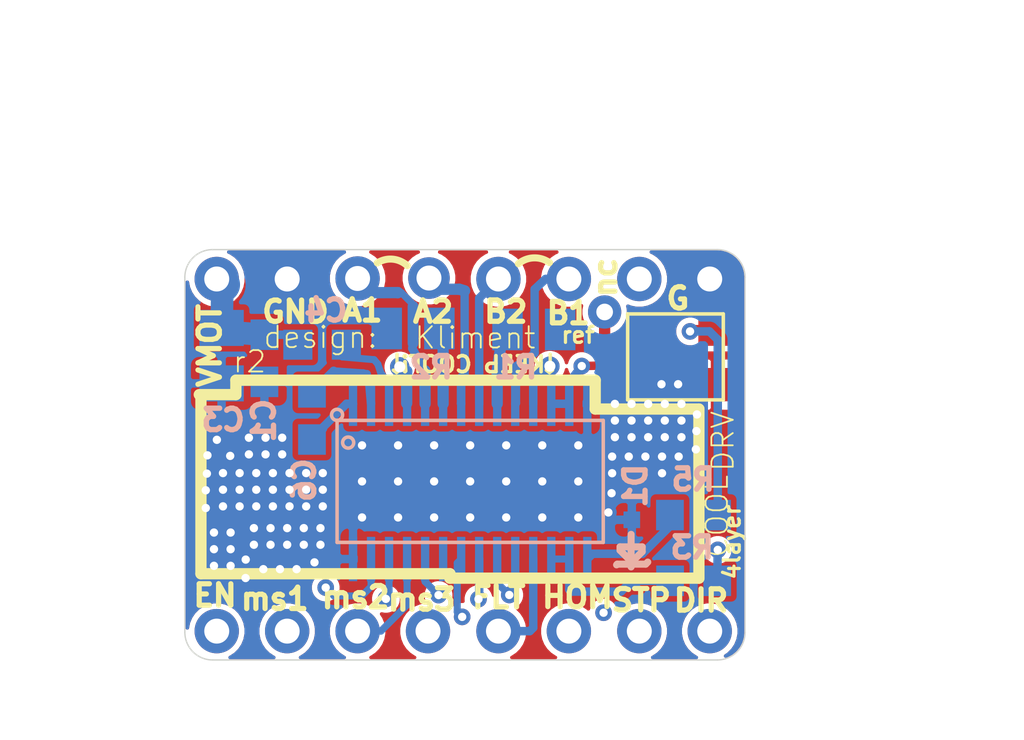
<source format=kicad_pcb>
(kicad_pcb (version 20171130) (host pcbnew 5.1.6-c6e7f7d~87~ubuntu18.04.1)

  (general
    (thickness 1.6)
    (drawings 100)
    (tracks 318)
    (zones 0)
    (modules 11)
    (nets 27)
  )

  (page A4)
  (layers
    (0 Top signal)
    (1 Route2 signal)
    (2 Route15 signal)
    (31 Bottom signal)
    (32 B.Adhes user)
    (33 F.Adhes user)
    (34 B.Paste user)
    (35 F.Paste user)
    (36 B.SilkS user)
    (37 F.SilkS user)
    (38 B.Mask user)
    (39 F.Mask user)
    (40 Dwgs.User user)
    (41 Cmts.User user)
    (42 Eco1.User user)
    (43 Eco2.User user)
    (44 Edge.Cuts user)
    (45 Margin user)
    (46 B.CrtYd user)
    (47 F.CrtYd user)
    (48 B.Fab user)
    (49 F.Fab user)
  )

  (setup
    (last_trace_width 0.25)
    (trace_clearance 0.2)
    (zone_clearance 0.508)
    (zone_45_only no)
    (trace_min 0.2)
    (via_size 0.8)
    (via_drill 0.4)
    (via_min_size 0.4)
    (via_min_drill 0.3)
    (uvia_size 0.3)
    (uvia_drill 0.1)
    (uvias_allowed no)
    (uvia_min_size 0.2)
    (uvia_min_drill 0.1)
    (edge_width 0.05)
    (segment_width 0.2)
    (pcb_text_width 0.3)
    (pcb_text_size 1.5 1.5)
    (mod_edge_width 0.12)
    (mod_text_size 1 1)
    (mod_text_width 0.15)
    (pad_size 1.524 1.524)
    (pad_drill 0.762)
    (pad_to_mask_clearance 0.05)
    (aux_axis_origin 0 0)
    (visible_elements FFFFFF7F)
    (pcbplotparams
      (layerselection 0x010fc_ffffffff)
      (usegerberextensions true)
      (usegerberattributes false)
      (usegerberadvancedattributes true)
      (creategerberjobfile false)
      (excludeedgelayer true)
      (linewidth 0.100000)
      (plotframeref false)
      (viasonmask false)
      (mode 1)
      (useauxorigin false)
      (hpglpennumber 1)
      (hpglpenspeed 20)
      (hpglpendiameter 15.000000)
      (psnegative false)
      (psa4output false)
      (plotreference true)
      (plotvalue true)
      (plotinvisibletext false)
      (padsonsilk false)
      (subtractmaskfromsilk true)
      (outputformat 1)
      (mirror false)
      (drillshape 0)
      (scaleselection 1)
      (outputdirectory "cooldrv-assembly/"))
  )

  (net 0 "")
  (net 1 NC)
  (net 2 /GND)
  (net 3 "Net-(R1-Pad1)")
  (net 4 "Net-(R2-Pad2)")
  (net 5 "Net-(C1-Pad2)")
  (net 6 "Net-(C4-Pad1)")
  (net 7 "Net-(C6-Pad2)")
  (net 8 "Net-(C6-Pad1)")
  (net 9 "Net-(U$1-PadP$12)")
  (net 10 "Net-(R5-Pad2)")
  (net 11 "Net-(R5-Pad1)")
  (net 12 "Net-(U$1-PadP$27)")
  (net 13 "Net-(U$1-PadP$26)")
  (net 14 "Net-(U$1-PadP$25)")
  (net 15 "Net-(U$1-PadP$24)")
  (net 16 "Net-(U$1-PadP$23)")
  (net 17 "Net-(U$1-PadP$22)")
  (net 18 "Net-(U$1-PadP$21)")
  (net 19 "Net-(U$1-PadP$20)")
  (net 20 "Net-(U$1-PadP$19)")
  (net 21 "Net-(U$1-PadP$18)")
  (net 22 "Net-(D1-PadC)")
  (net 23 "Net-(U$1-PadP$10)")
  (net 24 "Net-(U$1-PadP$8)")
  (net 25 "Net-(U$1-PadP$7)")
  (net 26 "Net-(U$1-PadP$5)")

  (net_class Default "This is the default net class."
    (clearance 0.2)
    (trace_width 0.25)
    (via_dia 0.8)
    (via_drill 0.4)
    (uvia_dia 0.3)
    (uvia_drill 0.1)
    (add_net /GND)
    (add_net NC)
    (add_net "Net-(C1-Pad2)")
    (add_net "Net-(C4-Pad1)")
    (add_net "Net-(C6-Pad1)")
    (add_net "Net-(C6-Pad2)")
    (add_net "Net-(D1-PadC)")
    (add_net "Net-(R1-Pad1)")
    (add_net "Net-(R2-Pad2)")
    (add_net "Net-(R5-Pad1)")
    (add_net "Net-(R5-Pad2)")
    (add_net "Net-(U$1-PadP$10)")
    (add_net "Net-(U$1-PadP$12)")
    (add_net "Net-(U$1-PadP$18)")
    (add_net "Net-(U$1-PadP$19)")
    (add_net "Net-(U$1-PadP$20)")
    (add_net "Net-(U$1-PadP$21)")
    (add_net "Net-(U$1-PadP$22)")
    (add_net "Net-(U$1-PadP$23)")
    (add_net "Net-(U$1-PadP$24)")
    (add_net "Net-(U$1-PadP$25)")
    (add_net "Net-(U$1-PadP$26)")
    (add_net "Net-(U$1-PadP$27)")
    (add_net "Net-(U$1-PadP$5)")
    (add_net "Net-(U$1-PadP$7)")
    (add_net "Net-(U$1-PadP$8)")
  )

  (module cooldrv:ETSSOP28 (layer Bottom) (tedit 5F5F946B) (tstamp 5F6EF67D)
    (at 148.6886 105.9636 270)
    (path /BABD3B23)
    (fp_text reference U$1 (at 0 0 90) (layer B.SilkS) hide
      (effects (font (size 1.27 1.27) (thickness 0.2)) (justify mirror))
    )
    (fp_text value DRV8825 (at 0 0 90) (layer B.SilkS) hide
      (effects (font (size 1.27 1.27) (thickness 0.2)) (justify mirror))
    )
    (fp_line (start -2.2 4.8) (end 2.2 4.8) (layer B.SilkS) (width 0.127))
    (fp_line (start 2.2 4.8) (end 2.2 -4.8) (layer B.SilkS) (width 0.127))
    (fp_line (start 2.2 -4.8) (end -2.2 -4.8) (layer B.SilkS) (width 0.127))
    (fp_line (start -2.2 -4.8) (end -2.2 4.8) (layer B.SilkS) (width 0.127))
    (fp_circle (center -2.4 4.8) (end -2.2 4.8) (layer B.SilkS) (width 0.127))
    (fp_circle (center -1.4 4.4) (end -1.2 4.4) (layer B.SilkS) (width 0.127))
    (fp_poly (pts (xy -1.1 -2.6) (xy -0.2 -2.6) (xy -0.2 2.6) (xy -1.1 2.6)) (layer B.Mask) (width 0))
    (fp_poly (pts (xy 0.2 -2.6) (xy 1.1 -2.6) (xy 1.1 2.6) (xy 0.2 2.6)) (layer B.Mask) (width 0))
    (fp_poly (pts (xy -1.5 -2.4) (xy 1.5 -2.4) (xy 1.5 -1.5) (xy -1.5 -1.5)) (layer B.Mask) (width 0))
    (fp_poly (pts (xy -1.5 -1.1) (xy 1.5 -1.1) (xy 1.5 -0.2) (xy -1.5 -0.2)) (layer B.Mask) (width 0))
    (fp_poly (pts (xy -1.5 0.2) (xy 1.5 0.2) (xy 1.5 1.1) (xy -1.5 1.1)) (layer B.Mask) (width 0))
    (fp_poly (pts (xy -1.5 1.5) (xy 1.5 1.5) (xy 1.5 2.4) (xy -1.5 2.4)) (layer B.Mask) (width 0))
    (pad EPAD smd rect (at 0 0 180) (size 9.7 3.4) (layers Bottom B.Mask)
      (net 2 /GND) (solder_mask_margin 0.0508) (zone_connect 2))
    (pad P$28 smd rect (at 2.8 4.225 270) (size 1.6 0.3) (layers Bottom B.Paste B.Mask)
      (net 2 /GND) (solder_mask_margin 0.0508))
    (pad P$27 smd rect (at 2.8 3.575 270) (size 1.6 0.3) (layers Bottom B.Paste B.Mask)
      (net 12 "Net-(U$1-PadP$27)") (solder_mask_margin 0.0508))
    (pad P$26 smd rect (at 2.8 2.925 270) (size 1.6 0.3) (layers Bottom B.Paste B.Mask)
      (net 13 "Net-(U$1-PadP$26)") (solder_mask_margin 0.0508))
    (pad P$25 smd rect (at 2.8 2.275 270) (size 1.6 0.3) (layers Bottom B.Paste B.Mask)
      (net 14 "Net-(U$1-PadP$25)") (solder_mask_margin 0.0508))
    (pad P$24 smd rect (at 2.8 1.625 270) (size 1.6 0.3) (layers Bottom B.Paste B.Mask)
      (net 15 "Net-(U$1-PadP$24)") (solder_mask_margin 0.0508))
    (pad P$23 smd rect (at 2.8 0.975 270) (size 1.6 0.3) (layers Bottom B.Paste B.Mask)
      (net 16 "Net-(U$1-PadP$23)") (solder_mask_margin 0.0508))
    (pad P$22 smd rect (at 2.8 0.325 270) (size 1.6 0.3) (layers Bottom B.Paste B.Mask)
      (net 17 "Net-(U$1-PadP$22)") (solder_mask_margin 0.0508))
    (pad P$21 smd rect (at 2.8 -0.325 270) (size 1.6 0.3) (layers Bottom B.Paste B.Mask)
      (net 18 "Net-(U$1-PadP$21)") (solder_mask_margin 0.0508))
    (pad P$20 smd rect (at 2.8 -0.975 270) (size 1.6 0.3) (layers Bottom B.Paste B.Mask)
      (net 19 "Net-(U$1-PadP$20)") (solder_mask_margin 0.0508))
    (pad P$19 smd rect (at 2.8 -1.625 270) (size 1.6 0.3) (layers Bottom B.Paste B.Mask)
      (net 20 "Net-(U$1-PadP$19)") (solder_mask_margin 0.0508))
    (pad P$18 smd rect (at 2.8 -2.275 270) (size 1.6 0.3) (layers Bottom B.Paste B.Mask)
      (net 21 "Net-(U$1-PadP$18)") (solder_mask_margin 0.0508))
    (pad P$17 smd rect (at 2.8 -2.925 270) (size 1.6 0.3) (layers Bottom B.Paste B.Mask)
      (net 22 "Net-(D1-PadC)") (solder_mask_margin 0.0508))
    (pad P$16 smd rect (at 2.8 -3.575 270) (size 1.6 0.3) (layers Bottom B.Paste B.Mask)
      (net 22 "Net-(D1-PadC)") (solder_mask_margin 0.0508))
    (pad P$15 smd rect (at 2.8 -4.225 270) (size 1.6 0.3) (layers Bottom B.Paste B.Mask)
      (net 11 "Net-(R5-Pad1)") (solder_mask_margin 0.0508))
    (pad P$14 smd rect (at -2.8 -4.225 270) (size 1.6 0.3) (layers Bottom B.Paste B.Mask)
      (net 2 /GND) (solder_mask_margin 0.0508))
    (pad P$13 smd rect (at -2.8 -3.575 270) (size 1.6 0.3) (layers Bottom B.Paste B.Mask)
      (net 9 "Net-(U$1-PadP$12)") (solder_mask_margin 0.0508))
    (pad P$12 smd rect (at -2.8 -2.925 270) (size 1.6 0.3) (layers Bottom B.Paste B.Mask)
      (net 9 "Net-(U$1-PadP$12)") (solder_mask_margin 0.0508))
    (pad P$11 smd rect (at -2.8 -2.275 270) (size 1.6 0.3) (layers Bottom B.Paste B.Mask)
      (net 5 "Net-(C1-Pad2)") (solder_mask_margin 0.0508))
    (pad P$10 smd rect (at -2.8 -1.625 270) (size 1.6 0.3) (layers Bottom B.Paste B.Mask)
      (net 23 "Net-(U$1-PadP$10)") (solder_mask_margin 0.0508))
    (pad P$9 smd rect (at -2.8 -0.975 270) (size 1.6 0.3) (layers Bottom B.Paste B.Mask)
      (net 3 "Net-(R1-Pad1)") (solder_mask_margin 0.0508))
    (pad P$8 smd rect (at -2.8 -0.325 270) (size 1.6 0.3) (layers Bottom B.Paste B.Mask)
      (net 24 "Net-(U$1-PadP$8)") (solder_mask_margin 0.0508))
    (pad P$7 smd rect (at -2.8 0.325 270) (size 1.6 0.3) (layers Bottom B.Paste B.Mask)
      (net 25 "Net-(U$1-PadP$7)") (solder_mask_margin 0.0508))
    (pad P$6 smd rect (at -2.8 0.975 270) (size 1.6 0.3) (layers Bottom B.Paste B.Mask)
      (net 4 "Net-(R2-Pad2)") (solder_mask_margin 0.0508))
    (pad P$5 smd rect (at -2.8 1.625 270) (size 1.6 0.3) (layers Bottom B.Paste B.Mask)
      (net 26 "Net-(U$1-PadP$5)") (solder_mask_margin 0.0508))
    (pad P$4 smd rect (at -2.8 2.275 270) (size 1.6 0.3) (layers Bottom B.Paste B.Mask)
      (net 5 "Net-(C1-Pad2)") (solder_mask_margin 0.0508))
    (pad P$3 smd rect (at -2.8 2.925 270) (size 1.6 0.3) (layers Bottom B.Paste B.Mask)
      (net 6 "Net-(C4-Pad1)") (solder_mask_margin 0.0508))
    (pad P$2 smd rect (at -2.8 3.575 270) (size 1.6 0.3) (layers Bottom B.Paste B.Mask)
      (net 8 "Net-(C6-Pad1)") (solder_mask_margin 0.0508))
    (pad P$1 smd rect (at -2.8 4.225 270) (size 1.6 0.3) (layers Bottom B.Paste B.Mask)
      (net 7 "Net-(C6-Pad2)") (solder_mask_margin 0.0508))
    (pad T20 thru_hole circle (at 1.3 -3.9 270) (size 0.6096 0.6096) (drill 0.3) (layers *.Cu B.Mask)
      (net 2 /GND) (solder_mask_margin 0.0508) (zone_connect 2))
    (pad T19 thru_hole circle (at 0 -3.9 270) (size 0.6096 0.6096) (drill 0.3) (layers *.Cu B.Mask)
      (net 2 /GND) (solder_mask_margin 0.0508) (zone_connect 2))
    (pad T18 thru_hole circle (at -1.3 -3.9 270) (size 0.6096 0.6096) (drill 0.3) (layers *.Cu B.Mask)
      (net 2 /GND) (solder_mask_margin 0.0508) (zone_connect 2))
    (pad T15 thru_hole circle (at -1.3 -2.6 270) (size 0.6096 0.6096) (drill 0.3) (layers *.Cu B.Mask)
      (net 2 /GND) (solder_mask_margin 0.0508) (zone_connect 2))
    (pad T16 thru_hole circle (at 0 -2.6 270) (size 0.6096 0.6096) (drill 0.3) (layers *.Cu B.Mask)
      (net 2 /GND) (solder_mask_margin 0.0508) (zone_connect 2))
    (pad T17 thru_hole circle (at 1.3 -2.6 270) (size 0.6096 0.6096) (drill 0.3) (layers *.Cu B.Mask)
      (net 2 /GND) (solder_mask_margin 0.0508) (zone_connect 2))
    (pad T14 thru_hole circle (at 1.3 -1.3 270) (size 0.6096 0.6096) (drill 0.3) (layers *.Cu B.Mask)
      (net 2 /GND) (solder_mask_margin 0.0508) (zone_connect 2))
    (pad T13 thru_hole circle (at 0 -1.3 270) (size 0.6096 0.6096) (drill 0.3) (layers *.Cu B.Mask)
      (net 2 /GND) (solder_mask_margin 0.0508) (zone_connect 2))
    (pad T12 thru_hole circle (at -1.3 -1.3 270) (size 0.6096 0.6096) (drill 0.3) (layers *.Cu B.Mask)
      (net 2 /GND) (solder_mask_margin 0.0508) (zone_connect 2))
    (pad T0 thru_hole circle (at -1.3 3.9 270) (size 0.6096 0.6096) (drill 0.3) (layers *.Cu B.Mask)
      (net 2 /GND) (solder_mask_margin 0.0508) (zone_connect 2))
    (pad T2 thru_hole circle (at 1.3 3.9 270) (size 0.6096 0.6096) (drill 0.3) (layers *.Cu B.Mask)
      (net 2 /GND) (solder_mask_margin 0.0508) (zone_connect 2))
    (pad T1 thru_hole circle (at 0 3.9 270) (size 0.6096 0.6096) (drill 0.3) (layers *.Cu B.Mask)
      (net 2 /GND) (solder_mask_margin 0.0508) (zone_connect 2))
    (pad T3 thru_hole circle (at -1.3 2.6 270) (size 0.6096 0.6096) (drill 0.3) (layers *.Cu B.Mask)
      (net 2 /GND) (solder_mask_margin 0.0508) (zone_connect 2))
    (pad T5 thru_hole circle (at 1.3 2.6 270) (size 0.6096 0.6096) (drill 0.3) (layers *.Cu B.Mask)
      (net 2 /GND) (solder_mask_margin 0.0508) (zone_connect 2))
    (pad T4 thru_hole circle (at 0 2.6 270) (size 0.6096 0.6096) (drill 0.3) (layers *.Cu B.Mask)
      (net 2 /GND) (solder_mask_margin 0.0508) (zone_connect 2))
    (pad T6 thru_hole circle (at -1.3 1.3 270) (size 0.6096 0.6096) (drill 0.3) (layers *.Cu B.Mask)
      (net 2 /GND) (solder_mask_margin 0.0508) (zone_connect 2))
    (pad T8 thru_hole circle (at 1.3 1.3 270) (size 0.6096 0.6096) (drill 0.3) (layers *.Cu B.Mask)
      (net 2 /GND) (solder_mask_margin 0.0508) (zone_connect 2))
    (pad T7 thru_hole circle (at 0 1.3 270) (size 0.6096 0.6096) (drill 0.3) (layers *.Cu B.Mask)
      (net 2 /GND) (solder_mask_margin 0.0508) (zone_connect 2))
    (pad T9 thru_hole circle (at -1.3 0 270) (size 0.6096 0.6096) (drill 0.3) (layers *.Cu B.Mask)
      (net 2 /GND) (solder_mask_margin 0.0508) (zone_connect 2))
    (pad T11 thru_hole circle (at 1.3 0 270) (size 0.6096 0.6096) (drill 0.3) (layers *.Cu B.Mask)
      (net 2 /GND) (solder_mask_margin 0.0508) (zone_connect 2))
    (pad T10 thru_hole circle (at 0 0 270) (size 0.6096 0.6096) (drill 0.3) (layers *.Cu B.Mask)
      (net 2 /GND) (solder_mask_margin 0.0508) (zone_connect 2))
  )

  (module cooldrv:0805C (layer Bottom) (tedit 0) (tstamp 5F6EF633)
    (at 150.9846 100.4836)
    (path /32E92B81)
    (attr smd)
    (fp_text reference R1 (at -1.5346 1.8164) (layer B.SilkS)
      (effects (font (size 0.77216 0.77216) (thickness 0.2)) (justify right bottom mirror))
    )
    (fp_text value WSLP0603R0500FEA (at -0.635 -1.905) (layer B.Fab)
      (effects (font (size 1.2065 1.2065) (thickness 0.09652)) (justify right bottom mirror))
    )
    (fp_line (start -0.41 0.635) (end 0.41 0.635) (layer B.Fab) (width 0.1524))
    (fp_line (start -0.41 -0.635) (end 0.41 -0.635) (layer B.Fab) (width 0.1524))
    (fp_poly (pts (xy 0.4064 -0.6985) (xy 1.0564 -0.6985) (xy 1.0564 0.7015) (xy 0.4064 0.7015)) (layer B.Fab) (width 0))
    (fp_poly (pts (xy -1.0668 -0.6985) (xy -0.4168 -0.6985) (xy -0.4168 0.7015) (xy -1.0668 0.7015)) (layer B.Fab) (width 0))
    (pad 2 smd rect (at 0.95 0) (size 1.1 1.5) (layers Bottom B.Paste B.Mask)
      (net 2 /GND) (solder_mask_margin 0.0508))
    (pad 1 smd rect (at -0.95 0) (size 1.1 1.5) (layers Bottom B.Paste B.Mask)
      (net 3 "Net-(R1-Pad1)") (solder_mask_margin 0.0508))
  )

  (module cooldrv:0805C (layer Bottom) (tedit 0) (tstamp 5F6EF63C)
    (at 146.6286 100.4486)
    (path /0AEF1914)
    (attr smd)
    (fp_text reference R2 (at -0.2286 1.8514) (layer B.SilkS)
      (effects (font (size 0.77216 0.77216) (thickness 0.2)) (justify right bottom mirror))
    )
    (fp_text value WSLP0603R0500FEA (at -0.635 -1.905) (layer B.Fab)
      (effects (font (size 1.2065 1.2065) (thickness 0.09652)) (justify right bottom mirror))
    )
    (fp_line (start -0.41 0.635) (end 0.41 0.635) (layer B.Fab) (width 0.1524))
    (fp_line (start -0.41 -0.635) (end 0.41 -0.635) (layer B.Fab) (width 0.1524))
    (fp_poly (pts (xy 0.4064 -0.6985) (xy 1.0564 -0.6985) (xy 1.0564 0.7015) (xy 0.4064 0.7015)) (layer B.Fab) (width 0))
    (fp_poly (pts (xy -1.0668 -0.6985) (xy -0.4168 -0.6985) (xy -0.4168 0.7015) (xy -1.0668 0.7015)) (layer B.Fab) (width 0))
    (pad 2 smd rect (at 0.95 0) (size 1.1 1.5) (layers Bottom B.Paste B.Mask)
      (net 4 "Net-(R2-Pad2)") (solder_mask_margin 0.0508))
    (pad 1 smd rect (at -0.95 0) (size 1.1 1.5) (layers Bottom B.Paste B.Mask)
      (net 2 /GND) (solder_mask_margin 0.0508))
  )

  (module cooldrv:C0805K (layer Bottom) (tedit 0) (tstamp 5F6EF645)
    (at 139.7236 101.4286 90)
    (descr "<b>Ceramic Chip Capacitor KEMET 0805 reflow solder</b><p>\nMetric Code Size 2012")
    (path /368843A1)
    (attr smd)
    (fp_text reference C3 (at -2.7714 -0.8236 180) (layer B.SilkS)
      (effects (font (size 0.77216 0.77216) (thickness 0.2)) (justify right bottom mirror))
    )
    (fp_text value CGA4J3X5R1H475K (at -1 -1.9 90) (layer B.Fab)
      (effects (font (size 0.9652 0.9652) (thickness 0.077216)) (justify right bottom mirror))
    )
    (fp_line (start -0.925 0.6) (end 0.925 0.6) (layer B.Fab) (width 0.1016))
    (fp_line (start 0.925 -0.6) (end -0.925 -0.6) (layer B.Fab) (width 0.1016))
    (fp_poly (pts (xy -1 -0.65) (xy -0.5 -0.65) (xy -0.5 0.65) (xy -1 0.65)) (layer B.Fab) (width 0))
    (fp_poly (pts (xy 0.5 -0.65) (xy 1 -0.65) (xy 1 0.65) (xy 0.5 0.65)) (layer B.Fab) (width 0))
    (pad 2 smd rect (at 1 0 90) (size 1.3 1.6) (layers Bottom B.Paste B.Mask)
      (net 5 "Net-(C1-Pad2)") (solder_mask_margin 0.0508))
    (pad 1 smd rect (at -1 0 90) (size 1.3 1.6) (layers Bottom B.Paste B.Mask)
      (net 2 /GND) (solder_mask_margin 0.0508))
  )

  (module cooldrv:C0603K (layer Bottom) (tedit 0) (tstamp 5F6EF64E)
    (at 143.3486 101.0336 180)
    (descr "<b>Ceramic Chip Capacitor KEMET 0603 reflow solder</b><p>\nMetric Code Size 1608")
    (path /CEB2E16B)
    (attr smd)
    (fp_text reference C4 (at 0.7486 0.7836) (layer B.SilkS)
      (effects (font (size 0.77216 0.77216) (thickness 0.2)) (justify right bottom mirror))
    )
    (fp_text value 0.1u (at -0.8 -1.65) (layer B.Fab)
      (effects (font (size 0.9652 0.9652) (thickness 0.077216)) (justify right bottom mirror))
    )
    (fp_line (start -0.725 0.35) (end 0.725 0.35) (layer B.Fab) (width 0.1016))
    (fp_line (start 0.725 -0.35) (end -0.725 -0.35) (layer B.Fab) (width 0.1016))
    (fp_poly (pts (xy -0.8 -0.4) (xy -0.45 -0.4) (xy -0.45 0.4) (xy -0.8 0.4)) (layer B.Fab) (width 0))
    (fp_poly (pts (xy 0.45 -0.4) (xy 0.8 -0.4) (xy 0.8 0.4) (xy 0.45 0.4)) (layer B.Fab) (width 0))
    (pad 2 smd rect (at 0.875 0 180) (size 1.05 1.08) (layers Bottom B.Paste B.Mask)
      (net 5 "Net-(C1-Pad2)") (solder_mask_margin 0.0508))
    (pad 1 smd rect (at -0.875 0 180) (size 1.05 1.08) (layers Bottom B.Paste B.Mask)
      (net 6 "Net-(C4-Pad1)") (solder_mask_margin 0.0508))
  )

  (module cooldrv:C0603 (layer Bottom) (tedit 0) (tstamp 5F6EF657)
    (at 142.9836 103.6036 270)
    (descr <b>CAPACITOR</b>)
    (path /D66D29A2)
    (attr smd)
    (fp_text reference C6 (at 3.1964 -0.1664 270) (layer B.SilkS)
      (effects (font (size 0.77216 0.77216) (thickness 0.2)) (justify right bottom mirror))
    )
    (fp_text value 0.01u (at -0.635 -1.905 90) (layer B.Fab)
      (effects (font (size 1.2065 1.2065) (thickness 0.09652)) (justify right bottom mirror))
    )
    (fp_line (start -1.473 0.983) (end 1.473 0.983) (layer Dwgs.User) (width 0.0508))
    (fp_line (start 1.473 0.983) (end 1.473 -0.983) (layer Dwgs.User) (width 0.0508))
    (fp_line (start 1.473 -0.983) (end -1.473 -0.983) (layer Dwgs.User) (width 0.0508))
    (fp_line (start -1.473 -0.983) (end -1.473 0.983) (layer Dwgs.User) (width 0.0508))
    (fp_line (start -0.356 0.432) (end 0.356 0.432) (layer B.Fab) (width 0.1016))
    (fp_line (start -0.356 -0.419) (end 0.356 -0.419) (layer B.Fab) (width 0.1016))
    (fp_poly (pts (xy -0.8382 -0.4699) (xy -0.3381 -0.4699) (xy -0.3381 0.4801) (xy -0.8382 0.4801)) (layer B.Fab) (width 0))
    (fp_poly (pts (xy 0.3302 -0.4699) (xy 0.8303 -0.4699) (xy 0.8303 0.4801) (xy 0.3302 0.4801)) (layer B.Fab) (width 0))
    (fp_poly (pts (xy -0.1999 -0.3) (xy 0.1999 -0.3) (xy 0.1999 0.3) (xy -0.1999 0.3)) (layer B.Adhes) (width 0))
    (pad 2 smd rect (at 0.85 0 270) (size 1.1 1) (layers Bottom B.Paste B.Mask)
      (net 7 "Net-(C6-Pad2)") (solder_mask_margin 0.0508))
    (pad 1 smd rect (at -0.85 0 270) (size 1.1 1) (layers Bottom B.Paste B.Mask)
      (net 8 "Net-(C6-Pad1)") (solder_mask_margin 0.0508))
  )

  (module cooldrv:TRIMMER3MM (layer Top) (tedit 0) (tstamp 5F6F10F5)
    (at 155.9186 101.4736 90)
    (path /C6220A44)
    (attr smd)
    (fp_text reference U$2 (at 0 0 90) (layer F.SilkS) hide
      (effects (font (size 1.27 1.27) (thickness 0.15)))
    )
    (fp_text value EVM-3YSX50B14 (at 0 0 90) (layer F.SilkS) hide
      (effects (font (size 1.27 1.27) (thickness 0.15)))
    )
    (fp_line (start -1.55 -1.55) (end 1.55 -1.55) (layer F.SilkS) (width 0.127))
    (fp_line (start 1.55 -1.55) (end 1.55 1.9) (layer F.SilkS) (width 0.127))
    (fp_line (start 1.55 1.9) (end -1.55 1.9) (layer F.SilkS) (width 0.127))
    (fp_line (start -1.55 1.9) (end -1.55 -1.55) (layer F.SilkS) (width 0.127))
    (pad P$3 smd rect (at 0 -1.65 90) (size 1.6 1.5) (layers Top F.Paste F.Mask)
      (net 9 "Net-(U$1-PadP$12)") (solder_mask_margin 0.0508))
    (pad P$2 smd rect (at -1 1.6 90) (size 1.2 1.2) (layers Top F.Paste F.Mask)
      (net 2 /GND) (solder_mask_margin 0.0508))
    (pad P$1 smd rect (at 1 1.6 90) (size 1.2 1.2) (layers Top F.Paste F.Mask)
      (net 10 "Net-(R5-Pad2)") (solder_mask_margin 0.0508))
  )

  (module cooldrv:R0603 (layer Bottom) (tedit 0) (tstamp 5F6EF66F)
    (at 156.7436 107.1786)
    (descr <b>RESISTOR</b>)
    (path /D0CB74CC)
    (attr smd)
    (fp_text reference R5 (at -0.8936 -0.8286) (layer B.SilkS)
      (effects (font (size 0.77216 0.77216) (thickness 0.2)) (justify right bottom mirror))
    )
    (fp_text value 33k (at -0.635 -1.905) (layer B.Fab)
      (effects (font (size 1.2065 1.2065) (thickness 0.09652)) (justify right bottom mirror))
    )
    (fp_line (start -0.432 -0.356) (end 0.432 -0.356) (layer B.Fab) (width 0.1524))
    (fp_line (start 0.432 0.356) (end -0.432 0.356) (layer B.Fab) (width 0.1524))
    (fp_line (start -1.473 0.983) (end 1.473 0.983) (layer Dwgs.User) (width 0.0508))
    (fp_line (start 1.473 0.983) (end 1.473 -0.983) (layer Dwgs.User) (width 0.0508))
    (fp_line (start 1.473 -0.983) (end -1.473 -0.983) (layer Dwgs.User) (width 0.0508))
    (fp_line (start -1.473 -0.983) (end -1.473 0.983) (layer Dwgs.User) (width 0.0508))
    (fp_poly (pts (xy 0.4318 -0.4318) (xy 0.8382 -0.4318) (xy 0.8382 0.4318) (xy 0.4318 0.4318)) (layer B.Fab) (width 0))
    (fp_poly (pts (xy -0.8382 -0.4318) (xy -0.4318 -0.4318) (xy -0.4318 0.4318) (xy -0.8382 0.4318)) (layer B.Fab) (width 0))
    (fp_poly (pts (xy -0.1999 -0.4001) (xy 0.1999 -0.4001) (xy 0.1999 0.4001) (xy -0.1999 0.4001)) (layer B.Adhes) (width 0))
    (pad 2 smd rect (at 0.85 0) (size 1 1.1) (layers Bottom B.Paste B.Mask)
      (net 10 "Net-(R5-Pad2)") (solder_mask_margin 0.0508))
    (pad 1 smd rect (at -0.85 0) (size 1 1.1) (layers Bottom B.Paste B.Mask)
      (net 11 "Net-(R5-Pad1)") (solder_mask_margin 0.0508))
  )

  (module cooldrv:SOD323-R (layer Bottom) (tedit 0) (tstamp 5F6EF6BE)
    (at 154.5186 108.4486 90)
    (descr "<b>SOD323 Reflow soldering</b> Philips SC01_Mounting_1996.pdf")
    (path /2CA1BF86)
    (attr smd)
    (fp_text reference D1 (at 1.4486 0.5814 90) (layer B.SilkS)
      (effects (font (size 0.77216 0.77216) (thickness 0.2)) (justify right bottom mirror))
    )
    (fp_text value MM3Z3V3T1G (at -1.1 -2.3 90) (layer B.Fab)
      (effects (font (size 1.2065 1.2065) (thickness 0.09652)) (justify right bottom mirror))
    )
    (fp_line (start -1 0.7) (end 1 0.7) (layer B.Fab) (width 0.1524))
    (fp_line (start 1 0.7) (end 1 -0.7) (layer B.Fab) (width 0.1524))
    (fp_line (start 1 -0.7) (end -1 -0.7) (layer B.Fab) (width 0.1524))
    (fp_line (start -1 -0.7) (end -1 0.7) (layer B.Fab) (width 0.1524))
    (fp_line (start -0.5 0) (end 0.1 0.4) (layer B.Fab) (width 0.1524))
    (fp_line (start 0.1 0.4) (end 0.1 -0.4) (layer B.Fab) (width 0.1524))
    (fp_line (start 0.1 -0.4) (end -0.5 0) (layer B.Fab) (width 0.1524))
    (fp_poly (pts (xy -0.7 -0.7) (xy -0.5 -0.7) (xy -0.5 0.7) (xy -0.7 0.7)) (layer B.Fab) (width 0))
    (pad A smd rect (at 1.1 0 90) (size 0.6 0.6) (layers Bottom B.Paste B.Mask)
      (net 2 /GND) (solder_mask_margin 0.0508))
    (pad C smd rect (at -1.1 0 90) (size 0.6 0.6) (layers Bottom B.Paste B.Mask)
      (net 22 "Net-(D1-PadC)") (solder_mask_margin 0.0508))
  )

  (module cooldrv:R0603 (layer Bottom) (tedit 0) (tstamp 5F6EF6CB)
    (at 156.7486 109.5486)
    (descr <b>RESISTOR</b>)
    (path /F1AD9E8D)
    (attr smd)
    (fp_text reference R3 (at -0.935 -0.7486) (layer B.SilkS)
      (effects (font (size 0.77216 0.77216) (thickness 0.2)) (justify right bottom mirror))
    )
    (fp_text value 33k (at -0.635 -1.905) (layer B.Fab)
      (effects (font (size 1.2065 1.2065) (thickness 0.09652)) (justify right bottom mirror))
    )
    (fp_line (start -0.432 -0.356) (end 0.432 -0.356) (layer B.Fab) (width 0.1524))
    (fp_line (start 0.432 0.356) (end -0.432 0.356) (layer B.Fab) (width 0.1524))
    (fp_line (start -1.473 0.983) (end 1.473 0.983) (layer Dwgs.User) (width 0.0508))
    (fp_line (start 1.473 0.983) (end 1.473 -0.983) (layer Dwgs.User) (width 0.0508))
    (fp_line (start 1.473 -0.983) (end -1.473 -0.983) (layer Dwgs.User) (width 0.0508))
    (fp_line (start -1.473 -0.983) (end -1.473 0.983) (layer Dwgs.User) (width 0.0508))
    (fp_poly (pts (xy 0.4318 -0.4318) (xy 0.8382 -0.4318) (xy 0.8382 0.4318) (xy 0.4318 0.4318)) (layer B.Fab) (width 0))
    (fp_poly (pts (xy -0.8382 -0.4318) (xy -0.4318 -0.4318) (xy -0.4318 0.4318) (xy -0.8382 0.4318)) (layer B.Fab) (width 0))
    (fp_poly (pts (xy -0.1999 -0.4001) (xy 0.1999 -0.4001) (xy 0.1999 0.4001) (xy -0.1999 0.4001)) (layer B.Adhes) (width 0))
    (pad 2 smd rect (at 0.85 0) (size 1 1.1) (layers Bottom B.Paste B.Mask)
      (net 5 "Net-(C1-Pad2)") (solder_mask_margin 0.0508))
    (pad 1 smd rect (at -0.85 0) (size 1 1.1) (layers Bottom B.Paste B.Mask)
      (net 22 "Net-(D1-PadC)") (solder_mask_margin 0.0508))
  )

  (module cooldrv:C0603 (layer Bottom) (tedit 0) (tstamp 5F6EF6D9)
    (at 141.2686 101.5236 90)
    (descr <b>CAPACITOR</b>)
    (path /C770F40A)
    (attr smd)
    (fp_text reference C1 (at -3.1264 0.4314 270) (layer B.SilkS)
      (effects (font (size 0.77216 0.77216) (thickness 0.2)) (justify right bottom mirror))
    )
    (fp_text value 0.1u (at -0.635 -1.905 90) (layer B.Fab)
      (effects (font (size 1.2065 1.2065) (thickness 0.09652)) (justify right bottom mirror))
    )
    (fp_line (start -1.473 0.983) (end 1.473 0.983) (layer Dwgs.User) (width 0.0508))
    (fp_line (start 1.473 0.983) (end 1.473 -0.983) (layer Dwgs.User) (width 0.0508))
    (fp_line (start 1.473 -0.983) (end -1.473 -0.983) (layer Dwgs.User) (width 0.0508))
    (fp_line (start -1.473 -0.983) (end -1.473 0.983) (layer Dwgs.User) (width 0.0508))
    (fp_line (start -0.356 0.432) (end 0.356 0.432) (layer B.Fab) (width 0.1016))
    (fp_line (start -0.356 -0.419) (end 0.356 -0.419) (layer B.Fab) (width 0.1016))
    (fp_poly (pts (xy -0.8382 -0.4699) (xy -0.3381 -0.4699) (xy -0.3381 0.4801) (xy -0.8382 0.4801)) (layer B.Fab) (width 0))
    (fp_poly (pts (xy 0.3302 -0.4699) (xy 0.8303 -0.4699) (xy 0.8303 0.4801) (xy 0.3302 0.4801)) (layer B.Fab) (width 0))
    (fp_poly (pts (xy -0.1999 -0.3) (xy 0.1999 -0.3) (xy 0.1999 0.3) (xy -0.1999 0.3)) (layer B.Adhes) (width 0))
    (pad 2 smd rect (at 0.85 0 90) (size 1.1 1) (layers Bottom B.Paste B.Mask)
      (net 5 "Net-(C1-Pad2)") (solder_mask_margin 0.0508))
    (pad 1 smd rect (at -0.85 0 90) (size 1.1 1) (layers Bottom B.Paste B.Mask)
      (net 2 /GND) (solder_mask_margin 0.0508))
  )

  (gr_circle (center 153.525 99.85) (end 153.825 99.85) (layer F.Mask) (width 0.6))
  (gr_circle (center 157.33 98.66) (end 157.73 98.66) (layer B.Mask) (width 0.8) (tstamp 5F6F15E0))
  (gr_circle (center 154.79 98.66) (end 155.19 98.66) (layer B.Mask) (width 0.8) (tstamp 5F6F15DE))
  (gr_circle (center 152.25 98.66) (end 152.65 98.66) (layer B.Mask) (width 0.8) (tstamp 5F6F15DC))
  (gr_circle (center 149.71 98.66) (end 150.11 98.66) (layer B.Mask) (width 0.8) (tstamp 5F6F15DA))
  (gr_circle (center 147.17 98.66) (end 147.57 98.66) (layer B.Mask) (width 0.8) (tstamp 5F6F15D8))
  (gr_circle (center 144.63 98.66) (end 145.03 98.66) (layer B.Mask) (width 0.8) (tstamp 5F6F15D6))
  (gr_circle (center 142.09 98.66) (end 142.49 98.66) (layer B.Mask) (width 0.8) (tstamp 5F6F15D4))
  (gr_circle (center 139.55 98.66) (end 139.95 98.66) (layer B.Mask) (width 0.8) (tstamp 5F6F15D2))
  (gr_circle (center 157.33 111.36) (end 157.73 111.36) (layer B.Mask) (width 0.8) (tstamp 5F6F15D0))
  (gr_circle (center 154.79 111.36) (end 155.19 111.36) (layer B.Mask) (width 0.8) (tstamp 5F6F15CE))
  (gr_circle (center 152.25 111.36) (end 152.65 111.36) (layer B.Mask) (width 0.8) (tstamp 5F6F15CC))
  (gr_circle (center 149.71 111.36) (end 150.11 111.36) (layer B.Mask) (width 0.8) (tstamp 5F6F15CA))
  (gr_circle (center 147.17 111.36) (end 147.57 111.36) (layer B.Mask) (width 0.8) (tstamp 5F6F15C8))
  (gr_circle (center 144.63 111.36) (end 145.03 111.36) (layer B.Mask) (width 0.8) (tstamp 5F6F15C6))
  (gr_circle (center 142.09 111.36) (end 142.49 111.36) (layer B.Mask) (width 0.8) (tstamp 5F6F15C4))
  (gr_circle (center 139.55 111.36) (end 139.95 111.36) (layer B.Mask) (width 0.8) (tstamp 5F6F15BF))
  (gr_circle (center 157.33 98.66) (end 157.73 98.66) (layer F.Mask) (width 0.8) (tstamp 5F6F15BD))
  (gr_circle (center 154.79 98.66) (end 155.19 98.66) (layer F.Mask) (width 0.8) (tstamp 5F6F15BB))
  (gr_circle (center 152.25 98.66) (end 152.65 98.66) (layer F.Mask) (width 0.8) (tstamp 5F6F15B9))
  (gr_circle (center 149.71 98.66) (end 150.11 98.66) (layer F.Mask) (width 0.8) (tstamp 5F6F15B7))
  (gr_circle (center 147.17 98.66) (end 147.57 98.66) (layer F.Mask) (width 0.8) (tstamp 5F6F15B5))
  (gr_circle (center 144.63 98.66) (end 145.03 98.66) (layer F.Mask) (width 0.8) (tstamp 5F6F15B3))
  (gr_circle (center 142.09 98.66) (end 142.49 98.66) (layer F.Mask) (width 0.8) (tstamp 5F6F15B1))
  (gr_circle (center 139.55 98.66) (end 139.95 98.66) (layer F.Mask) (width 0.8) (tstamp 5F6F15AF))
  (gr_circle (center 157.33 111.36) (end 157.73 111.36) (layer F.Mask) (width 0.8) (tstamp 5F6F15AD))
  (gr_circle (center 154.79 111.36) (end 155.19 111.36) (layer F.Mask) (width 0.8) (tstamp 5F6F15AB))
  (gr_circle (center 152.25 111.36) (end 152.65 111.36) (layer F.Mask) (width 0.8) (tstamp 5F6F15A9))
  (gr_circle (center 149.71 111.36) (end 150.11 111.36) (layer F.Mask) (width 0.8) (tstamp 5F6F15A7))
  (gr_circle (center 147.17 111.36) (end 147.57 111.36) (layer F.Mask) (width 0.8) (tstamp 5F6F15A5))
  (gr_circle (center 144.63 111.36) (end 145.03 111.36) (layer F.Mask) (width 0.8) (tstamp 5F6F15A3))
  (gr_circle (center 142.09 111.36) (end 142.49 111.36) (layer F.Mask) (width 0.8) (tstamp 5F6F15A1))
  (gr_circle (center 139.55 111.36) (end 139.95 111.36) (layer F.Mask) (width 0.8))
  (gr_line (start 146.05 101.975) (end 146.05 101.375) (layer F.SilkS) (width 0.12))
  (gr_line (start 151.575 101.975) (end 151.575 101.375) (layer F.SilkS) (width 0.12))
  (gr_poly (pts (xy 145.8 107.975) (xy 145.1 108) (xy 145.1 104.15) (xy 145.8 104.125)) (layer F.Mask) (width 0.1) (tstamp 5F6F08CD))
  (gr_poly (pts (xy 147.1 107.975) (xy 146.4 108) (xy 146.4 104.15) (xy 147.1 104.125)) (layer F.Mask) (width 0.1) (tstamp 5F6F08CB))
  (gr_poly (pts (xy 148.4 107.975) (xy 147.7 108) (xy 147.7 104.15) (xy 148.4 104.125)) (layer F.Mask) (width 0.1) (tstamp 5F6F08C9))
  (gr_poly (pts (xy 149.7 107.975) (xy 149 108) (xy 149 104.15) (xy 149.7 104.125)) (layer F.Mask) (width 0.1) (tstamp 5F6F08C7))
  (gr_poly (pts (xy 151 107.975) (xy 150.3 108) (xy 150.3 104.15) (xy 151 104.125)) (layer F.Mask) (width 0.1) (tstamp 5F6F08C5))
  (gr_poly (pts (xy 152.3 107.975) (xy 151.6 108) (xy 151.6 104.15) (xy 152.3 104.125)) (layer F.Mask) (width 0.1))
  (gr_poly (pts (xy 153 105.7) (xy 144.25 105.7) (xy 144.25 104.975) (xy 153 104.975)) (layer F.Mask) (width 0.1) (tstamp 5F6F08C0))
  (gr_poly (pts (xy 153 106.95) (xy 144.25 106.95) (xy 144.25 106.275) (xy 153 106.275)) (layer F.Mask) (width 0.1))
  (gr_poly (pts (xy 152.925 104.4) (xy 144.475 104.4) (xy 144.525 107.6) (xy 139.15 107.7) (xy 139.1 103) (xy 140.55 103) (xy 140.55 102.55) (xy 152.9 102.5) (xy 152.9 103)) (layer F.Mask) (width 0.1) (tstamp 5F6F08A9))
  (gr_poly (pts (xy 152.9 109.2) (xy 139.1 109.2) (xy 139.125 107.55) (xy 152.925 107.55)) (layer F.Mask) (width 0.1))
  (gr_poly (pts (xy 156.75 109.25) (xy 152.9 109.25) (xy 152.9 103.55) (xy 156.75 103.55)) (layer F.Mask) (width 0.1))
  (gr_arc (start 157.6036 111.4036) (end 157.6036 112.4036) (angle -90) (layer Edge.Cuts) (width 0.05) (tstamp 3F219130))
  (gr_line (start 158.6036 111.4036) (end 158.6036 98.6036) (layer Edge.Cuts) (width 0.05) (tstamp 48D55210))
  (gr_arc (start 157.6036 98.6036) (end 158.6036 98.6036) (angle -90) (layer Edge.Cuts) (width 0.05) (tstamp 533E1440))
  (gr_line (start 157.6036 97.6036) (end 139.3986 97.6036) (layer Edge.Cuts) (width 0.05) (tstamp 4A33A6A0))
  (gr_arc (start 139.3986 98.6036) (end 139.3986 97.6036) (angle -90) (layer Edge.Cuts) (width 0.05) (tstamp 4B4D1410))
  (gr_line (start 138.3986 98.6036) (end 138.3986 111.4036) (layer Edge.Cuts) (width 0.05) (tstamp 557571F0))
  (gr_arc (start 139.3986 111.4036) (end 138.3986 111.4036) (angle -90) (layer Edge.Cuts) (width 0.05) (tstamp 486DACB0))
  (gr_line (start 139.3986 112.4036) (end 157.6036 112.4036) (layer Edge.Cuts) (width 0.05) (tstamp 4DB4DCA0))
  (gr_arc (start 145.813894 98.832424) (end 145.3386 98.0836) (angle 75.388481) (layer F.SilkS) (width 0.254) (tstamp 4B5FA280))
  (gr_arc (start 151.014482 98.818306) (end 150.4286 98.1136) (angle 75.388481) (layer F.SilkS) (width 0.254) (tstamp 45B55580))
  (gr_line (start 154.0936 108.3236) (end 154.8936 108.3236) (layer B.SilkS) (width 0.254) (tstamp 49D76260))
  (gr_line (start 154.8936 108.3236) (end 154.8936 108.4986) (layer B.SilkS) (width 0.254) (tstamp 4ED81800))
  (gr_line (start 154.8936 108.4986) (end 154.5186 108.8736) (layer B.SilkS) (width 0.254) (tstamp 3A702210))
  (gr_line (start 154.5186 108.8736) (end 154.0936 108.4486) (layer B.SilkS) (width 0.254) (tstamp 4A5648F0))
  (gr_line (start 154.0936 108.4486) (end 154.0936 108.3236) (layer B.SilkS) (width 0.254) (tstamp 4D238490))
  (gr_line (start 153.9686 108.9736) (end 153.9936 108.9486) (layer B.SilkS) (width 0.254) (tstamp 49BD8520))
  (gr_line (start 153.9936 108.9486) (end 155.0186 108.9486) (layer B.SilkS) (width 0.254) (tstamp 4BDD2FA0))
  (gr_line (start 155.0186 108.9486) (end 155.0936 108.8736) (layer B.SilkS) (width 0.254) (tstamp 4BDD7EC0))
  (gr_line (start 154.4936 107.8736) (end 154.4936 109.0486) (layer B.SilkS) (width 0.254) (tstamp 39A230A0))
  (gr_text ms1 (at 142.9586 109.7486) (layer F.SilkS) (tstamp 515A9270)
    (effects (font (size 0.77216 0.77216) (thickness 0.186944)) (justify right top))
  )
  (gr_text ms2 (at 143.2386 110.5936) (layer F.SilkS) (tstamp 575D7030)
    (effects (font (size 0.77216 0.77216) (thickness 0.186944)) (justify left bottom))
  )
  (gr_text ms3 (at 148.2586 109.7736) (layer F.SilkS) (tstamp 4BCCA740)
    (effects (font (size 0.77216 0.77216) (thickness 0.186944)) (justify right top))
  )
  (gr_text HOM (at 151.1836 110.5836) (layer F.SilkS) (tstamp 519A20D0)
    (effects (font (size 0.77216 0.77216) (thickness 0.186944)) (justify left bottom))
  )
  (gr_text FLT (at 148.6586 110.5936) (layer F.SilkS) (tstamp 4E80DC00)
    (effects (font (size 0.77216 0.77216) (thickness 0.186944)) (justify left bottom))
  )
  (gr_text STP (at 156.0286 109.7986) (layer F.SilkS) (tstamp 47EEBF90)
    (effects (font (size 0.77216 0.77216) (thickness 0.186944)) (justify right top))
  )
  (gr_text DIR (at 158.0936 109.8086) (layer F.SilkS) (tstamp 391F3800)
    (effects (font (size 0.77216 0.77216) (thickness 0.186944)) (justify right top))
  )
  (gr_text EN (at 140.3636 109.6286) (layer F.SilkS) (tstamp 48F25630)
    (effects (font (size 0.77216 0.77216) (thickness 0.186944)) (justify right top))
  )
  (gr_text VMOT (at 138.8436 99.4686 90) (layer F.SilkS) (tstamp 489453B0)
    (effects (font (size 0.77216 0.77216) (thickness 0.186944)) (justify right top))
  )
  (gr_text GND (at 141.0886 100.2986) (layer F.SilkS) (tstamp 3A6AFC00)
    (effects (font (size 0.77216 0.77216) (thickness 0.186944)) (justify left bottom))
  )
  (gr_text B1 (at 151.35 100.35) (layer F.SilkS) (tstamp 4453B340)
    (effects (font (size 0.77216 0.77216) (thickness 0.186944)) (justify left bottom))
  )
  (gr_text B2 (at 149.0986 100.2936) (layer F.SilkS) (tstamp 5BD66CA0)
    (effects (font (size 0.77216 0.77216) (thickness 0.186944)) (justify left bottom))
  )
  (gr_text A2 (at 146.5286 100.2936) (layer F.SilkS) (tstamp 3C43F8D0)
    (effects (font (size 0.77216 0.77216) (thickness 0.186944)) (justify left bottom))
  )
  (gr_text A1 (at 143.9786 100.2536) (layer F.SilkS) (tstamp 4A2E0400)
    (effects (font (size 0.77216 0.77216) (thickness 0.186944)) (justify left bottom))
  )
  (gr_text nc (at 153.1086 97.8036 90) (layer F.SilkS) (tstamp 4AC62270)
    (effects (font (size 0.77216 0.77216) (thickness 0.186944)) (justify right top))
  )
  (gr_text G (at 156.6886 98.9136) (layer F.SilkS) (tstamp 3C470400)
    (effects (font (size 0.77216 0.77216) (thickness 0.186944)) (justify right top))
  )
  (gr_text COOL (at 157.1436 105.6736 90) (layer F.SilkS) (tstamp 398F7480)
    (effects (font (size 0.77216 0.77216) (thickness 0.065024)) (justify right top))
  )
  (gr_text DRV (at 157.3536 103.3686 90) (layer F.SilkS) (tstamp 4A2A6170)
    (effects (font (size 0.77216 0.77216) (thickness 0.065024)) (justify right top))
  )
  (gr_text r2 (at 141.3836 101.1936) (layer F.SilkS) (tstamp 39689180)
    (effects (font (size 0.77216 0.77216) (thickness 0.065024)) (justify right top))
  )
  (gr_text Kliment (at 146.6386 101.2336) (layer F.SilkS) (tstamp 4FD08200)
    (effects (font (size 0.77216 0.77216) (thickness 0.065024)) (justify left bottom))
  )
  (gr_text design: (at 141.1836 101.2186) (layer F.SilkS) (tstamp 3DFC8440)
    (effects (font (size 0.77216 0.77216) (thickness 0.065024)) (justify left bottom))
  )
  (gr_text 4layer (at 157.7936 106.7386 90) (layer F.SilkS) (tstamp 4B5990C0)
    (effects (font (size 0.57912 0.57912) (thickness 0.115824)) (justify right top))
  )
  (gr_text "^KEEP COOL!^ " (at 151.8 101.35 180) (layer F.SilkS) (tstamp 50532400)
    (effects (font (size 0.57912 0.57912) (thickness 0.13)) (justify left bottom))
  )
  (gr_line (start 138.9186 102.8336) (end 138.9786 102.8336) (layer F.SilkS) (width 0.4064) (tstamp 4C085870))
  (gr_line (start 138.9786 102.8336) (end 140.2386 102.8336) (layer F.SilkS) (width 0.4064) (tstamp 5500EF60))
  (gr_line (start 140.2386 102.8336) (end 140.2386 102.3136) (layer F.SilkS) (width 0.4064) (tstamp 3BF33D80))
  (gr_line (start 140.2386 102.3136) (end 153.1986 102.3136) (layer F.SilkS) (width 0.4064) (tstamp 4AD16AB0))
  (gr_line (start 153.1986 102.3136) (end 153.1986 103.3536) (layer F.SilkS) (width 0.4064) (tstamp 44FB4820))
  (gr_line (start 153.1986 103.3536) (end 156.9386 103.3536) (layer F.SilkS) (width 0.4064) (tstamp 4E546EF0))
  (gr_line (start 156.9386 103.3536) (end 156.9386 109.4536) (layer F.SilkS) (width 0.4064) (tstamp 4A5150E0))
  (gr_line (start 156.9386 109.4536) (end 147.9586 109.4536) (layer F.SilkS) (width 0.4064) (tstamp 52DC0050))
  (gr_line (start 147.9586 109.4536) (end 147.9586 109.2936) (layer F.SilkS) (width 0.4064) (tstamp 4E574E00))
  (gr_line (start 147.9586 109.2936) (end 138.9786 109.2936) (layer F.SilkS) (width 0.4064) (tstamp 55803220))
  (gr_line (start 138.9786 109.2936) (end 138.9786 102.8336) (layer F.SilkS) (width 0.4064) (tstamp 532B0FA0))
  (gr_text ref (at 153.25 100.3486) (layer F.SilkS) (tstamp 5F6F10BA)
    (effects (font (size 0.57912 0.57912) (thickness 0.115824)) (justify right top))
  )

  (via (at 154.7886 98.6636) (size 1.6) (drill 0.9) (layers Top Bottom) (net 1) (tstamp 45B34080))
  (segment (start 143.9636 104.3386) (end 152.5886 104.6636) (width 0.3048) (layer Bottom) (net 2) (tstamp 4DE29A90))
  (segment (start 144.7886 107.2636) (end 152.4136 107.5886) (width 0.3048) (layer Bottom) (net 2) (tstamp 4A62E400))
  (segment (start 144.7886 105.9636) (end 144.7886 104.6636) (width 0.3048) (layer Bottom) (net 2) (tstamp 47577240))
  (segment (start 144.7886 107.2636) (end 144.7886 105.9636) (width 0.3048) (layer Bottom) (net 2) (tstamp 4F785A60))
  (segment (start 146.0886 107.2636) (end 144.7886 107.2636) (width 0.3048) (layer Bottom) (net 2) (tstamp 39719E90))
  (segment (start 147.3886 107.2636) (end 146.0886 107.2636) (width 0.3048) (layer Bottom) (net 2) (tstamp 4DA43220))
  (segment (start 148.6886 107.2636) (end 147.3886 107.2636) (width 0.3048) (layer Bottom) (net 2) (tstamp 392FAEA0))
  (segment (start 148.6886 105.9636) (end 148.6886 107.2636) (width 0.3048) (layer Bottom) (net 2) (tstamp 484A21F0))
  (segment (start 148.6886 104.6636) (end 148.6886 105.9636) (width 0.3048) (layer Bottom) (net 2) (tstamp 4F48BB80))
  (segment (start 148.6886 105.9636) (end 147.3886 105.9636) (width 0.3048) (layer Bottom) (net 2) (tstamp 4C0A4170))
  (segment (start 149.9886 105.9636) (end 148.6886 105.9636) (width 0.3048) (layer Bottom) (net 2) (tstamp 4D4B90C0))
  (segment (start 147.3886 104.7236) (end 147.3886 104.6636) (width 0.3048) (layer Bottom) (net 2) (tstamp 3F003600))
  (segment (start 147.3986 104.7336) (end 147.3886 104.7236) (width 0.3048) (layer Bottom) (net 2) (tstamp 4EB6CCC0))
  (segment (start 147.3986 105.9536) (end 147.3986 104.7336) (width 0.3048) (layer Bottom) (net 2) (tstamp 4E491770))
  (segment (start 147.3886 105.9636) (end 147.3986 105.9536) (width 0.3048) (layer Bottom) (net 2) (tstamp 4F03EEA0))
  (segment (start 149.9886 104.6636) (end 148.6886 104.6636) (width 0.3048) (layer Bottom) (net 2) (tstamp 4D9A9A20))
  (segment (start 149.9886 104.6636) (end 149.9886 105.9636) (width 0.3048) (layer Bottom) (net 2) (tstamp 517B4200))
  (segment (start 149.9886 105.9636) (end 149.9886 105.9736) (width 0.3048) (layer Bottom) (net 2) (tstamp 54C818D0))
  (segment (start 149.9886 105.9736) (end 149.9986 105.9836) (width 0.3048) (layer Bottom) (net 2) (tstamp 4A316200))
  (segment (start 149.9986 105.9836) (end 149.9986 107.2536) (width 0.3048) (layer Bottom) (net 2) (tstamp 4E508350))
  (segment (start 149.9986 107.2536) (end 149.9886 107.2636) (width 0.3048) (layer Bottom) (net 2) (tstamp 483B5830))
  (segment (start 152.5886 104.6636) (end 151.2886 104.6636) (width 0.3048) (layer Bottom) (net 2) (tstamp 4DA4C640))
  (segment (start 151.2886 104.6636) (end 149.9886 104.6636) (width 0.3048) (layer Bottom) (net 2) (tstamp 543C12C0))
  (segment (start 151.2886 105.9636) (end 152.5886 105.9636) (width 0.3048) (layer Bottom) (net 2) (tstamp 4DEACD50))
  (segment (start 149.9886 105.9636) (end 151.2886 105.9636) (width 0.3048) (layer Bottom) (net 2) (tstamp 3F37E6D0))
  (segment (start 151.2886 107.2636) (end 152.5886 107.2636) (width 0.3048) (layer Bottom) (net 2) (tstamp 3C9EF2D0))
  (segment (start 149.9886 107.2636) (end 151.2886 107.2636) (width 0.3048) (layer Bottom) (net 2) (tstamp 3F621A10))
  (segment (start 146.0886 104.6636) (end 146.0886 105.9636) (width 0.3048) (layer Bottom) (net 2) (tstamp 3D90DB70))
  (segment (start 144.7886 104.6636) (end 146.0886 104.6636) (width 0.3048) (layer Bottom) (net 2) (tstamp 490DFBE0))
  (via (at 142.0886 98.6636) (size 1.6) (drill 0.9) (layers Top Bottom) (net 2) (tstamp 5531E400))
  (via (at 139.7736 106.8636) (size 0.6) (drill 0.3) (layers Top Bottom) (net 2) (tstamp 4B4CD900))
  (via (at 139.7736 106.2636) (size 0.6) (drill 0.3) (layers Top Bottom) (net 2) (tstamp 4FF98270))
  (via (at 140.3736 106.8636) (size 0.6) (drill 0.3) (layers Top Bottom) (net 2) (tstamp 4A5EDA80))
  (via (at 140.3736 106.2636) (size 0.6) (drill 0.3) (layers Top Bottom) (net 2) (tstamp 49BA5CC0))
  (via (at 140.9736 106.8636) (size 0.6) (drill 0.3) (layers Top Bottom) (net 2) (tstamp 3BAFD4C0))
  (via (at 140.9736 106.2636) (size 0.6) (drill 0.3) (layers Top Bottom) (net 2) (tstamp 4ABCD8C0))
  (via (at 141.5736 106.2636) (size 0.6) (drill 0.3) (layers Top Bottom) (net 2) (tstamp 3A3931E0))
  (via (at 141.5736 106.8636) (size 0.6) (drill 0.3) (layers Top Bottom) (net 2) (tstamp 5141B920))
  (via (at 142.1736 106.8636) (size 0.6) (drill 0.3) (layers Top Bottom) (net 2) (tstamp 3A6A26A0))
  (via (at 142.1736 106.2636) (size 0.6) (drill 0.3) (layers Top Bottom) (net 2) (tstamp 3A43B230))
  (via (at 142.7736 106.8636) (size 0.6) (drill 0.3) (layers Top Bottom) (net 2) (tstamp 3F348D00))
  (via (at 142.7736 106.2636) (size 0.6) (drill 0.3) (layers Top Bottom) (net 2) (tstamp 4D9EE430))
  (via (at 143.3736 106.8636) (size 0.6) (drill 0.3) (layers Top Bottom) (net 2) (tstamp 4A4810E0))
  (via (at 143.3736 106.2636) (size 0.6) (drill 0.3) (layers Top Bottom) (net 2) (tstamp 50C29CF0))
  (via (at 153.9086 103.1686) (size 0.6) (drill 0.3) (layers Top Bottom) (net 2) (tstamp 387C8AC0))
  (via (at 154.5086 103.1686) (size 0.6) (drill 0.3) (layers Top Bottom) (net 2) (tstamp 3CE5C500))
  (via (at 153.9086 103.7686) (size 0.6) (drill 0.3) (layers Top Bottom) (net 2) (tstamp 39A3D380))
  (via (at 154.5086 103.7686) (size 0.6) (drill 0.3) (layers Top Bottom) (net 2) (tstamp 4B4DC4C0))
  (via (at 154.5086 104.3686) (size 0.6) (drill 0.3) (layers Top Bottom) (net 2) (tstamp 4ED36320))
  (via (at 153.9086 104.3686) (size 0.6) (drill 0.3) (layers Top Bottom) (net 2) (tstamp 5AD1E550))
  (via (at 156.1886 102.4586) (size 0.6) (drill 0.3) (layers Top Bottom) (net 2) (tstamp 4A9A04B0))
  (via (at 155.1086 104.3686) (size 0.6) (drill 0.3) (layers Top Bottom) (net 2) (tstamp 4AD19440))
  (via (at 155.1086 103.7686) (size 0.6) (drill 0.3) (layers Top Bottom) (net 2) (tstamp 4E110D20))
  (via (at 155.1086 103.1686) (size 0.6) (drill 0.3) (layers Top Bottom) (net 2) (tstamp 494195B0))
  (via (at 143.3736 105.6636) (size 0.6) (drill 0.3) (layers Top Bottom) (net 2) (tstamp 394C6EE0))
  (via (at 142.7736 105.6636) (size 0.6) (drill 0.3) (layers Top Bottom) (net 2) (tstamp 4E561AC0))
  (via (at 142.1736 105.6636) (size 0.6) (drill 0.3) (layers Top Bottom) (net 2) (tstamp 4BA6F620))
  (via (at 141.5736 105.6636) (size 0.6) (drill 0.3) (layers Top Bottom) (net 2) (tstamp 4DC8F8F0))
  (via (at 140.9736 105.6636) (size 0.6) (drill 0.3) (layers Top Bottom) (net 2) (tstamp 47EA2D90))
  (via (at 140.3736 105.6636) (size 0.6) (drill 0.3) (layers Top Bottom) (net 2) (tstamp 47F71730))
  (via (at 139.7736 105.6636) (size 0.6) (drill 0.3) (layers Top Bottom) (net 2) (tstamp 380102E0))
  (via (at 139.4486 107.8086) (size 0.6) (drill 0.3) (layers Top Bottom) (net 2) (tstamp 4A4D22C0))
  (via (at 140.0486 107.8086) (size 0.6) (drill 0.3) (layers Top Bottom) (net 2) (tstamp 474EBD60))
  (via (at 139.4486 108.4086) (size 0.6) (drill 0.3) (layers Top Bottom) (net 2) (tstamp 4B4F7CC0))
  (via (at 140.0486 108.4086) (size 0.6) (drill 0.3) (layers Top Bottom) (net 2) (tstamp 503B1FF0))
  (via (at 139.4486 109.0086) (size 0.6) (drill 0.3) (layers Top Bottom) (net 2) (tstamp 4AC58320))
  (via (at 140.0486 109.0086) (size 0.6) (drill 0.3) (layers Top Bottom) (net 2) (tstamp 474237E0))
  (via (at 141.4886 107.6486) (size 0.6) (drill 0.3) (layers Top Bottom) (net 2) (tstamp 4FD76F40))
  (via (at 140.8886 107.6486) (size 0.6) (drill 0.3) (layers Top Bottom) (net 2) (tstamp 54CF7940))
  (via (at 140.8886 108.2486) (size 0.6) (drill 0.3) (layers Top Bottom) (net 2) (tstamp 4BCFF220))
  (via (at 141.4886 108.2486) (size 0.6) (drill 0.3) (layers Top Bottom) (net 2) (tstamp 3A354F80))
  (via (at 153.8086 105.0686) (size 0.6) (drill 0.3) (layers Top Bottom) (net 2) (tstamp 4DC9F0C0))
  (via (at 154.4086 105.0686) (size 0.6) (drill 0.3) (layers Top Bottom) (net 2) (tstamp 4EBF6060))
  (via (at 153.8086 105.6686) (size 0.6) (drill 0.3) (layers Top Bottom) (net 2) (tstamp 46AF7CC0))
  (via (at 156.8286 104.8086) (size 0.6) (drill 0.3) (layers Top Bottom) (net 2) (tstamp 4A8E0140))
  (via (at 155.7086 103.1686) (size 0.6) (drill 0.3) (layers Top Bottom) (net 2) (tstamp 4D5600E0))
  (via (at 156.3086 103.1686) (size 0.6) (drill 0.3) (layers Top Bottom) (net 2) (tstamp 4A464DC0))
  (via (at 155.7086 103.7686) (size 0.6) (drill 0.3) (layers Top Bottom) (net 2) (tstamp 3D9728C0))
  (via (at 156.3086 103.7686) (size 0.6) (drill 0.3) (layers Top Bottom) (net 2) (tstamp 49EF8B50))
  (via (at 156.3086 104.3686) (size 0.6) (drill 0.3) (layers Top Bottom) (net 2) (tstamp 4DA35A80))
  (via (at 155.7086 104.3686) (size 0.6) (drill 0.3) (layers Top Bottom) (net 2) (tstamp 493748C0))
  (via (at 139.1536 106.9236) (size 0.6) (drill 0.3) (layers Top Bottom) (net 2) (tstamp 4A961480))
  (via (at 140.5936 108.7836) (size 0.6) (drill 0.3) (layers Top Bottom) (net 2) (tstamp 5074F3F0))
  (via (at 139.2136 105.0236) (size 0.6) (drill 0.3) (layers Top Bottom) (net 2) (tstamp 48BF63C0))
  (via (at 156.8486 104.1486) (size 0.6) (drill 0.3) (layers Top Bottom) (net 2) (tstamp 48F2F4C0))
  (via (at 155.0086 105.0686) (size 0.6) (drill 0.3) (layers Top Bottom) (net 2) (tstamp 399BAA40))
  (via (at 142.0886 108.2486) (size 0.6) (drill 0.3) (layers Top Bottom) (net 2) (tstamp 4AE13F00))
  (via (at 142.0886 107.6486) (size 0.6) (drill 0.3) (layers Top Bottom) (net 2) (tstamp 4A374B80))
  (via (at 140.7086 104.9886) (size 0.6) (drill 0.3) (layers Top Bottom) (net 2) (tstamp 47FE6240))
  (via (at 140.7086 104.3886) (size 0.6) (drill 0.3) (layers Top Bottom) (net 2) (tstamp 4A47A6C0))
  (via (at 141.3086 104.3886) (size 0.6) (drill 0.3) (layers Top Bottom) (net 2) (tstamp 3F5B8770))
  (via (at 141.3086 104.9886) (size 0.6) (drill 0.3) (layers Top Bottom) (net 2) (tstamp 48395E70))
  (via (at 142.6886 107.6486) (size 0.6) (drill 0.3) (layers Top Bottom) (net 2) (tstamp 53E0D2D0))
  (via (at 142.6886 108.2486) (size 0.6) (drill 0.3) (layers Top Bottom) (net 2) (tstamp 48EE3730))
  (via (at 155.6086 105.0686) (size 0.6) (drill 0.3) (layers Top Bottom) (net 2) (tstamp 4A4745D0))
  (via (at 155.6086 105.6686) (size 0.6) (drill 0.3) (layers Top Bottom) (net 2) (tstamp 3F1D71D0))
  (via (at 139.5536 104.4636) (size 0.6) (drill 0.3) (layers Top Bottom) (net 2) (tstamp 47E84AE0))
  (via (at 153.6736 107.0836) (size 0.6) (drill 0.3) (layers Top Bottom) (net 2) (tstamp 4E312E20))
  (via (at 139.1536 106.2836) (size 0.6) (drill 0.3) (layers Top Bottom) (net 2) (tstamp 52235730))
  (via (at 139.1936 105.6836) (size 0.6) (drill 0.3) (layers Top Bottom) (net 2) (tstamp 53E38740))
  (via (at 143.0736 108.8836) (size 0.6) (drill 0.3) (layers Top Bottom) (net 2) (tstamp 44E4CEC0))
  (via (at 140.0336 105.0436) (size 0.6) (drill 0.3) (layers Top Bottom) (net 2) (tstamp 4F131E40))
  (via (at 140.5886 109.4486) (size 0.6) (drill 0.3) (layers Top Bottom) (net 2) (tstamp 49CF86A0))
  (via (at 156.2086 105.0686) (size 0.6) (drill 0.3) (layers Top Bottom) (net 2) (tstamp 49DE7C50))
  (via (at 143.2886 108.2486) (size 0.6) (drill 0.3) (layers Top Bottom) (net 2) (tstamp 4DFDB4C0))
  (via (at 143.2886 107.6486) (size 0.6) (drill 0.3) (layers Top Bottom) (net 2) (tstamp 4AD3B4C0))
  (via (at 141.9086 104.9886) (size 0.6) (drill 0.3) (layers Top Bottom) (net 2) (tstamp 490CAB50))
  (via (at 141.9086 104.3886) (size 0.6) (drill 0.3) (layers Top Bottom) (net 2) (tstamp 5334C080))
  (via (at 155.5886 102.4586) (size 0.6) (drill 0.3) (layers Top Bottom) (net 2) (tstamp 51DA5FA0))
  (via (at 153.7886 106.3886) (size 0.6) (drill 0.3) (layers Top Bottom) (net 2) (tstamp 4A17ACE0))
  (via (at 156.8686 103.5486) (size 0.6) (drill 0.3) (layers Top Bottom) (net 2) (tstamp 395658C0))
  (via (at 141.2286 109.1286) (size 0.6) (drill 0.3) (layers Top Bottom) (net 2) (tstamp 4A0D8520))
  (via (at 141.8286 109.1286) (size 0.6) (drill 0.3) (layers Top Bottom) (net 2) (tstamp 5B31F790))
  (via (at 142.4286 109.1286) (size 0.6) (drill 0.3) (layers Top Bottom) (net 2) (tstamp 50EF10C0))
  (via (at 157.3286 98.6636) (size 1.6) (drill 0.9) (layers Top Bottom) (net 2) (tstamp 4A5957E0))
  (segment (start 154.5186 107.3486) (end 152.6736 107.3486) (width 0.3048) (layer Bottom) (net 2) (tstamp 4ABBE8A0))
  (segment (start 152.6736 107.3486) (end 152.5886 107.2636) (width 0.3048) (layer Bottom) (net 2) (tstamp 4D962350))
  (segment (start 151.9346 100.4836) (end 152.6086 100.3236) (width 0.3048) (layer Bottom) (net 2) (tstamp 4983C140))
  (segment (start 152.6086 100.3236) (end 153.6186 101.3336) (width 0.3048) (layer Bottom) (net 2) (tstamp 47B2D780))
  (segment (start 153.2986 102.7786) (end 152.9136 103.1636) (width 0.3048) (layer Bottom) (net 2) (tstamp 4D483400))
  (segment (start 153.2986 102.7786) (end 153.2986 102.6936) (width 0.3048) (layer Bottom) (net 2) (tstamp 4E754E80))
  (segment (start 153.2986 102.6936) (end 153.6186 102.3736) (width 0.3048) (layer Bottom) (net 2) (tstamp 4ABA7400))
  (segment (start 153.6186 102.3736) (end 153.6186 101.3336) (width 0.3048) (layer Bottom) (net 2) (tstamp 52FC18F0))
  (segment (start 143.413799 99.988799) (end 142.0886 98.6636) (width 0.6096) (layer Bottom) (net 2))
  (segment (start 145.152441 99.988799) (end 143.413799 99.988799) (width 0.6096) (layer Bottom) (net 2))
  (segment (start 145.213642 100.05) (end 145.152441 99.988799) (width 0.6096) (layer Bottom) (net 2))
  (segment (start 145.6786 100.4486) (end 145.6226 100.0776) (width 0.6096) (layer Bottom) (net 2))
  (segment (start 145.6226 100.0776) (end 145.595 100.05) (width 0.6096) (layer Bottom) (net 2))
  (segment (start 145.595 100.05) (end 145.213642 100.05) (width 0.6096) (layer Bottom) (net 2))
  (segment (start 150.0346 100.4836) (end 149.7636 100.5696) (width 0.254) (layer Bottom) (net 3) (tstamp 3E6F8930))
  (segment (start 149.6636 103.1636) (end 149.6636 102.1186) (width 0.4064) (layer Bottom) (net 3) (tstamp 4B4C9440))
  (segment (start 149.6636 102.1186) (end 149.6736 101.9086) (width 0.4064) (layer Bottom) (net 3) (tstamp 4A47A9D0))
  (segment (start 149.6736 101.9086) (end 149.8736 100.4846) (width 0.4064) (layer Bottom) (net 3) (tstamp 47E72AB0))
  (segment (start 149.8736 100.4846) (end 150.0346 100.4836) (width 0.4064) (layer Bottom) (net 3) (tstamp 56C9EA00))
  (segment (start 147.7136 103.1636) (end 147.7136 100.5196) (width 0.4064) (layer Bottom) (net 4) (tstamp 5B9AD640))
  (segment (start 147.7136 100.5196) (end 147.5786 100.4486) (width 0.254) (layer Bottom) (net 4) (tstamp 4D26E6C0))
  (segment (start 151.5636 101.8086) (end 151.0636 102.0936) (width 0.4064) (layer Bottom) (net 5) (tstamp 44431C30))
  (segment (start 151.5636 101.8086) (end 146.1486 101.8336) (width 1.016) (layer Route2) (net 5) (tstamp 507CE6E0))
  (segment (start 146.1486 101.8336) (end 146.3986 101.9836) (width 0.4064) (layer Bottom) (net 5) (tstamp 47FD1F50))
  (segment (start 146.3986 101.9836) (end 146.3986 103.1486) (width 0.4064) (layer Bottom) (net 5) (tstamp 4E3684C0))
  (segment (start 146.3986 103.1486) (end 146.4136 103.1636) (width 0.254) (layer Bottom) (net 5) (tstamp 533E33E0))
  (segment (start 139.5536 100.5486) (end 141.2686 100.6736) (width 0.8128) (layer Bottom) (net 5) (tstamp 44E21600))
  (segment (start 139.7236 100.4286) (end 139.5536 100.5486) (width 0.8128) (layer Bottom) (net 5) (tstamp 4EC5C2B0))
  (segment (start 139.7536 98.8686) (end 139.7236 100.4286) (width 0.8128) (layer Bottom) (net 5) (tstamp 4A80A6A0))
  (segment (start 139.2286 98.9836) (end 139.5486 98.6636) (width 0.254) (layer Bottom) (net 5) (tstamp 493D8CA0))
  (via (at 139.5486 98.6636) (size 1.6) (drill 0.9) (layers Top Bottom) (net 5) (tstamp 4AB5E0D0))
  (via (at 151.5636 101.8086) (size 0.7) (drill 0.4) (layers Top Bottom) (net 5) (tstamp 4D9BAD90))
  (via (at 146.1486 101.8336) (size 0.7) (drill 0.4) (layers Top Bottom) (net 5) (tstamp 4BEADA40))
  (segment (start 150.9636 103.1636) (end 150.9636 102.1936) (width 0.3048) (layer Bottom) (net 5) (tstamp 574255E0))
  (segment (start 150.9636 102.1936) (end 151.0636 102.0936) (width 0.3048) (layer Bottom) (net 5) (tstamp 56E43400))
  (segment (start 141.2686 100.6736) (end 142.1136 100.6736) (width 0.3048) (layer Bottom) (net 5) (tstamp 44F856B0))
  (segment (start 142.1136 100.6736) (end 142.4736 101.0336) (width 0.3048) (layer Bottom) (net 5) (tstamp 4FEFEE00))
  (segment (start 157.5986 109.5486) (end 157.5986 109.4536) (width 0.3048) (layer Bottom) (net 5) (tstamp 518C4500))
  (segment (start 157.5986 109.4536) (end 157.6186 108.4336) (width 0.3048) (layer Bottom) (net 5) (tstamp 497E6CC0))
  (via (at 157.6186 108.4336) (size 0.6) (drill 0.3) (layers Top Bottom) (net 5) (tstamp 4E313240))
  (segment (start 157.6186 108.4336) (end 157.6786 108.5736) (width 0.3048) (layer Route2) (net 5) (tstamp 4B5CF5B0))
  (segment (start 157.6786 108.5736) (end 157.9186 108.3336) (width 0.3048) (layer Route2) (net 5) (tstamp 425F8280))
  (segment (start 157.9186 108.3336) (end 157.9186 102.4136) (width 0.3048) (layer Route2) (net 5) (tstamp 4D6B1F00))
  (segment (start 157.9186 102.4136) (end 156.8986 101.3936) (width 0.3048) (layer Route2) (net 5) (tstamp 5AE22A00))
  (segment (start 156.8986 101.3936) (end 155.8986 101.3936) (width 0.3048) (layer Route2) (net 5) (tstamp 3A35C400))
  (segment (start 151.5636 101.8086) (end 151.6636 101.2136) (width 0.3048) (layer Route2) (net 5) (tstamp 3E794140))
  (segment (start 151.6636 101.2136) (end 151.6636 101.1086) (width 0.3048) (layer Route2) (net 5) (tstamp 4E0973D0))
  (segment (start 155.8986 101.3936) (end 155.5986 101.0936) (width 0.3048) (layer Route2) (net 5) (tstamp 44D83F30))
  (segment (start 155.5986 101.0936) (end 153.3186 101.0936) (width 0.3048) (layer Route2) (net 5) (tstamp 557A44C0))
  (segment (start 153.3186 101.0936) (end 153.0586 100.8336) (width 0.3048) (layer Route2) (net 5) (tstamp 47FAC800))
  (segment (start 153.0586 100.8336) (end 152.0436 100.8336) (width 0.3048) (layer Route2) (net 5) (tstamp 4DB48430))
  (segment (start 152.0436 100.8336) (end 151.6636 101.2136) (width 0.3048) (layer Route2) (net 5) (tstamp 4A44A800))
  (segment (start 146.1486 101.8336) (end 142.3236 101.7586) (width 1.27) (layer Route2) (net 5) (tstamp 4988A0C0))
  (segment (start 142.3236 101.7586) (end 140.2786 99.7136) (width 1.27) (layer Route2) (net 5) (tstamp 44E27200))
  (segment (start 140.2786 99.7136) (end 140.2786 99.3936) (width 1.27) (layer Route2) (net 5) (tstamp 51E3E7E0))
  (segment (start 140.2786 99.3936) (end 139.5486 98.6636) (width 1.27) (layer Route2) (net 5) (tstamp 4AD1D2C0))
  (segment (start 139.7536 98.8686) (end 139.5486 98.6636) (width 1.27) (layer Bottom) (net 5) (tstamp 44431630))
  (segment (start 145.7636 103.1636) (end 145.7436 102.4436) (width 0.254) (layer Bottom) (net 6) (tstamp 3A505680))
  (segment (start 145.7436 102.4436) (end 145.4586 102.0336) (width 0.254) (layer Bottom) (net 6) (tstamp 4FB23A70))
  (segment (start 145.4586 102.0336) (end 145.3586 101.7336) (width 0.254) (layer Bottom) (net 6) (tstamp 4C076E00))
  (segment (start 145.3586 101.7336) (end 145.2236 101.5736) (width 0.254) (layer Bottom) (net 6) (tstamp 48439BC0))
  (segment (start 145.2236 101.5736) (end 144.0786 101.4736) (width 0.254) (layer Bottom) (net 6) (tstamp 553770C0))
  (segment (start 144.0786 101.4736) (end 143.9786 101.3736) (width 0.254) (layer Bottom) (net 6) (tstamp 4439DA90))
  (segment (start 143.9786 101.3736) (end 143.9786 101.2786) (width 0.3048) (layer Bottom) (net 6) (tstamp 48889080))
  (segment (start 143.9786 101.2786) (end 144.2236 101.0336) (width 0.3048) (layer Bottom) (net 6) (tstamp 48972080))
  (segment (start 144.4636 103.1636) (end 144.2286 103.1636) (width 0.3048) (layer Bottom) (net 7) (tstamp 510AA600))
  (segment (start 144.2286 103.1636) (end 143.3786 104.0136) (width 0.3048) (layer Bottom) (net 7) (tstamp 397698C0))
  (segment (start 143.3786 104.0136) (end 143.3786 104.0586) (width 0.3048) (layer Bottom) (net 7) (tstamp 4FD457C0))
  (segment (start 143.3786 104.0586) (end 142.9836 104.4536) (width 0.3048) (layer Bottom) (net 7) (tstamp 3F089960))
  (segment (start 145.1136 103.1636) (end 145.0336 102.2886) (width 0.3048) (layer Bottom) (net 8) (tstamp 47F79C30))
  (segment (start 145.0336 102.2886) (end 144.8786 102.0936) (width 0.3048) (layer Bottom) (net 8) (tstamp 47FB4120))
  (segment (start 144.8786 102.0936) (end 144.9586 102.0936) (width 0.3048) (layer Bottom) (net 8) (tstamp 50175A80))
  (segment (start 144.9586 102.0936) (end 144.8386 102.0486) (width 0.254) (layer Bottom) (net 8) (tstamp 50DE8D10))
  (segment (start 144.8386 102.0486) (end 143.7636 101.9736) (width 0.254) (layer Bottom) (net 8) (tstamp 4886C0E0))
  (segment (start 143.7636 101.9736) (end 142.9836 102.7536) (width 0.3048) (layer Bottom) (net 8) (tstamp 4FBC64E0))
  (segment (start 151.6136 103.1636) (end 152.2636 103.1636) (width 0.3048) (layer Bottom) (net 9) (tstamp 4D54A7B0))
  (segment (start 152.2636 103.1636) (end 152.2636 102.3886) (width 0.3048) (layer Bottom) (net 9) (tstamp 37E4F280))
  (segment (start 152.2636 102.3886) (end 152.7136 101.8036) (width 0.3048) (layer Bottom) (net 9) (tstamp 49C296E0))
  (via (at 152.7136 101.8036) (size 0.6) (drill 0.3) (layers Top Bottom) (net 9) (tstamp 39796900))
  (segment (start 152.7136 101.8036) (end 153.9686 101.7736) (width 0.3048) (layer Top) (net 9) (tstamp 497CBE90))
  (segment (start 153.9686 101.7736) (end 154.2686 101.4736) (width 0.3048) (layer Top) (net 9) (tstamp 576D8C00))
  (via (at 153.538596 99.8536) (size 1.2) (drill 0.6) (layers Top Bottom) (net 9))
  (segment (start 153.538596 100.743596) (end 153.538596 99.8536) (width 0.4064) (layer Top) (net 9))
  (segment (start 154.2686 101.4736) (end 153.538596 100.743596) (width 0.4064) (layer Top) (net 9))
  (segment (start 157.5186 100.4736) (end 156.6986 100.4736) (width 0.3048) (layer Top) (net 10) (tstamp 393955F0))
  (segment (start 156.6986 100.4736) (end 156.6186 100.5536) (width 0.3048) (layer Top) (net 10) (tstamp 451EDA40))
  (via (at 156.6186 100.5536) (size 0.6) (drill 0.3) (layers Top Bottom) (net 10) (tstamp 4992B370))
  (segment (start 156.6186 100.5536) (end 157.3186 100.5536) (width 0.3048) (layer Bottom) (net 10) (tstamp 543A0540))
  (segment (start 157.3186 100.5536) (end 157.6186 100.8536) (width 0.3048) (layer Bottom) (net 10) (tstamp 49C99EA0))
  (segment (start 157.6186 100.8536) (end 157.6186 107.1536) (width 0.3048) (layer Bottom) (net 10) (tstamp 4D691060))
  (segment (start 157.6186 107.1536) (end 157.5936 107.1786) (width 0.3048) (layer Bottom) (net 10) (tstamp 53BB7E00))
  (segment (start 155.8936 107.5786) (end 154.8986 108.5736) (width 0.3048) (layer Bottom) (net 11) (tstamp 3E914D70))
  (segment (start 154.8986 108.5736) (end 153.1036 108.5736) (width 0.3048) (layer Bottom) (net 11) (tstamp 3C72A310))
  (segment (start 153.1036 108.5736) (end 152.9136 108.7636) (width 0.3048) (layer Bottom) (net 11) (tstamp 4FAEAF80))
  (segment (start 155.8936 107.1786) (end 155.8936 107.5786) (width 0.3048) (layer Bottom) (net 11) (tstamp 513EC5D0))
  (via (at 152.2486 111.3636) (size 1.6) (drill 0.9) (layers Top Bottom) (net 12) (tstamp 51E04510) (status 40000))
  (segment (start 145.1136 108.7636) (end 145.1136 109.7586) (width 0.254) (layer Bottom) (net 12) (tstamp 3BFB84E0))
  (segment (start 145.1136 109.7586) (end 144.7786 110.0936) (width 0.254) (layer Bottom) (net 12) (tstamp 48C45E90))
  (segment (start 144.7786 110.0936) (end 143.7786 110.0936) (width 0.254) (layer Bottom) (net 12) (tstamp 37723910))
  (segment (start 143.7786 110.0936) (end 143.4786 109.7936) (width 0.254) (layer Bottom) (net 12) (tstamp 47EC5CB0))
  (via (at 143.4786 109.7936) (size 0.6) (drill 0.3) (layers Top Bottom) (net 12) (tstamp 3CAEB6C0))
  (segment (start 143.4786 109.7936) (end 143.4786 109.6536) (width 0.254) (layer Route15) (net 12) (tstamp 517B7000))
  (segment (start 143.4786 109.6536) (end 144.5586 108.5736) (width 0.254) (layer Route15) (net 12) (tstamp 3E8D4E20))
  (segment (start 144.5586 108.5736) (end 150.1186 108.5736) (width 0.254) (layer Route15) (net 12) (tstamp 5560F720))
  (segment (start 150.1186 108.5736) (end 152.1786 110.6336) (width 0.254) (layer Route15) (net 12) (tstamp 48723730))
  (segment (start 152.1786 110.6336) (end 152.1786 111.2936) (width 0.254) (layer Route15) (net 12) (tstamp 44E4BA20))
  (segment (start 152.1786 111.2936) (end 152.2486 111.3636) (width 0.254) (layer Route15) (net 12) (tstamp 3F18C680))
  (via (at 147.1686 111.3636) (size 1.6) (drill 0.9) (layers Top Bottom) (net 13) (tstamp 4BED9990) (status 40000))
  (via (at 145.65 110.2) (size 0.6) (drill 0.3) (layers Top Bottom) (net 13))
  (segment (start 146.005 110.2) (end 145.65 110.2) (width 0.254) (layer Route2) (net 13))
  (segment (start 145.7636 110.0864) (end 145.65 110.2) (width 0.254) (layer Bottom) (net 13))
  (segment (start 145.7636 108.7636) (end 145.7636 110.0864) (width 0.254) (layer Bottom) (net 13))
  (segment (start 147.1686 111.3636) (end 146.005 110.2) (width 0.254) (layer Route2) (net 13))
  (via (at 144.6286 111.3636) (size 1.6) (drill 0.9) (layers Top Bottom) (net 14) (tstamp 504EE4A0) (status 40000))
  (segment (start 146.4136 108.7636) (end 146.4136 110.4186) (width 0.254) (layer Bottom) (net 14) (tstamp 4AEB2BE0))
  (segment (start 144.6286 111.3636) (end 145.4686 111.3636) (width 0.254) (layer Bottom) (net 14) (tstamp 4A159A60))
  (segment (start 145.4686 111.3636) (end 146.4136 110.4186) (width 0.254) (layer Bottom) (net 14) (tstamp 4DB29930))
  (via (at 142.0886 111.3636) (size 1.6) (drill 0.9) (layers Top Bottom) (net 15) (tstamp 49062D30) (status 40000))
  (via (at 147.548026 110.063372) (size 0.6) (drill 0.3) (layers Top Bottom) (net 15))
  (segment (start 147.0636 109.578946) (end 147.548026 110.063372) (width 0.254) (layer Bottom) (net 15))
  (segment (start 147.0636 108.7636) (end 147.0636 109.578946) (width 0.254) (layer Bottom) (net 15))
  (segment (start 142.9286 111.3636) (end 144.769202 109.522998) (width 0.254) (layer Route2) (net 15))
  (segment (start 147.007652 109.522998) (end 147.548026 110.063372) (width 0.254) (layer Route2) (net 15))
  (segment (start 142.0886 111.3636) (end 142.9286 111.3636) (width 0.254) (layer Route2) (net 15))
  (segment (start 144.769202 109.522998) (end 147.007652 109.522998) (width 0.254) (layer Route2) (net 15))
  (via (at 154.7886 111.3636) (size 1.6) (drill 0.9) (layers Top Bottom) (net 17) (tstamp 5B30AEE0) (status 40000))
  (segment (start 153.66997 109.1136) (end 148.7786 109.1136) (width 0.254) (layer Route2) (net 17))
  (segment (start 148.222998 110.672998) (end 148.4 110.85) (width 0.254) (layer Bottom) (net 17))
  (segment (start 154.7886 110.23223) (end 153.66997 109.1136) (width 0.254) (layer Route2) (net 17))
  (segment (start 148.222999 110.672999) (end 148.4 110.85) (width 0.254) (layer Route2) (net 17))
  (segment (start 148.7786 109.1136) (end 148.222999 109.669201) (width 0.254) (layer Route2) (net 17))
  (segment (start 148.222999 109.669201) (end 148.222999 110.672999) (width 0.254) (layer Route2) (net 17))
  (segment (start 154.7886 111.3636) (end 154.7886 110.23223) (width 0.254) (layer Route2) (net 17))
  (segment (start 148.3636 108.7636) (end 148.222998 108.904202) (width 0.254) (layer Bottom) (net 17))
  (via (at 148.4 110.85) (size 0.6) (drill 0.3) (layers Top Bottom) (net 17))
  (segment (start 148.222998 108.904202) (end 148.222998 110.672998) (width 0.254) (layer Bottom) (net 17))
  (via (at 139.5486 111.3636) (size 1.6) (drill 0.9) (layers Top Bottom) (net 18) (tstamp 50C9C980) (status 40000))
  (segment (start 143.8386 110.4936) (end 145.2186 109.1136) (width 0.254) (layer Route15) (net 18))
  (segment (start 149.0136 110.183166) (end 148.988593 110.208173) (width 0.3048) (layer Bottom) (net 18))
  (via (at 148.988593 110.208173) (size 0.6) (drill 0.3) (layers Top Bottom) (net 18))
  (segment (start 140.675601 110.236599) (end 142.641599 110.236599) (width 0.254) (layer Route15) (net 18))
  (segment (start 142.641599 110.236599) (end 142.8986 110.4936) (width 0.254) (layer Route15) (net 18))
  (segment (start 142.8986 110.4936) (end 143.8386 110.4936) (width 0.254) (layer Route15) (net 18))
  (segment (start 149.0136 108.7636) (end 149.0136 110.183166) (width 0.3048) (layer Bottom) (net 18))
  (segment (start 145.2186 109.1136) (end 147.89402 109.1136) (width 0.254) (layer Route15) (net 18))
  (segment (start 139.5486 111.3636) (end 140.675601 110.236599) (width 0.254) (layer Route15) (net 18))
  (segment (start 147.89402 109.1136) (end 148.988593 110.208173) (width 0.254) (layer Route15) (net 18))
  (via (at 157.3286 111.3636) (size 1.6) (drill 0.9) (layers Top Bottom) (net 19) (tstamp 3E6AB280) (status 40000))
  (via (at 153.5 110.7) (size 0.6) (drill 0.3) (layers Top Bottom) (net 19))
  (segment (start 154.2464 109.9536) (end 153.5 110.7) (width 0.254) (layer Route15) (net 19))
  (segment (start 155.9186 109.9536) (end 154.2464 109.9536) (width 0.254) (layer Route15) (net 19))
  (segment (start 157.3286 111.3636) (end 155.9186 109.9536) (width 0.254) (layer Route15) (net 19))
  (segment (start 152.9136 110.1136) (end 153.5 110.7) (width 0.254) (layer Route2) (net 19))
  (segment (start 149.9786 110.1136) (end 152.9136 110.1136) (width 0.254) (layer Route2) (net 19))
  (via (at 150.098772 110.059394) (size 0.6) (drill 0.3) (layers Top Bottom) (net 19))
  (segment (start 149.6636 108.7636) (end 149.6636 109.624222) (width 0.254) (layer Bottom) (net 19))
  (segment (start 149.6636 109.624222) (end 150.098772 110.059394) (width 0.254) (layer Bottom) (net 19))
  (via (at 149.7086 111.3636) (size 1.6) (drill 0.9) (layers Top Bottom) (net 21) (tstamp 56E65A00) (status 40000))
  (segment (start 150.9636 108.7636) (end 150.9636 111.23997) (width 0.3048) (layer Bottom) (net 21))
  (segment (start 150.9636 111.23997) (end 150.83997 111.3636) (width 0.3048) (layer Bottom) (net 21))
  (segment (start 150.83997 111.3636) (end 149.7086 111.3636) (width 0.3048) (layer Bottom) (net 21))
  (segment (start 152.2636 108.7636) (end 151.6136 108.7636) (width 0.254) (layer Bottom) (net 22) (tstamp 49D03200))
  (segment (start 154.5186 109.5486) (end 155.8986 109.5486) (width 0.3048) (layer Bottom) (net 22) (tstamp 3C0AC2F0))
  (segment (start 152.2636 108.7636) (end 152.2636 109.8684) (width 0.3048) (layer Bottom) (net 22))
  (segment (start 152.2636 109.8684) (end 152.3338 109.9386) (width 0.3048) (layer Bottom) (net 22))
  (segment (start 154.1286 109.9386) (end 154.5186 109.5486) (width 0.3048) (layer Bottom) (net 22))
  (segment (start 152.3338 109.9386) (end 154.1286 109.9386) (width 0.3048) (layer Bottom) (net 22))
  (via (at 152.2486 98.6636) (size 1.6) (drill 0.9) (layers Top Bottom) (net 23) (tstamp 4BC944A0))
  (segment (start 152.2486 98.6636) (end 151.4086 98.6636) (width 0.3048) (layer Bottom) (net 23) (tstamp 4AF86320))
  (segment (start 151.4086 98.6636) (end 151.0136 99.0336) (width 0.3048) (layer Bottom) (net 23) (tstamp 47F4FED0))
  (segment (start 151.0136 99.0336) (end 151.0136 101.3286) (width 0.3048) (layer Bottom) (net 23) (tstamp 4D357290))
  (segment (start 151.0136 101.3286) (end 150.6536 101.6886) (width 0.3048) (layer Bottom) (net 23) (tstamp 46407450))
  (segment (start 150.6536 101.6886) (end 150.4886 101.7136) (width 0.3048) (layer Bottom) (net 23) (tstamp 541724C0))
  (segment (start 150.4886 101.7136) (end 150.3386 101.8136) (width 0.3048) (layer Bottom) (net 23) (tstamp 53B0DF40))
  (segment (start 150.3386 101.8136) (end 150.3386 103.1386) (width 0.3048) (layer Bottom) (net 23) (tstamp 3A3900B0))
  (segment (start 150.3386 103.1386) (end 150.3136 103.1636) (width 0.3048) (layer Bottom) (net 23) (tstamp 4D31D890))
  (via (at 149.7086 98.6636) (size 1.6) (drill 0.9) (layers Top Bottom) (net 24) (tstamp 3A630140))
  (segment (start 149.0136 103.1636) (end 149.0136 99.3586) (width 0.3048) (layer Bottom) (net 24) (tstamp 4A9E44F0))
  (segment (start 149.0136 99.3586) (end 149.7086 98.6636) (width 0.3048) (layer Bottom) (net 24) (tstamp 4FA7CBE0))
  (segment (start 148.4886 99.0886) (end 148.2986 99.0336) (width 0.4064) (layer Bottom) (net 25) (tstamp 4BC9F080))
  (segment (start 148.2986 99.0336) (end 147.4386 99.0336) (width 0.4064) (layer Bottom) (net 25) (tstamp 5538FFC0))
  (segment (start 148.4886 99.0886) (end 148.4886 102.0836) (width 0.3048) (layer Bottom) (net 25) (tstamp 4B14DE60))
  (segment (start 148.4886 102.0836) (end 148.3586 102.2136) (width 0.3048) (layer Bottom) (net 25) (tstamp 399D3AF0))
  (segment (start 148.3586 102.2136) (end 148.3586 103.1586) (width 0.3048) (layer Bottom) (net 25) (tstamp 50C20990))
  (segment (start 148.3586 103.1586) (end 148.3636 103.1636) (width 0.3048) (layer Bottom) (net 25) (tstamp 4AF1D7A0))
  (segment (start 147.4386 99.0336) (end 147.202662 98.797662) (width 0.254) (layer Bottom) (net 25))
  (via (at 147.202662 98.629538) (size 1.5) (drill 0.9) (layers Top Bottom) (net 25))
  (segment (start 147.202662 98.797662) (end 147.202662 98.629538) (width 0.254) (layer Bottom) (net 25))
  (segment (start 147.0636 103.1636) (end 147.0586 101.9736) (width 0.4064) (layer Bottom) (net 26) (tstamp 539D2400))
  (segment (start 147.0586 101.9736) (end 146.5986 101.1636) (width 0.3048) (layer Bottom) (net 26) (tstamp 47505AC0))
  (segment (start 146.5986 101.1636) (end 146.6286 100.9836) (width 0.3048) (layer Bottom) (net 26) (tstamp 4F78E480))
  (segment (start 146.0786 99.1586) (end 146.0786 99.1536) (width 0.4064) (layer Bottom) (net 26) (tstamp 44F68EA0))
  (segment (start 146.0786 99.1536) (end 145.1236 99.1586) (width 0.4064) (layer Bottom) (net 26) (tstamp 4896F500))
  (via (at 144.6286 98.64519) (size 1.6) (drill 0.9) (layers Top Bottom) (net 26))
  (segment (start 144.6286 98.6636) (end 144.6286 98.64519) (width 0.3048) (layer Bottom) (net 26))
  (segment (start 145.1236 99.1586) (end 144.6286 98.6636) (width 0.3048) (layer Bottom) (net 26))
  (segment (start 146.05 99.1586) (end 146.0786 99.1586) (width 0.3048) (layer Bottom) (net 26))
  (segment (start 146.6286 99.8786) (end 146.65 99.9) (width 0.3048) (layer Bottom) (net 26))
  (segment (start 146.6286 99.7686) (end 146.6286 99.8786) (width 0.3048) (layer Bottom) (net 26))
  (segment (start 146.2 99.15) (end 146.1 99.15) (width 0.254) (layer Bottom) (net 26))
  (segment (start 146.5886 99.5386) (end 146.2 99.15) (width 0.254) (layer Bottom) (net 26))
  (segment (start 146.6286 100.9836) (end 146.6286 99.65) (width 0.39) (layer Bottom) (net 26))

  (zone (net 2) (net_name /GND) (layer Bottom) (tstamp 5F6F16CD) (hatch edge 0.508)
    (priority 6)
    (connect_pads (clearance 0.000001))
    (min_thickness 0.127)
    (fill yes (arc_segments 32) (thermal_gap 0.304) (thermal_bridge_width 0.304))
    (polygon
      (pts
        (xy 159.846006 115.3206) (xy 136.072025 115.3206) (xy 136.011322 97.190759) (xy 138.071963 96.2866) (xy 159.785195 96.2866)
      )
    )
    (filled_polygon
      (pts
        (xy 144.124844 97.702728) (xy 143.950658 97.819115) (xy 143.802525 97.967248) (xy 143.686138 98.141434) (xy 143.60597 98.334978)
        (xy 143.5651 98.540444) (xy 143.5651 98.749936) (xy 143.60597 98.955402) (xy 143.686138 99.148946) (xy 143.802525 99.323132)
        (xy 143.950658 99.471265) (xy 144.124844 99.587652) (xy 144.318388 99.66782) (xy 144.523854 99.70869) (xy 144.733346 99.70869)
        (xy 144.759337 99.70352) (xy 144.760981 100.230046) (xy 144.7486 100.228826) (xy 143.6986 100.228826) (xy 143.646945 100.233914)
        (xy 143.597275 100.248981) (xy 143.551499 100.273448) (xy 143.511377 100.306377) (xy 143.478448 100.346499) (xy 143.453981 100.392275)
        (xy 143.438914 100.441945) (xy 143.433826 100.4936) (xy 143.433826 101.5736) (xy 143.438914 101.625255) (xy 143.453981 101.674925)
        (xy 143.46099 101.688039) (xy 143.210203 101.938826) (xy 142.4836 101.938826) (xy 142.431945 101.943914) (xy 142.382275 101.958981)
        (xy 142.336499 101.983448) (xy 142.296377 102.016377) (xy 142.263448 102.056499) (xy 142.238981 102.102275) (xy 142.223914 102.151945)
        (xy 142.218826 102.2036) (xy 142.218826 103.3036) (xy 142.223914 103.355255) (xy 142.238981 103.404925) (xy 142.263448 103.450701)
        (xy 142.296377 103.490823) (xy 142.336499 103.523752) (xy 142.382275 103.548219) (xy 142.431945 103.563286) (xy 142.4836 103.568374)
        (xy 143.235656 103.568374) (xy 143.165204 103.638826) (xy 142.4836 103.638826) (xy 142.431945 103.643914) (xy 142.382275 103.658981)
        (xy 142.336499 103.683448) (xy 142.296377 103.716377) (xy 142.263448 103.756499) (xy 142.238981 103.802275) (xy 142.223914 103.851945)
        (xy 142.218826 103.9036) (xy 142.218826 105.0036) (xy 142.223914 105.055255) (xy 142.238981 105.104925) (xy 142.263448 105.150701)
        (xy 142.296377 105.190823) (xy 142.336499 105.223752) (xy 142.382275 105.248219) (xy 142.431945 105.263286) (xy 142.4836 105.268374)
        (xy 143.4836 105.268374) (xy 143.535255 105.263286) (xy 143.584925 105.248219) (xy 143.630701 105.223752) (xy 143.670823 105.190823)
        (xy 143.703752 105.150701) (xy 143.728219 105.104925) (xy 143.743286 105.055255) (xy 143.748374 105.0036) (xy 143.748374 104.249072)
        (xy 143.764699 104.218529) (xy 143.765943 104.214427) (xy 144.048826 103.931544) (xy 144.048826 103.9636) (xy 144.053914 104.015255)
        (xy 144.068981 104.064925) (xy 144.093448 104.110701) (xy 144.126377 104.150823) (xy 144.166499 104.183752) (xy 144.212275 104.208219)
        (xy 144.261945 104.223286) (xy 144.3136 104.228374) (xy 144.6136 104.228374) (xy 144.665255 104.223286) (xy 144.714925 104.208219)
        (xy 144.760701 104.183752) (xy 144.7886 104.160855) (xy 144.816499 104.183752) (xy 144.862275 104.208219) (xy 144.911945 104.223286)
        (xy 144.9636 104.228374) (xy 145.2636 104.228374) (xy 145.315255 104.223286) (xy 145.364925 104.208219) (xy 145.410701 104.183752)
        (xy 145.4386 104.160855) (xy 145.466499 104.183752) (xy 145.512275 104.208219) (xy 145.561945 104.223286) (xy 145.6136 104.228374)
        (xy 145.9136 104.228374) (xy 145.965255 104.223286) (xy 146.014925 104.208219) (xy 146.060701 104.183752) (xy 146.0886 104.160855)
        (xy 146.116499 104.183752) (xy 146.162275 104.208219) (xy 146.211945 104.223286) (xy 146.2636 104.228374) (xy 146.5636 104.228374)
        (xy 146.615255 104.223286) (xy 146.664925 104.208219) (xy 146.710701 104.183752) (xy 146.7386 104.160855) (xy 146.766499 104.183752)
        (xy 146.812275 104.208219) (xy 146.861945 104.223286) (xy 146.9136 104.228374) (xy 147.2136 104.228374) (xy 147.265255 104.223286)
        (xy 147.314925 104.208219) (xy 147.360701 104.183752) (xy 147.3886 104.160855) (xy 147.416499 104.183752) (xy 147.462275 104.208219)
        (xy 147.511945 104.223286) (xy 147.5636 104.228374) (xy 147.8636 104.228374) (xy 147.915255 104.223286) (xy 147.964925 104.208219)
        (xy 148.010701 104.183752) (xy 148.0386 104.160855) (xy 148.066499 104.183752) (xy 148.112275 104.208219) (xy 148.161945 104.223286)
        (xy 148.2136 104.228374) (xy 148.5136 104.228374) (xy 148.565255 104.223286) (xy 148.614925 104.208219) (xy 148.660701 104.183752)
        (xy 148.6886 104.160855) (xy 148.716499 104.183752) (xy 148.762275 104.208219) (xy 148.811945 104.223286) (xy 148.8636 104.228374)
        (xy 149.1636 104.228374) (xy 149.215255 104.223286) (xy 149.264925 104.208219) (xy 149.310701 104.183752) (xy 149.3386 104.160855)
        (xy 149.366499 104.183752) (xy 149.412275 104.208219) (xy 149.461945 104.223286) (xy 149.5136 104.228374) (xy 149.8136 104.228374)
        (xy 149.865255 104.223286) (xy 149.914925 104.208219) (xy 149.960701 104.183752) (xy 149.9886 104.160855) (xy 150.016499 104.183752)
        (xy 150.062275 104.208219) (xy 150.111945 104.223286) (xy 150.1636 104.228374) (xy 150.4636 104.228374) (xy 150.515255 104.223286)
        (xy 150.564925 104.208219) (xy 150.610701 104.183752) (xy 150.6386 104.160855) (xy 150.666499 104.183752) (xy 150.712275 104.208219)
        (xy 150.761945 104.223286) (xy 150.8136 104.228374) (xy 151.1136 104.228374) (xy 151.165255 104.223286) (xy 151.214925 104.208219)
        (xy 151.260701 104.183752) (xy 151.2886 104.160855) (xy 151.316499 104.183752) (xy 151.362275 104.208219) (xy 151.411945 104.223286)
        (xy 151.4636 104.228374) (xy 151.7636 104.228374) (xy 151.815255 104.223286) (xy 151.864925 104.208219) (xy 151.910701 104.183752)
        (xy 151.9386 104.160855) (xy 151.966499 104.183752) (xy 152.012275 104.208219) (xy 152.061945 104.223286) (xy 152.1136 104.228374)
        (xy 152.4136 104.228374) (xy 152.465255 104.223286) (xy 152.493739 104.214646) (xy 152.498743 104.220926) (xy 152.554034 104.267653)
        (xy 152.617378 104.302695) (xy 152.686342 104.324706) (xy 152.735225 104.3311) (xy 152.8271 104.239225) (xy 152.8271 103.2521)
        (xy 153.0001 103.2521) (xy 153.0001 104.239225) (xy 153.091975 104.3311) (xy 153.140858 104.324706) (xy 153.209822 104.302695)
        (xy 153.273166 104.267653) (xy 153.328457 104.220926) (xy 153.37357 104.164311) (xy 153.406771 104.099982) (xy 153.426784 104.030412)
        (xy 153.43284 103.958275) (xy 153.4311 103.343975) (xy 153.339225 103.2521) (xy 153.0001 103.2521) (xy 152.8271 103.2521)
        (xy 152.8051 103.2521) (xy 152.8051 103.0751) (xy 152.8271 103.0751) (xy 152.8271 103.0551) (xy 153.0001 103.0551)
        (xy 153.0001 103.0751) (xy 153.339225 103.0751) (xy 153.4311 102.983225) (xy 153.43284 102.368925) (xy 153.426784 102.296788)
        (xy 153.406771 102.227218) (xy 153.37357 102.162889) (xy 153.328457 102.106274) (xy 153.273166 102.059547) (xy 153.227887 102.034499)
        (xy 153.255445 101.967967) (xy 153.2771 101.8591) (xy 153.2771 101.7481) (xy 153.255445 101.639233) (xy 153.212968 101.536682)
        (xy 153.151299 101.444389) (xy 153.072811 101.365901) (xy 152.980518 101.304232) (xy 152.877967 101.261755) (xy 152.851621 101.256514)
        (xy 152.853878 101.2336) (xy 152.8521 100.663975) (xy 152.760225 100.5721) (xy 152.0231 100.5721) (xy 152.0231 100.5921)
        (xy 151.8461 100.5921) (xy 151.8461 100.5721) (xy 151.8261 100.5721) (xy 151.8261 100.3951) (xy 151.8461 100.3951)
        (xy 151.8461 100.3751) (xy 152.0231 100.3751) (xy 152.0231 100.3951) (xy 152.760225 100.3951) (xy 152.82117 100.334155)
        (xy 152.867872 100.404049) (xy 152.988147 100.524324) (xy 153.129575 100.618824) (xy 153.286722 100.683916) (xy 153.453549 100.7171)
        (xy 153.623643 100.7171) (xy 153.79047 100.683916) (xy 153.947617 100.618824) (xy 154.089045 100.524324) (xy 154.20932 100.404049)
        (xy 154.30382 100.262621) (xy 154.368912 100.105474) (xy 154.402096 99.938647) (xy 154.402096 99.768553) (xy 154.3774 99.6444)
        (xy 154.478388 99.68623) (xy 154.683854 99.7271) (xy 154.893346 99.7271) (xy 155.098812 99.68623) (xy 155.292356 99.606062)
        (xy 155.466542 99.489675) (xy 155.614675 99.341542) (xy 155.731062 99.167356) (xy 155.81123 98.973812) (xy 155.8521 98.768346)
        (xy 155.8521 98.558854) (xy 155.81123 98.353388) (xy 155.731062 98.159844) (xy 155.614675 97.985658) (xy 155.466542 97.837525)
        (xy 155.292356 97.721138) (xy 155.222254 97.692101) (xy 157.599268 97.692101) (xy 157.780562 97.709877) (xy 157.950782 97.761269)
        (xy 158.107783 97.844748) (xy 158.245573 97.957126) (xy 158.358915 98.094133) (xy 158.443487 98.250545) (xy 158.496066 98.420403)
        (xy 158.515091 98.601412) (xy 158.5151 98.603904) (xy 158.515099 111.399268) (xy 158.497323 111.580561) (xy 158.44593 111.750783)
        (xy 158.362451 111.907785) (xy 158.250074 112.045573) (xy 158.113067 112.158915) (xy 157.956655 112.243487) (xy 157.899553 112.261162)
        (xy 158.006542 112.189675) (xy 158.154675 112.041542) (xy 158.271062 111.867356) (xy 158.35123 111.673812) (xy 158.3921 111.468346)
        (xy 158.3921 111.258854) (xy 158.35123 111.053388) (xy 158.271062 110.859844) (xy 158.154675 110.685658) (xy 158.006542 110.537525)
        (xy 157.832356 110.421138) (xy 157.6929 110.363374) (xy 158.0986 110.363374) (xy 158.150255 110.358286) (xy 158.199925 110.343219)
        (xy 158.245701 110.318752) (xy 158.285823 110.285823) (xy 158.318752 110.245701) (xy 158.343219 110.199925) (xy 158.358286 110.150255)
        (xy 158.363374 110.0986) (xy 158.363374 108.9986) (xy 158.358286 108.946945) (xy 158.343219 108.897275) (xy 158.318752 108.851499)
        (xy 158.285823 108.811377) (xy 158.245701 108.778448) (xy 158.199925 108.753981) (xy 158.150255 108.738914) (xy 158.0986 108.733826)
        (xy 158.095712 108.733826) (xy 158.117968 108.700518) (xy 158.160445 108.597967) (xy 158.1821 108.4891) (xy 158.1821 108.3781)
        (xy 158.160445 108.269233) (xy 158.117968 108.166682) (xy 158.056299 108.074389) (xy 157.977811 107.995901) (xy 157.974029 107.993374)
        (xy 158.0936 107.993374) (xy 158.145255 107.988286) (xy 158.194925 107.973219) (xy 158.240701 107.948752) (xy 158.280823 107.915823)
        (xy 158.313752 107.875701) (xy 158.338219 107.829925) (xy 158.353286 107.780255) (xy 158.358374 107.7286) (xy 158.358374 106.6286)
        (xy 158.353286 106.576945) (xy 158.338219 106.527275) (xy 158.313752 106.481499) (xy 158.280823 106.441377) (xy 158.240701 106.408448)
        (xy 158.194925 106.383981) (xy 158.145255 106.368914) (xy 158.0936 106.363826) (xy 158.0345 106.363826) (xy 158.0345 100.874017)
        (xy 158.036511 100.853599) (xy 158.0345 100.833181) (xy 158.0345 100.833172) (xy 158.028482 100.772069) (xy 158.0047 100.693672)
        (xy 157.992147 100.670187) (xy 157.966081 100.62142) (xy 157.92713 100.573959) (xy 157.927129 100.573958) (xy 157.914108 100.558092)
        (xy 157.898243 100.545072) (xy 157.627133 100.273963) (xy 157.614108 100.258092) (xy 157.550779 100.206119) (xy 157.478528 100.1675)
        (xy 157.400131 100.143718) (xy 157.339028 100.1377) (xy 157.339018 100.1377) (xy 157.3186 100.135689) (xy 157.298182 100.1377)
        (xy 156.99961 100.1377) (xy 156.977811 100.115901) (xy 156.885518 100.054232) (xy 156.782967 100.011755) (xy 156.6741 99.9901)
        (xy 156.5631 99.9901) (xy 156.454233 100.011755) (xy 156.351682 100.054232) (xy 156.259389 100.115901) (xy 156.180901 100.194389)
        (xy 156.119232 100.286682) (xy 156.076755 100.389233) (xy 156.0551 100.4981) (xy 156.0551 100.6091) (xy 156.076755 100.717967)
        (xy 156.119232 100.820518) (xy 156.180901 100.912811) (xy 156.259389 100.991299) (xy 156.351682 101.052968) (xy 156.454233 101.095445)
        (xy 156.5631 101.1171) (xy 156.6741 101.1171) (xy 156.782967 101.095445) (xy 156.885518 101.052968) (xy 156.977811 100.991299)
        (xy 156.99961 100.9695) (xy 157.14633 100.9695) (xy 157.2027 101.025871) (xy 157.202701 106.363826) (xy 157.0936 106.363826)
        (xy 157.041945 106.368914) (xy 156.992275 106.383981) (xy 156.946499 106.408448) (xy 156.906377 106.441377) (xy 156.873448 106.481499)
        (xy 156.848981 106.527275) (xy 156.833914 106.576945) (xy 156.828826 106.6286) (xy 156.828826 107.7286) (xy 156.833914 107.780255)
        (xy 156.848981 107.829925) (xy 156.873448 107.875701) (xy 156.906377 107.915823) (xy 156.946499 107.948752) (xy 156.992275 107.973219)
        (xy 157.041945 107.988286) (xy 157.0936 107.993374) (xy 157.263171 107.993374) (xy 157.259389 107.995901) (xy 157.180901 108.074389)
        (xy 157.119232 108.166682) (xy 157.076755 108.269233) (xy 157.0551 108.3781) (xy 157.0551 108.4891) (xy 157.076755 108.597967)
        (xy 157.119232 108.700518) (xy 157.141488 108.733826) (xy 157.0986 108.733826) (xy 157.046945 108.738914) (xy 156.997275 108.753981)
        (xy 156.951499 108.778448) (xy 156.911377 108.811377) (xy 156.878448 108.851499) (xy 156.853981 108.897275) (xy 156.838914 108.946945)
        (xy 156.833826 108.9986) (xy 156.833826 110.0986) (xy 156.838914 110.150255) (xy 156.853981 110.199925) (xy 156.878448 110.245701)
        (xy 156.911377 110.285823) (xy 156.951499 110.318752) (xy 156.997275 110.343219) (xy 157.006328 110.345965) (xy 156.824844 110.421138)
        (xy 156.650658 110.537525) (xy 156.502525 110.685658) (xy 156.386138 110.859844) (xy 156.30597 111.053388) (xy 156.2651 111.258854)
        (xy 156.2651 111.468346) (xy 156.30597 111.673812) (xy 156.386138 111.867356) (xy 156.502525 112.041542) (xy 156.650658 112.189675)
        (xy 156.824844 112.306062) (xy 156.846661 112.315099) (xy 155.270539 112.315099) (xy 155.292356 112.306062) (xy 155.466542 112.189675)
        (xy 155.614675 112.041542) (xy 155.731062 111.867356) (xy 155.81123 111.673812) (xy 155.8521 111.468346) (xy 155.8521 111.258854)
        (xy 155.81123 111.053388) (xy 155.731062 110.859844) (xy 155.614675 110.685658) (xy 155.466542 110.537525) (xy 155.292356 110.421138)
        (xy 155.098812 110.34097) (xy 154.893346 110.3001) (xy 154.683854 110.3001) (xy 154.478388 110.34097) (xy 154.284844 110.421138)
        (xy 154.110658 110.537525) (xy 154.053576 110.594607) (xy 154.041845 110.535633) (xy 153.999368 110.433082) (xy 153.946861 110.3545)
        (xy 154.108182 110.3545) (xy 154.1286 110.356511) (xy 154.149018 110.3545) (xy 154.149028 110.3545) (xy 154.210131 110.348482)
        (xy 154.288528 110.3247) (xy 154.360779 110.286081) (xy 154.424108 110.234108) (xy 154.437133 110.218237) (xy 154.541997 110.113374)
        (xy 154.8186 110.113374) (xy 154.870255 110.108286) (xy 154.919925 110.093219) (xy 154.965701 110.068752) (xy 155.005823 110.035823)
        (xy 155.038752 109.995701) (xy 155.055429 109.9645) (xy 155.133826 109.9645) (xy 155.133826 110.0986) (xy 155.138914 110.150255)
        (xy 155.153981 110.199925) (xy 155.178448 110.245701) (xy 155.211377 110.285823) (xy 155.251499 110.318752) (xy 155.297275 110.343219)
        (xy 155.346945 110.358286) (xy 155.3986 110.363374) (xy 156.3986 110.363374) (xy 156.450255 110.358286) (xy 156.499925 110.343219)
        (xy 156.545701 110.318752) (xy 156.585823 110.285823) (xy 156.618752 110.245701) (xy 156.643219 110.199925) (xy 156.658286 110.150255)
        (xy 156.663374 110.0986) (xy 156.663374 108.9986) (xy 156.658286 108.946945) (xy 156.643219 108.897275) (xy 156.618752 108.851499)
        (xy 156.585823 108.811377) (xy 156.545701 108.778448) (xy 156.499925 108.753981) (xy 156.450255 108.738914) (xy 156.3986 108.733826)
        (xy 155.3986 108.733826) (xy 155.346945 108.738914) (xy 155.310358 108.750012) (xy 156.066998 107.993374) (xy 156.3936 107.993374)
        (xy 156.445255 107.988286) (xy 156.494925 107.973219) (xy 156.540701 107.948752) (xy 156.580823 107.915823) (xy 156.613752 107.875701)
        (xy 156.638219 107.829925) (xy 156.653286 107.780255) (xy 156.658374 107.7286) (xy 156.658374 106.6286) (xy 156.653286 106.576945)
        (xy 156.638219 106.527275) (xy 156.613752 106.481499) (xy 156.580823 106.441377) (xy 156.540701 106.408448) (xy 156.494925 106.383981)
        (xy 156.445255 106.368914) (xy 156.3936 106.363826) (xy 155.3936 106.363826) (xy 155.341945 106.368914) (xy 155.292275 106.383981)
        (xy 155.246499 106.408448) (xy 155.206377 106.441377) (xy 155.173448 106.481499) (xy 155.148981 106.527275) (xy 155.133914 106.576945)
        (xy 155.128826 106.6286) (xy 155.128826 106.849395) (xy 155.125643 106.84344) (xy 155.079719 106.787481) (xy 155.02376 106.741557)
        (xy 154.959917 106.707432) (xy 154.890643 106.686418) (xy 154.8186 106.679322) (xy 154.698975 106.6811) (xy 154.6071 106.772975)
        (xy 154.6071 107.2601) (xy 154.6271 107.2601) (xy 154.6271 107.4371) (xy 154.6071 107.4371) (xy 154.6071 107.924225)
        (xy 154.698975 108.0161) (xy 154.8186 108.017878) (xy 154.871347 108.012683) (xy 154.72633 108.1577) (xy 153.328374 108.1577)
        (xy 153.328374 107.9636) (xy 153.323286 107.911945) (xy 153.308219 107.862275) (xy 153.283752 107.816499) (xy 153.250823 107.776377)
        (xy 153.210701 107.743448) (xy 153.164925 107.718981) (xy 153.115255 107.703914) (xy 153.0636 107.698826) (xy 152.7636 107.698826)
        (xy 152.711945 107.703914) (xy 152.662275 107.718981) (xy 152.616499 107.743448) (xy 152.5886 107.766345) (xy 152.560701 107.743448)
        (xy 152.514925 107.718981) (xy 152.465255 107.703914) (xy 152.4136 107.698826) (xy 152.1136 107.698826) (xy 152.061945 107.703914)
        (xy 152.012275 107.718981) (xy 151.966499 107.743448) (xy 151.9386 107.766345) (xy 151.910701 107.743448) (xy 151.864925 107.718981)
        (xy 151.815255 107.703914) (xy 151.7636 107.698826) (xy 151.4636 107.698826) (xy 151.411945 107.703914) (xy 151.362275 107.718981)
        (xy 151.316499 107.743448) (xy 151.2886 107.766345) (xy 151.260701 107.743448) (xy 151.214925 107.718981) (xy 151.165255 107.703914)
        (xy 151.1136 107.698826) (xy 150.8136 107.698826) (xy 150.761945 107.703914) (xy 150.712275 107.718981) (xy 150.666499 107.743448)
        (xy 150.6386 107.766345) (xy 150.610701 107.743448) (xy 150.564925 107.718981) (xy 150.515255 107.703914) (xy 150.4636 107.698826)
        (xy 150.1636 107.698826) (xy 150.111945 107.703914) (xy 150.062275 107.718981) (xy 150.016499 107.743448) (xy 149.9886 107.766345)
        (xy 149.960701 107.743448) (xy 149.914925 107.718981) (xy 149.865255 107.703914) (xy 149.8136 107.698826) (xy 149.5136 107.698826)
        (xy 149.461945 107.703914) (xy 149.412275 107.718981) (xy 149.366499 107.743448) (xy 149.3386 107.766345) (xy 149.310701 107.743448)
        (xy 149.264925 107.718981) (xy 149.215255 107.703914) (xy 149.1636 107.698826) (xy 148.8636 107.698826) (xy 148.811945 107.703914)
        (xy 148.762275 107.718981) (xy 148.716499 107.743448) (xy 148.6886 107.766345) (xy 148.660701 107.743448) (xy 148.614925 107.718981)
        (xy 148.565255 107.703914) (xy 148.5136 107.698826) (xy 148.2136 107.698826) (xy 148.161945 107.703914) (xy 148.112275 107.718981)
        (xy 148.066499 107.743448) (xy 148.0386 107.766345) (xy 148.010701 107.743448) (xy 147.964925 107.718981) (xy 147.915255 107.703914)
        (xy 147.8636 107.698826) (xy 147.5636 107.698826) (xy 147.511945 107.703914) (xy 147.462275 107.718981) (xy 147.416499 107.743448)
        (xy 147.3886 107.766345) (xy 147.360701 107.743448) (xy 147.314925 107.718981) (xy 147.265255 107.703914) (xy 147.2136 107.698826)
        (xy 146.9136 107.698826) (xy 146.861945 107.703914) (xy 146.812275 107.718981) (xy 146.766499 107.743448) (xy 146.7386 107.766345)
        (xy 146.710701 107.743448) (xy 146.664925 107.718981) (xy 146.615255 107.703914) (xy 146.5636 107.698826) (xy 146.2636 107.698826)
        (xy 146.211945 107.703914) (xy 146.162275 107.718981) (xy 146.116499 107.743448) (xy 146.0886 107.766345) (xy 146.060701 107.743448)
        (xy 146.014925 107.718981) (xy 145.965255 107.703914) (xy 145.9136 107.698826) (xy 145.6136 107.698826) (xy 145.561945 107.703914)
        (xy 145.512275 107.718981) (xy 145.466499 107.743448) (xy 145.4386 107.766345) (xy 145.410701 107.743448) (xy 145.364925 107.718981)
        (xy 145.315255 107.703914) (xy 145.2636 107.698826) (xy 144.9636 107.698826) (xy 144.911945 107.703914) (xy 144.883461 107.712554)
        (xy 144.878457 107.706274) (xy 144.823166 107.659547) (xy 144.803378 107.6486) (xy 153.849322 107.6486) (xy 153.856418 107.720643)
        (xy 153.877432 107.789917) (xy 153.911557 107.85376) (xy 153.957481 107.909719) (xy 154.01344 107.955643) (xy 154.077283 107.989768)
        (xy 154.146557 108.010782) (xy 154.2186 108.017878) (xy 154.338225 108.0161) (xy 154.4301 107.924225) (xy 154.4301 107.4371)
        (xy 153.942975 107.4371) (xy 153.8511 107.528975) (xy 153.849322 107.6486) (xy 144.803378 107.6486) (xy 144.759822 107.624505)
        (xy 144.690858 107.602494) (xy 144.641975 107.5961) (xy 144.5501 107.687975) (xy 144.5501 108.6751) (xy 144.5721 108.6751)
        (xy 144.5721 108.8521) (xy 144.5501 108.8521) (xy 144.5501 108.8721) (xy 144.3771 108.8721) (xy 144.3771 108.8521)
        (xy 144.037975 108.8521) (xy 143.9461 108.943975) (xy 143.944591 109.47673) (xy 143.916299 109.434389) (xy 143.837811 109.355901)
        (xy 143.745518 109.294232) (xy 143.642967 109.251755) (xy 143.5341 109.2301) (xy 143.4231 109.2301) (xy 143.314233 109.251755)
        (xy 143.211682 109.294232) (xy 143.119389 109.355901) (xy 143.040901 109.434389) (xy 142.979232 109.526682) (xy 142.936755 109.629233)
        (xy 142.9151 109.7381) (xy 142.9151 109.8491) (xy 142.936755 109.957967) (xy 142.979232 110.060518) (xy 143.040901 110.152811)
        (xy 143.119389 110.231299) (xy 143.211682 110.292968) (xy 143.314233 110.335445) (xy 143.4231 110.3571) (xy 143.489681 110.3571)
        (xy 143.501139 110.371061) (xy 143.5606 110.41986) (xy 143.620325 110.451783) (xy 143.628439 110.45612) (xy 143.702048 110.478449)
        (xy 143.778599 110.485989) (xy 143.797778 110.4841) (xy 144.030614 110.4841) (xy 143.950658 110.537525) (xy 143.802525 110.685658)
        (xy 143.686138 110.859844) (xy 143.60597 111.053388) (xy 143.5651 111.258854) (xy 143.5651 111.468346) (xy 143.60597 111.673812)
        (xy 143.686138 111.867356) (xy 143.802525 112.041542) (xy 143.950658 112.189675) (xy 144.124844 112.306062) (xy 144.146661 112.315099)
        (xy 142.570539 112.315099) (xy 142.592356 112.306062) (xy 142.766542 112.189675) (xy 142.914675 112.041542) (xy 143.031062 111.867356)
        (xy 143.11123 111.673812) (xy 143.1521 111.468346) (xy 143.1521 111.258854) (xy 143.11123 111.053388) (xy 143.031062 110.859844)
        (xy 142.914675 110.685658) (xy 142.766542 110.537525) (xy 142.592356 110.421138) (xy 142.398812 110.34097) (xy 142.193346 110.3001)
        (xy 141.983854 110.3001) (xy 141.778388 110.34097) (xy 141.584844 110.421138) (xy 141.410658 110.537525) (xy 141.262525 110.685658)
        (xy 141.146138 110.859844) (xy 141.06597 111.053388) (xy 141.0251 111.258854) (xy 141.0251 111.468346) (xy 141.06597 111.673812)
        (xy 141.146138 111.867356) (xy 141.262525 112.041542) (xy 141.410658 112.189675) (xy 141.584844 112.306062) (xy 141.606661 112.315099)
        (xy 140.030539 112.315099) (xy 140.052356 112.306062) (xy 140.226542 112.189675) (xy 140.374675 112.041542) (xy 140.491062 111.867356)
        (xy 140.57123 111.673812) (xy 140.6121 111.468346) (xy 140.6121 111.258854) (xy 140.57123 111.053388) (xy 140.491062 110.859844)
        (xy 140.374675 110.685658) (xy 140.226542 110.537525) (xy 140.052356 110.421138) (xy 139.858812 110.34097) (xy 139.653346 110.3001)
        (xy 139.443854 110.3001) (xy 139.238388 110.34097) (xy 139.044844 110.421138) (xy 138.870658 110.537525) (xy 138.722525 110.685658)
        (xy 138.606138 110.859844) (xy 138.52597 111.053388) (xy 138.487101 111.248794) (xy 138.487101 107.968925) (xy 143.94436 107.968925)
        (xy 143.9461 108.583225) (xy 144.037975 108.6751) (xy 144.3771 108.6751) (xy 144.3771 107.687975) (xy 144.285225 107.5961)
        (xy 144.236342 107.602494) (xy 144.167378 107.624505) (xy 144.104034 107.659547) (xy 144.048743 107.706274) (xy 144.00363 107.762889)
        (xy 143.970429 107.827218) (xy 143.950416 107.896788) (xy 143.94436 107.968925) (xy 138.487101 107.968925) (xy 138.487101 107.0486)
        (xy 153.849322 107.0486) (xy 153.8511 107.168225) (xy 153.942975 107.2601) (xy 154.4301 107.2601) (xy 154.4301 106.772975)
        (xy 154.338225 106.6811) (xy 154.2186 106.679322) (xy 154.146557 106.686418) (xy 154.077283 106.707432) (xy 154.01344 106.741557)
        (xy 153.957481 106.787481) (xy 153.911557 106.84344) (xy 153.877432 106.907283) (xy 153.856418 106.976557) (xy 153.849322 107.0486)
        (xy 138.487101 107.0486) (xy 138.487101 103.0786) (xy 138.554322 103.0786) (xy 138.561418 103.150643) (xy 138.582432 103.219917)
        (xy 138.616557 103.28376) (xy 138.662481 103.339719) (xy 138.71844 103.385643) (xy 138.782283 103.419768) (xy 138.851557 103.440782)
        (xy 138.9236 103.447878) (xy 139.543225 103.4461) (xy 139.6351 103.354225) (xy 139.6351 102.5171) (xy 139.8121 102.5171)
        (xy 139.8121 103.354225) (xy 139.903975 103.4461) (xy 140.5236 103.447878) (xy 140.595643 103.440782) (xy 140.664917 103.419768)
        (xy 140.72876 103.385643) (xy 140.784719 103.339719) (xy 140.82341 103.292573) (xy 141.088225 103.2911) (xy 141.1801 103.199225)
        (xy 141.1801 102.4621) (xy 141.3571 102.4621) (xy 141.3571 103.199225) (xy 141.448975 103.2911) (xy 141.7686 103.292878)
        (xy 141.840643 103.285782) (xy 141.909917 103.264768) (xy 141.97376 103.230643) (xy 142.029719 103.184719) (xy 142.075643 103.12876)
        (xy 142.109768 103.064917) (xy 142.130782 102.995643) (xy 142.137878 102.9236) (xy 142.1361 102.553975) (xy 142.044225 102.4621)
        (xy 141.3571 102.4621) (xy 141.1801 102.4621) (xy 140.492975 102.4621) (xy 140.437975 102.5171) (xy 139.8121 102.5171)
        (xy 139.6351 102.5171) (xy 138.647975 102.5171) (xy 138.5561 102.608975) (xy 138.554322 103.0786) (xy 138.487101 103.0786)
        (xy 138.487101 101.7786) (xy 138.554322 101.7786) (xy 138.5561 102.248225) (xy 138.647975 102.3401) (xy 139.6351 102.3401)
        (xy 139.6351 101.502975) (xy 139.543225 101.4111) (xy 138.9236 101.409322) (xy 138.851557 101.416418) (xy 138.782283 101.437432)
        (xy 138.71844 101.471557) (xy 138.662481 101.517481) (xy 138.616557 101.57344) (xy 138.582432 101.637283) (xy 138.561418 101.706557)
        (xy 138.554322 101.7786) (xy 138.487101 101.7786) (xy 138.487101 98.778406) (xy 138.52597 98.973812) (xy 138.606138 99.167356)
        (xy 138.722525 99.341542) (xy 138.870658 99.489675) (xy 138.908961 99.515268) (xy 138.871945 99.518914) (xy 138.822275 99.533981)
        (xy 138.776499 99.558448) (xy 138.736377 99.591377) (xy 138.703448 99.631499) (xy 138.678981 99.677275) (xy 138.663914 99.726945)
        (xy 138.658826 99.7786) (xy 138.658826 101.0786) (xy 138.663914 101.130255) (xy 138.678981 101.179925) (xy 138.703448 101.225701)
        (xy 138.736377 101.265823) (xy 138.776499 101.298752) (xy 138.822275 101.323219) (xy 138.871945 101.338286) (xy 138.9236 101.343374)
        (xy 140.5236 101.343374) (xy 140.53333 101.342416) (xy 140.548448 101.370701) (xy 140.581377 101.410823) (xy 140.587178 101.415584)
        (xy 140.5236 101.409322) (xy 139.903975 101.4111) (xy 139.8121 101.502975) (xy 139.8121 102.3401) (xy 140.799225 102.3401)
        (xy 140.854225 102.2851) (xy 141.1801 102.2851) (xy 141.1801 102.2651) (xy 141.3571 102.2651) (xy 141.3571 102.2851)
        (xy 142.044225 102.2851) (xy 142.1361 102.193225) (xy 142.137807 101.838374) (xy 142.9986 101.838374) (xy 143.050255 101.833286)
        (xy 143.099925 101.818219) (xy 143.145701 101.793752) (xy 143.185823 101.760823) (xy 143.218752 101.720701) (xy 143.243219 101.674925)
        (xy 143.258286 101.625255) (xy 143.263374 101.5736) (xy 143.263374 100.4936) (xy 143.258286 100.441945) (xy 143.243219 100.392275)
        (xy 143.218752 100.346499) (xy 143.185823 100.306377) (xy 143.145701 100.273448) (xy 143.099925 100.248981) (xy 143.050255 100.233914)
        (xy 142.9986 100.228826) (xy 142.033374 100.228826) (xy 142.033374 100.1236) (xy 142.028286 100.071945) (xy 142.013219 100.022275)
        (xy 141.988752 99.976499) (xy 141.955823 99.936377) (xy 141.915701 99.903448) (xy 141.869925 99.878981) (xy 141.820255 99.863914)
        (xy 141.7686 99.858826) (xy 140.788374 99.858826) (xy 140.788374 99.7786) (xy 140.783286 99.726945) (xy 140.768219 99.677275)
        (xy 140.743752 99.631499) (xy 140.710823 99.591377) (xy 140.670701 99.558448) (xy 140.624925 99.533981) (xy 140.575255 99.518914)
        (xy 140.5236 99.513826) (xy 140.411215 99.513826) (xy 140.41181 99.482881) (xy 140.50429 99.370194) (xy 140.587722 99.214104)
        (xy 140.639099 99.044736) (xy 140.656446 98.8686) (xy 140.639099 98.692463) (xy 140.6121 98.603459) (xy 140.6121 98.558854)
        (xy 140.57123 98.353388) (xy 140.491062 98.159844) (xy 140.374675 97.985658) (xy 140.226542 97.837525) (xy 140.052356 97.721138)
        (xy 139.982254 97.692101) (xy 144.1505 97.692101)
      )
    )
    (filled_polygon
      (pts
        (xy 145.7671 100.3601) (xy 145.7871 100.3601) (xy 145.7871 100.5371) (xy 145.7671 100.5371) (xy 145.7671 100.5571)
        (xy 145.5901 100.5571) (xy 145.5901 100.5371) (xy 145.5701 100.5371) (xy 145.5701 100.3601) (xy 145.5901 100.3601)
        (xy 145.5901 100.3401) (xy 145.7671 100.3401)
      )
    )
  )
  (zone (net 2) (net_name /GND) (layer Route15) (tstamp 5F6F16CA) (hatch edge 0.508)
    (priority 6)
    (connect_pads (clearance 0.000001))
    (min_thickness 0.127)
    (fill yes (arc_segments 32) (thermal_gap 0.304) (thermal_bridge_width 0.304))
    (polygon
      (pts
        (xy 160.086949 115.040923) (xy 135.993022 114.980284) (xy 135.791012 97.082217) (xy 137.045369 95.8066) (xy 159.884269 95.8066)
      )
    )
    (filled_polygon
      (pts
        (xy 144.124844 97.702728) (xy 143.950658 97.819115) (xy 143.802525 97.967248) (xy 143.686138 98.141434) (xy 143.60597 98.334978)
        (xy 143.5651 98.540444) (xy 143.5651 98.749936) (xy 143.60597 98.955402) (xy 143.686138 99.148946) (xy 143.802525 99.323132)
        (xy 143.950658 99.471265) (xy 144.124844 99.587652) (xy 144.318388 99.66782) (xy 144.523854 99.70869) (xy 144.733346 99.70869)
        (xy 144.938812 99.66782) (xy 145.132356 99.587652) (xy 145.306542 99.471265) (xy 145.454675 99.323132) (xy 145.571062 99.148946)
        (xy 145.65123 98.955402) (xy 145.6921 98.749936) (xy 145.6921 98.540444) (xy 145.65123 98.334978) (xy 145.571062 98.141434)
        (xy 145.454675 97.967248) (xy 145.306542 97.819115) (xy 145.132356 97.702728) (xy 145.1067 97.692101) (xy 146.817432 97.692101)
        (xy 146.72259 97.731386) (xy 146.556593 97.842301) (xy 146.415425 97.983469) (xy 146.30451 98.149466) (xy 146.22811 98.333911)
        (xy 146.189162 98.529717) (xy 146.189162 98.729359) (xy 146.22811 98.925165) (xy 146.30451 99.10961) (xy 146.415425 99.275607)
        (xy 146.556593 99.416775) (xy 146.72259 99.52769) (xy 146.907035 99.60409) (xy 147.102841 99.643038) (xy 147.302483 99.643038)
        (xy 147.498289 99.60409) (xy 147.682734 99.52769) (xy 147.848731 99.416775) (xy 147.989899 99.275607) (xy 148.100814 99.10961)
        (xy 148.177214 98.925165) (xy 148.216162 98.729359) (xy 148.216162 98.529717) (xy 148.177214 98.333911) (xy 148.100814 98.149466)
        (xy 147.989899 97.983469) (xy 147.848731 97.842301) (xy 147.682734 97.731386) (xy 147.587892 97.692101) (xy 149.274946 97.692101)
        (xy 149.204844 97.721138) (xy 149.030658 97.837525) (xy 148.882525 97.985658) (xy 148.766138 98.159844) (xy 148.68597 98.353388)
        (xy 148.6451 98.558854) (xy 148.6451 98.768346) (xy 148.68597 98.973812) (xy 148.766138 99.167356) (xy 148.882525 99.341542)
        (xy 149.030658 99.489675) (xy 149.204844 99.606062) (xy 149.398388 99.68623) (xy 149.603854 99.7271) (xy 149.813346 99.7271)
        (xy 150.018812 99.68623) (xy 150.212356 99.606062) (xy 150.386542 99.489675) (xy 150.534675 99.341542) (xy 150.651062 99.167356)
        (xy 150.73123 98.973812) (xy 150.7721 98.768346) (xy 150.7721 98.558854) (xy 150.73123 98.353388) (xy 150.651062 98.159844)
        (xy 150.534675 97.985658) (xy 150.386542 97.837525) (xy 150.212356 97.721138) (xy 150.142254 97.692101) (xy 151.814946 97.692101)
        (xy 151.744844 97.721138) (xy 151.570658 97.837525) (xy 151.422525 97.985658) (xy 151.306138 98.159844) (xy 151.22597 98.353388)
        (xy 151.1851 98.558854) (xy 151.1851 98.768346) (xy 151.22597 98.973812) (xy 151.306138 99.167356) (xy 151.422525 99.341542)
        (xy 151.570658 99.489675) (xy 151.744844 99.606062) (xy 151.938388 99.68623) (xy 152.143854 99.7271) (xy 152.353346 99.7271)
        (xy 152.558812 99.68623) (xy 152.703383 99.626347) (xy 152.675096 99.768553) (xy 152.675096 99.938647) (xy 152.70828 100.105474)
        (xy 152.773372 100.262621) (xy 152.867872 100.404049) (xy 152.988147 100.524324) (xy 153.129575 100.618824) (xy 153.286722 100.683916)
        (xy 153.453549 100.7171) (xy 153.623643 100.7171) (xy 153.79047 100.683916) (xy 153.947617 100.618824) (xy 154.089045 100.524324)
        (xy 154.115269 100.4981) (xy 156.0551 100.4981) (xy 156.0551 100.6091) (xy 156.076755 100.717967) (xy 156.119232 100.820518)
        (xy 156.180901 100.912811) (xy 156.259389 100.991299) (xy 156.351682 101.052968) (xy 156.454233 101.095445) (xy 156.5631 101.1171)
        (xy 156.6741 101.1171) (xy 156.782967 101.095445) (xy 156.885518 101.052968) (xy 156.977811 100.991299) (xy 157.056299 100.912811)
        (xy 157.117968 100.820518) (xy 157.160445 100.717967) (xy 157.1821 100.6091) (xy 157.1821 100.4981) (xy 157.160445 100.389233)
        (xy 157.117968 100.286682) (xy 157.056299 100.194389) (xy 156.977811 100.115901) (xy 156.885518 100.054232) (xy 156.782967 100.011755)
        (xy 156.6741 99.9901) (xy 156.5631 99.9901) (xy 156.454233 100.011755) (xy 156.351682 100.054232) (xy 156.259389 100.115901)
        (xy 156.180901 100.194389) (xy 156.119232 100.286682) (xy 156.076755 100.389233) (xy 156.0551 100.4981) (xy 154.115269 100.4981)
        (xy 154.20932 100.404049) (xy 154.30382 100.262621) (xy 154.368912 100.105474) (xy 154.402096 99.938647) (xy 154.402096 99.768553)
        (xy 154.3774 99.6444) (xy 154.478388 99.68623) (xy 154.683854 99.7271) (xy 154.893346 99.7271) (xy 155.098812 99.68623)
        (xy 155.292356 99.606062) (xy 155.466542 99.489675) (xy 155.614675 99.341542) (xy 155.731062 99.167356) (xy 155.81123 98.973812)
        (xy 155.8521 98.768346) (xy 155.8521 98.558854) (xy 155.81123 98.353388) (xy 155.731062 98.159844) (xy 155.614675 97.985658)
        (xy 155.466542 97.837525) (xy 155.292356 97.721138) (xy 155.222254 97.692101) (xy 157.599268 97.692101) (xy 157.780562 97.709877)
        (xy 157.950782 97.761269) (xy 158.107783 97.844748) (xy 158.245573 97.957126) (xy 158.358915 98.094133) (xy 158.443487 98.250545)
        (xy 158.496066 98.420403) (xy 158.515091 98.601412) (xy 158.5151 98.603904) (xy 158.515099 111.399268) (xy 158.497323 111.580561)
        (xy 158.44593 111.750783) (xy 158.362451 111.907785) (xy 158.250074 112.045573) (xy 158.113067 112.158915) (xy 157.956655 112.243487)
        (xy 157.899553 112.261162) (xy 158.006542 112.189675) (xy 158.154675 112.041542) (xy 158.271062 111.867356) (xy 158.35123 111.673812)
        (xy 158.3921 111.468346) (xy 158.3921 111.258854) (xy 158.35123 111.053388) (xy 158.271062 110.859844) (xy 158.154675 110.685658)
        (xy 158.006542 110.537525) (xy 157.832356 110.421138) (xy 157.638812 110.34097) (xy 157.433346 110.3001) (xy 157.223854 110.3001)
        (xy 157.018388 110.34097) (xy 156.905132 110.387882) (xy 156.20829 109.69104) (xy 156.196061 109.676139) (xy 156.1366 109.62734)
        (xy 156.068761 109.59108) (xy 155.995151 109.568751) (xy 155.937778 109.5631) (xy 155.9186 109.561211) (xy 155.899422 109.5631)
        (xy 154.265578 109.5631) (xy 154.246399 109.561211) (xy 154.169848 109.568751) (xy 154.14249 109.57705) (xy 154.096239 109.59108)
        (xy 154.0284 109.62734) (xy 153.968939 109.676139) (xy 153.956714 109.691035) (xy 153.51125 110.1365) (xy 153.4445 110.1365)
        (xy 153.335633 110.158155) (xy 153.233082 110.200632) (xy 153.140789 110.262301) (xy 153.062301 110.340789) (xy 153.000632 110.433082)
        (xy 152.958155 110.535633) (xy 152.952596 110.563579) (xy 152.926542 110.537525) (xy 152.752356 110.421138) (xy 152.558812 110.34097)
        (xy 152.408278 110.311027) (xy 150.475351 108.3781) (xy 157.0551 108.3781) (xy 157.0551 108.4891) (xy 157.076755 108.597967)
        (xy 157.119232 108.700518) (xy 157.180901 108.792811) (xy 157.259389 108.871299) (xy 157.351682 108.932968) (xy 157.454233 108.975445)
        (xy 157.5631 108.9971) (xy 157.6741 108.9971) (xy 157.782967 108.975445) (xy 157.885518 108.932968) (xy 157.977811 108.871299)
        (xy 158.056299 108.792811) (xy 158.117968 108.700518) (xy 158.160445 108.597967) (xy 158.1821 108.4891) (xy 158.1821 108.3781)
        (xy 158.160445 108.269233) (xy 158.117968 108.166682) (xy 158.056299 108.074389) (xy 157.977811 107.995901) (xy 157.885518 107.934232)
        (xy 157.782967 107.891755) (xy 157.6741 107.8701) (xy 157.5631 107.8701) (xy 157.454233 107.891755) (xy 157.351682 107.934232)
        (xy 157.259389 107.995901) (xy 157.180901 108.074389) (xy 157.119232 108.166682) (xy 157.076755 108.269233) (xy 157.0551 108.3781)
        (xy 150.475351 108.3781) (xy 150.40829 108.31104) (xy 150.396061 108.296139) (xy 150.3366 108.24734) (xy 150.268761 108.21108)
        (xy 150.195151 108.188751) (xy 150.137778 108.1831) (xy 150.1186 108.181211) (xy 150.099422 108.1831) (xy 144.577781 108.1831)
        (xy 144.5586 108.181211) (xy 144.482048 108.18875) (xy 144.408439 108.21108) (xy 144.3406 108.24734) (xy 144.281139 108.296139)
        (xy 144.268914 108.311035) (xy 143.331662 109.248288) (xy 143.314233 109.251755) (xy 143.211682 109.294232) (xy 143.119389 109.355901)
        (xy 143.040901 109.434389) (xy 142.979232 109.526682) (xy 142.936755 109.629233) (xy 142.9151 109.7381) (xy 142.9151 109.8491)
        (xy 142.936755 109.957967) (xy 142.951984 109.994734) (xy 142.93129 109.97404) (xy 142.91906 109.959138) (xy 142.859599 109.910339)
        (xy 142.79176 109.874079) (xy 142.71815 109.85175) (xy 142.660777 109.846099) (xy 142.641599 109.84421) (xy 142.622421 109.846099)
        (xy 140.694779 109.846099) (xy 140.6756 109.84421) (xy 140.599049 109.85175) (xy 140.52544 109.874079) (xy 140.457601 109.910339)
        (xy 140.39814 109.959138) (xy 140.385915 109.974034) (xy 139.972068 110.387882) (xy 139.858812 110.34097) (xy 139.653346 110.3001)
        (xy 139.443854 110.3001) (xy 139.238388 110.34097) (xy 139.044844 110.421138) (xy 138.870658 110.537525) (xy 138.722525 110.685658)
        (xy 138.606138 110.859844) (xy 138.52597 111.053388) (xy 138.487101 111.248794) (xy 138.487101 101.773176) (xy 145.5351 101.773176)
        (xy 145.5351 101.894024) (xy 145.558677 102.012551) (xy 145.604924 102.124201) (xy 145.672064 102.224683) (xy 145.757517 102.310136)
        (xy 145.857999 102.377276) (xy 145.969649 102.423523) (xy 146.088176 102.4471) (xy 146.209024 102.4471) (xy 146.327551 102.423523)
        (xy 146.439201 102.377276) (xy 146.539683 102.310136) (xy 146.625136 102.224683) (xy 146.692276 102.124201) (xy 146.738523 102.012551)
        (xy 146.7621 101.894024) (xy 146.7621 101.773176) (xy 146.757128 101.748176) (xy 150.9501 101.748176) (xy 150.9501 101.869024)
        (xy 150.973677 101.987551) (xy 151.019924 102.099201) (xy 151.087064 102.199683) (xy 151.172517 102.285136) (xy 151.272999 102.352276)
        (xy 151.384649 102.398523) (xy 151.503176 102.4221) (xy 151.624024 102.4221) (xy 151.742551 102.398523) (xy 151.854201 102.352276)
        (xy 151.954683 102.285136) (xy 152.040136 102.199683) (xy 152.107276 102.099201) (xy 152.153523 101.987551) (xy 152.164587 101.93193)
        (xy 152.171755 101.967967) (xy 152.214232 102.070518) (xy 152.275901 102.162811) (xy 152.354389 102.241299) (xy 152.446682 102.302968)
        (xy 152.549233 102.345445) (xy 152.6581 102.3671) (xy 152.7691 102.3671) (xy 152.877967 102.345445) (xy 152.980518 102.302968)
        (xy 153.072811 102.241299) (xy 153.151299 102.162811) (xy 153.212968 102.070518) (xy 153.255445 101.967967) (xy 153.2771 101.8591)
        (xy 153.2771 101.7481) (xy 153.255445 101.639233) (xy 153.212968 101.536682) (xy 153.151299 101.444389) (xy 153.072811 101.365901)
        (xy 152.980518 101.304232) (xy 152.877967 101.261755) (xy 152.7691 101.2401) (xy 152.6581 101.2401) (xy 152.549233 101.261755)
        (xy 152.446682 101.304232) (xy 152.354389 101.365901) (xy 152.275901 101.444389) (xy 152.214232 101.536682) (xy 152.171755 101.639233)
        (xy 152.163592 101.68027) (xy 152.153523 101.629649) (xy 152.107276 101.517999) (xy 152.040136 101.417517) (xy 151.954683 101.332064)
        (xy 151.854201 101.264924) (xy 151.742551 101.218677) (xy 151.624024 101.1951) (xy 151.503176 101.1951) (xy 151.384649 101.218677)
        (xy 151.272999 101.264924) (xy 151.172517 101.332064) (xy 151.087064 101.417517) (xy 151.019924 101.517999) (xy 150.973677 101.629649)
        (xy 150.9501 101.748176) (xy 146.757128 101.748176) (xy 146.738523 101.654649) (xy 146.692276 101.542999) (xy 146.625136 101.442517)
        (xy 146.539683 101.357064) (xy 146.439201 101.289924) (xy 146.327551 101.243677) (xy 146.209024 101.2201) (xy 146.088176 101.2201)
        (xy 145.969649 101.243677) (xy 145.857999 101.289924) (xy 145.757517 101.357064) (xy 145.672064 101.442517) (xy 145.604924 101.542999)
        (xy 145.558677 101.654649) (xy 145.5351 101.773176) (xy 138.487101 101.773176) (xy 138.487101 98.778406) (xy 138.52597 98.973812)
        (xy 138.606138 99.167356) (xy 138.722525 99.341542) (xy 138.870658 99.489675) (xy 139.044844 99.606062) (xy 139.238388 99.68623)
        (xy 139.443854 99.7271) (xy 139.653346 99.7271) (xy 139.858812 99.68623) (xy 140.052356 99.606062) (xy 140.226542 99.489675)
        (xy 140.374675 99.341542) (xy 140.491062 99.167356) (xy 140.57123 98.973812) (xy 140.6121 98.768346) (xy 140.6121 98.558854)
        (xy 140.57123 98.353388) (xy 140.491062 98.159844) (xy 140.374675 97.985658) (xy 140.226542 97.837525) (xy 140.052356 97.721138)
        (xy 139.982254 97.692101) (xy 144.1505 97.692101)
      )
    )
  )
  (zone (net 2) (net_name /GND) (layer Route2) (tstamp 5F6F16C7) (hatch edge 0.508)
    (priority 6)
    (connect_pads (clearance 0.000001))
    (min_thickness 0.127)
    (fill yes (arc_segments 32) (thermal_gap 0.304) (thermal_bridge_width 0.304))
    (polygon
      (pts
        (xy 159.5656 114.720784) (xy 131.7316 114.680416) (xy 131.7316 96.723293) (xy 136.037156 95.2266) (xy 159.5656 95.2266)
      )
    )
    (filled_polygon
      (pts
        (xy 157.780562 97.709877) (xy 157.950782 97.761269) (xy 158.107783 97.844748) (xy 158.245573 97.957126) (xy 158.358915 98.094133)
        (xy 158.443487 98.250545) (xy 158.496066 98.420403) (xy 158.515091 98.601412) (xy 158.5151 98.603904) (xy 158.515099 111.399268)
        (xy 158.497323 111.580561) (xy 158.44593 111.750783) (xy 158.362451 111.907785) (xy 158.250074 112.045573) (xy 158.113067 112.158915)
        (xy 157.956655 112.243487) (xy 157.899553 112.261162) (xy 158.006542 112.189675) (xy 158.154675 112.041542) (xy 158.271062 111.867356)
        (xy 158.35123 111.673812) (xy 158.3921 111.468346) (xy 158.3921 111.258854) (xy 158.35123 111.053388) (xy 158.271062 110.859844)
        (xy 158.154675 110.685658) (xy 158.006542 110.537525) (xy 157.832356 110.421138) (xy 157.638812 110.34097) (xy 157.433346 110.3001)
        (xy 157.223854 110.3001) (xy 157.018388 110.34097) (xy 156.824844 110.421138) (xy 156.650658 110.537525) (xy 156.502525 110.685658)
        (xy 156.386138 110.859844) (xy 156.30597 111.053388) (xy 156.2651 111.258854) (xy 156.2651 111.468346) (xy 156.30597 111.673812)
        (xy 156.386138 111.867356) (xy 156.502525 112.041542) (xy 156.650658 112.189675) (xy 156.824844 112.306062) (xy 156.846661 112.315099)
        (xy 155.270539 112.315099) (xy 155.292356 112.306062) (xy 155.466542 112.189675) (xy 155.614675 112.041542) (xy 155.731062 111.867356)
        (xy 155.81123 111.673812) (xy 155.8521 111.468346) (xy 155.8521 111.258854) (xy 155.81123 111.053388) (xy 155.731062 110.859844)
        (xy 155.614675 110.685658) (xy 155.466542 110.537525) (xy 155.292356 110.421138) (xy 155.1791 110.374226) (xy 155.1791 110.251411)
        (xy 155.180989 110.23223) (xy 155.17345 110.155678) (xy 155.15112 110.082069) (xy 155.139601 110.060518) (xy 155.11486 110.01423)
        (xy 155.066061 109.954769) (xy 155.051165 109.942544) (xy 153.95966 108.85104) (xy 153.947431 108.836139) (xy 153.88797 108.78734)
        (xy 153.820131 108.75108) (xy 153.746521 108.728751) (xy 153.689148 108.7231) (xy 153.66997 108.721211) (xy 153.650792 108.7231)
        (xy 148.79777 108.7231) (xy 148.778599 108.721212) (xy 148.759428 108.7231) (xy 148.759422 108.7231) (xy 148.709963 108.727971)
        (xy 148.702048 108.728751) (xy 148.686304 108.733527) (xy 148.628439 108.75108) (xy 148.5606 108.78734) (xy 148.501139 108.836139)
        (xy 148.48891 108.85104) (xy 147.960439 109.379511) (xy 147.945538 109.39174) (xy 147.896739 109.451202) (xy 147.870725 109.499872)
        (xy 147.860479 109.519041) (xy 147.841464 109.581724) (xy 147.814944 109.564004) (xy 147.712393 109.521527) (xy 147.603526 109.499872)
        (xy 147.536776 109.499872) (xy 147.297342 109.260438) (xy 147.285113 109.245537) (xy 147.225652 109.196738) (xy 147.157813 109.160478)
        (xy 147.084203 109.138149) (xy 147.02683 109.132498) (xy 147.007652 109.130609) (xy 146.988474 109.132498) (xy 144.788372 109.132498)
        (xy 144.769201 109.13061) (xy 144.75003 109.132498) (xy 144.750024 109.132498) (xy 144.700565 109.137369) (xy 144.69265 109.138149)
        (xy 144.675518 109.143346) (xy 144.619041 109.160478) (xy 144.551202 109.196738) (xy 144.491741 109.245537) (xy 144.479512 109.260438)
        (xy 144.035422 109.704528) (xy 144.020445 109.629233) (xy 143.977968 109.526682) (xy 143.916299 109.434389) (xy 143.837811 109.355901)
        (xy 143.745518 109.294232) (xy 143.642967 109.251755) (xy 143.5341 109.2301) (xy 143.4231 109.2301) (xy 143.314233 109.251755)
        (xy 143.211682 109.294232) (xy 143.119389 109.355901) (xy 143.040901 109.434389) (xy 142.979232 109.526682) (xy 142.936755 109.629233)
        (xy 142.9151 109.7381) (xy 142.9151 109.8491) (xy 142.936755 109.957967) (xy 142.979232 110.060518) (xy 143.040901 110.152811)
        (xy 143.119389 110.231299) (xy 143.211682 110.292968) (xy 143.314233 110.335445) (xy 143.389528 110.350422) (xy 142.970598 110.769352)
        (xy 142.914675 110.685658) (xy 142.766542 110.537525) (xy 142.592356 110.421138) (xy 142.398812 110.34097) (xy 142.193346 110.3001)
        (xy 141.983854 110.3001) (xy 141.778388 110.34097) (xy 141.584844 110.421138) (xy 141.410658 110.537525) (xy 141.262525 110.685658)
        (xy 141.146138 110.859844) (xy 141.06597 111.053388) (xy 141.0251 111.258854) (xy 141.0251 111.468346) (xy 141.06597 111.673812)
        (xy 141.146138 111.867356) (xy 141.262525 112.041542) (xy 141.410658 112.189675) (xy 141.584844 112.306062) (xy 141.606661 112.315099)
        (xy 140.030539 112.315099) (xy 140.052356 112.306062) (xy 140.226542 112.189675) (xy 140.374675 112.041542) (xy 140.491062 111.867356)
        (xy 140.57123 111.673812) (xy 140.6121 111.468346) (xy 140.6121 111.258854) (xy 140.57123 111.053388) (xy 140.491062 110.859844)
        (xy 140.374675 110.685658) (xy 140.226542 110.537525) (xy 140.052356 110.421138) (xy 139.858812 110.34097) (xy 139.653346 110.3001)
        (xy 139.443854 110.3001) (xy 139.238388 110.34097) (xy 139.044844 110.421138) (xy 138.870658 110.537525) (xy 138.722525 110.685658)
        (xy 138.606138 110.859844) (xy 138.52597 111.053388) (xy 138.487101 111.248794) (xy 138.487101 98.778406) (xy 138.52597 98.973812)
        (xy 138.606138 99.167356) (xy 138.722525 99.341542) (xy 138.870658 99.489675) (xy 139.044844 99.606062) (xy 139.238388 99.68623)
        (xy 139.315997 99.701667) (xy 139.380978 99.766649) (xy 139.393101 99.889736) (xy 139.444478 100.059104) (xy 139.52791 100.215194)
        (xy 139.640191 100.352009) (xy 139.674477 100.380147) (xy 141.650816 102.356487) (xy 141.672799 102.38437) (xy 141.713221 102.418892)
        (xy 141.719473 102.425144) (xy 141.746825 102.447591) (xy 141.807385 102.499312) (xy 141.815135 102.503652) (xy 141.822005 102.50929)
        (xy 141.892309 102.546868) (xy 141.96181 102.585788) (xy 141.970256 102.588532) (xy 141.978095 102.592722) (xy 142.054391 102.615866)
        (xy 142.130138 102.640475) (xy 142.138956 102.641518) (xy 142.147463 102.644099) (xy 142.226761 102.651909) (xy 142.261859 102.656062)
        (xy 142.270691 102.656235) (xy 142.3236 102.661446) (xy 142.35894 102.657966) (xy 146.175113 102.732792) (xy 146.307343 102.722381)
        (xy 146.477686 102.674335) (xy 146.617793 102.602941) (xy 151.605052 102.579916) (xy 151.718348 102.568229) (xy 151.863571 102.523443)
        (xy 151.997267 102.451186) (xy 152.114297 102.354235) (xy 152.210163 102.236315) (xy 152.260891 102.140347) (xy 152.275901 102.162811)
        (xy 152.354389 102.241299) (xy 152.446682 102.302968) (xy 152.549233 102.345445) (xy 152.6581 102.3671) (xy 152.7691 102.3671)
        (xy 152.877967 102.345445) (xy 152.980518 102.302968) (xy 153.072811 102.241299) (xy 153.151299 102.162811) (xy 153.212968 102.070518)
        (xy 153.255445 101.967967) (xy 153.2771 101.8591) (xy 153.2771 101.7481) (xy 153.255445 101.639233) (xy 153.212968 101.536682)
        (xy 153.179017 101.485872) (xy 153.237069 101.503482) (xy 153.298172 101.5095) (xy 153.298182 101.5095) (xy 153.3186 101.511511)
        (xy 153.339018 101.5095) (xy 155.42633 101.5095) (xy 155.590069 101.67324) (xy 155.603092 101.689108) (xy 155.618958 101.702129)
        (xy 155.618959 101.70213) (xy 155.66642 101.741081) (xy 155.726466 101.773176) (xy 155.738672 101.7797) (xy 155.817069 101.803482)
        (xy 155.878172 101.8095) (xy 155.878181 101.8095) (xy 155.898599 101.811511) (xy 155.919017 101.8095) (xy 156.72633 101.8095)
        (xy 157.502701 102.585872) (xy 157.5027 107.882114) (xy 157.454233 107.891755) (xy 157.351682 107.934232) (xy 157.259389 107.995901)
        (xy 157.180901 108.074389) (xy 157.119232 108.166682) (xy 157.076755 108.269233) (xy 157.0551 108.3781) (xy 157.0551 108.4891)
        (xy 157.076755 108.597967) (xy 157.119232 108.700518) (xy 157.180901 108.792811) (xy 157.259389 108.871299) (xy 157.351682 108.932968)
        (xy 157.454233 108.975445) (xy 157.5631 108.9971) (xy 157.6741 108.9971) (xy 157.725342 108.986907) (xy 157.76013 108.983481)
        (xy 157.762576 108.982739) (xy 157.765121 108.982457) (xy 157.801759 108.970853) (xy 157.838527 108.9597) (xy 157.840785 108.958493)
        (xy 157.843223 108.957721) (xy 157.876851 108.939215) (xy 157.910779 108.921081) (xy 157.91276 108.919455) (xy 157.914999 108.918223)
        (xy 157.943615 108.894148) (xy 157.977811 108.871299) (xy 158.056299 108.792811) (xy 158.073898 108.766472) (xy 158.198243 108.642128)
        (xy 158.214108 108.629108) (xy 158.255515 108.578654) (xy 158.266081 108.56578) (xy 158.279533 108.540613) (xy 158.3047 108.493528)
        (xy 158.328482 108.415131) (xy 158.3345 108.354028) (xy 158.3345 108.354019) (xy 158.336511 108.333601) (xy 158.3345 108.313183)
        (xy 158.3345 102.434018) (xy 158.336511 102.4136) (xy 158.3345 102.393182) (xy 158.3345 102.393172) (xy 158.328482 102.332069)
        (xy 158.3047 102.253672) (xy 158.300269 102.245382) (xy 158.266081 102.18142) (xy 158.22713 102.133959) (xy 158.227129 102.133958)
        (xy 158.214108 102.118092) (xy 158.198242 102.105071) (xy 157.207133 101.113963) (xy 157.194108 101.098092) (xy 157.130779 101.046119)
        (xy 157.058528 101.0075) (xy 156.984168 100.984942) (xy 157.056299 100.912811) (xy 157.117968 100.820518) (xy 157.160445 100.717967)
        (xy 157.1821 100.6091) (xy 157.1821 100.4981) (xy 157.160445 100.389233) (xy 157.117968 100.286682) (xy 157.056299 100.194389)
        (xy 156.977811 100.115901) (xy 156.885518 100.054232) (xy 156.782967 100.011755) (xy 156.6741 99.9901) (xy 156.5631 99.9901)
        (xy 156.454233 100.011755) (xy 156.351682 100.054232) (xy 156.259389 100.115901) (xy 156.180901 100.194389) (xy 156.119232 100.286682)
        (xy 156.076755 100.389233) (xy 156.0551 100.4981) (xy 156.0551 100.6091) (xy 156.076755 100.717967) (xy 156.119232 100.820518)
        (xy 156.180901 100.912811) (xy 156.24579 100.9777) (xy 156.070871 100.9777) (xy 155.907133 100.813963) (xy 155.894108 100.798092)
        (xy 155.830779 100.746119) (xy 155.758528 100.7075) (xy 155.680131 100.683718) (xy 155.619028 100.6777) (xy 155.619018 100.6777)
        (xy 155.5986 100.675689) (xy 155.578182 100.6777) (xy 153.805477 100.6777) (xy 153.947617 100.618824) (xy 154.089045 100.524324)
        (xy 154.20932 100.404049) (xy 154.30382 100.262621) (xy 154.368912 100.105474) (xy 154.402096 99.938647) (xy 154.402096 99.768553)
        (xy 154.3774 99.6444) (xy 154.478388 99.68623) (xy 154.683854 99.7271) (xy 154.893346 99.7271) (xy 155.098812 99.68623)
        (xy 155.292356 99.606062) (xy 155.466542 99.489675) (xy 155.614675 99.341542) (xy 155.731062 99.167356) (xy 155.81123 98.973812)
        (xy 155.8521 98.768346) (xy 155.8521 98.558854) (xy 155.81123 98.353388) (xy 155.731062 98.159844) (xy 155.614675 97.985658)
        (xy 155.466542 97.837525) (xy 155.292356 97.721138) (xy 155.222254 97.692101) (xy 157.599268 97.692101)
      )
    )
    (filled_polygon
      (pts
        (xy 144.124844 97.702728) (xy 143.950658 97.819115) (xy 143.802525 97.967248) (xy 143.686138 98.141434) (xy 143.60597 98.334978)
        (xy 143.5651 98.540444) (xy 143.5651 98.749936) (xy 143.60597 98.955402) (xy 143.686138 99.148946) (xy 143.802525 99.323132)
        (xy 143.950658 99.471265) (xy 144.124844 99.587652) (xy 144.318388 99.66782) (xy 144.523854 99.70869) (xy 144.733346 99.70869)
        (xy 144.938812 99.66782) (xy 145.132356 99.587652) (xy 145.306542 99.471265) (xy 145.454675 99.323132) (xy 145.571062 99.148946)
        (xy 145.65123 98.955402) (xy 145.6921 98.749936) (xy 145.6921 98.540444) (xy 145.65123 98.334978) (xy 145.571062 98.141434)
        (xy 145.454675 97.967248) (xy 145.306542 97.819115) (xy 145.132356 97.702728) (xy 145.1067 97.692101) (xy 146.817432 97.692101)
        (xy 146.72259 97.731386) (xy 146.556593 97.842301) (xy 146.415425 97.983469) (xy 146.30451 98.149466) (xy 146.22811 98.333911)
        (xy 146.189162 98.529717) (xy 146.189162 98.729359) (xy 146.22811 98.925165) (xy 146.30451 99.10961) (xy 146.415425 99.275607)
        (xy 146.556593 99.416775) (xy 146.72259 99.52769) (xy 146.907035 99.60409) (xy 147.102841 99.643038) (xy 147.302483 99.643038)
        (xy 147.498289 99.60409) (xy 147.682734 99.52769) (xy 147.848731 99.416775) (xy 147.989899 99.275607) (xy 148.100814 99.10961)
        (xy 148.177214 98.925165) (xy 148.216162 98.729359) (xy 148.216162 98.529717) (xy 148.177214 98.333911) (xy 148.100814 98.149466)
        (xy 147.989899 97.983469) (xy 147.848731 97.842301) (xy 147.682734 97.731386) (xy 147.587892 97.692101) (xy 149.274946 97.692101)
        (xy 149.204844 97.721138) (xy 149.030658 97.837525) (xy 148.882525 97.985658) (xy 148.766138 98.159844) (xy 148.68597 98.353388)
        (xy 148.6451 98.558854) (xy 148.6451 98.768346) (xy 148.68597 98.973812) (xy 148.766138 99.167356) (xy 148.882525 99.341542)
        (xy 149.030658 99.489675) (xy 149.204844 99.606062) (xy 149.398388 99.68623) (xy 149.603854 99.7271) (xy 149.813346 99.7271)
        (xy 150.018812 99.68623) (xy 150.212356 99.606062) (xy 150.386542 99.489675) (xy 150.534675 99.341542) (xy 150.651062 99.167356)
        (xy 150.73123 98.973812) (xy 150.7721 98.768346) (xy 150.7721 98.558854) (xy 150.73123 98.353388) (xy 150.651062 98.159844)
        (xy 150.534675 97.985658) (xy 150.386542 97.837525) (xy 150.212356 97.721138) (xy 150.142254 97.692101) (xy 151.814946 97.692101)
        (xy 151.744844 97.721138) (xy 151.570658 97.837525) (xy 151.422525 97.985658) (xy 151.306138 98.159844) (xy 151.22597 98.353388)
        (xy 151.1851 98.558854) (xy 151.1851 98.768346) (xy 151.22597 98.973812) (xy 151.306138 99.167356) (xy 151.422525 99.341542)
        (xy 151.570658 99.489675) (xy 151.744844 99.606062) (xy 151.938388 99.68623) (xy 152.143854 99.7271) (xy 152.353346 99.7271)
        (xy 152.558812 99.68623) (xy 152.703383 99.626347) (xy 152.675096 99.768553) (xy 152.675096 99.938647) (xy 152.70828 100.105474)
        (xy 152.773372 100.262621) (xy 152.867872 100.404049) (xy 152.881523 100.4177) (xy 152.064017 100.4177) (xy 152.043599 100.415689)
        (xy 152.023181 100.4177) (xy 152.023172 100.4177) (xy 151.962069 100.423718) (xy 151.883672 100.4475) (xy 151.836587 100.472667)
        (xy 151.81142 100.486119) (xy 151.763958 100.52507) (xy 151.763952 100.525076) (xy 151.748092 100.538092) (xy 151.735075 100.553953)
        (xy 151.591211 100.697818) (xy 151.58207 100.698718) (xy 151.503673 100.7225) (xy 151.431422 100.761119) (xy 151.368092 100.813092)
        (xy 151.316119 100.876421) (xy 151.2775 100.948672) (xy 151.253718 101.027069) (xy 151.252589 101.038528) (xy 146.60605 101.059981)
        (xy 146.51039 101.006412) (xy 146.342062 100.951725) (xy 146.210341 100.936138) (xy 142.703039 100.867368) (xy 141.176222 99.340552)
        (xy 141.164099 99.217464) (xy 141.162444 99.212006) (xy 141.112722 99.048095) (xy 141.02929 98.892005) (xy 140.945144 98.789473)
        (xy 140.945142 98.789471) (xy 140.917009 98.755191) (xy 140.882728 98.727057) (xy 140.586667 98.430997) (xy 140.57123 98.353388)
        (xy 140.491062 98.159844) (xy 140.374675 97.985658) (xy 140.226542 97.837525) (xy 140.052356 97.721138) (xy 139.982254 97.692101)
        (xy 144.1505 97.692101)
      )
    )
  )
  (zone (net 2) (net_name /GND) (layer Top) (tstamp 5F6F16C4) (hatch edge 0.508)
    (priority 6)
    (connect_pads (clearance 0.000001))
    (min_thickness 0.127)
    (fill yes (arc_segments 32) (thermal_gap 0.304) (thermal_bridge_width 0.304))
    (polygon
      (pts
        (xy 159.616574 114.7206) (xy 133.5516 114.7206) (xy 133.5516 97.282122) (xy 136.864861 93.8666) (xy 161.155316 93.8666)
      )
    )
    (filled_polygon
      (pts
        (xy 144.124844 97.702728) (xy 143.950658 97.819115) (xy 143.802525 97.967248) (xy 143.686138 98.141434) (xy 143.60597 98.334978)
        (xy 143.5651 98.540444) (xy 143.5651 98.749936) (xy 143.60597 98.955402) (xy 143.686138 99.148946) (xy 143.802525 99.323132)
        (xy 143.950658 99.471265) (xy 144.124844 99.587652) (xy 144.318388 99.66782) (xy 144.523854 99.70869) (xy 144.733346 99.70869)
        (xy 144.938812 99.66782) (xy 145.132356 99.587652) (xy 145.306542 99.471265) (xy 145.454675 99.323132) (xy 145.571062 99.148946)
        (xy 145.65123 98.955402) (xy 145.6921 98.749936) (xy 145.6921 98.540444) (xy 145.65123 98.334978) (xy 145.571062 98.141434)
        (xy 145.454675 97.967248) (xy 145.306542 97.819115) (xy 145.132356 97.702728) (xy 145.1067 97.692101) (xy 146.817432 97.692101)
        (xy 146.72259 97.731386) (xy 146.556593 97.842301) (xy 146.415425 97.983469) (xy 146.30451 98.149466) (xy 146.22811 98.333911)
        (xy 146.189162 98.529717) (xy 146.189162 98.729359) (xy 146.22811 98.925165) (xy 146.30451 99.10961) (xy 146.415425 99.275607)
        (xy 146.556593 99.416775) (xy 146.72259 99.52769) (xy 146.907035 99.60409) (xy 147.102841 99.643038) (xy 147.302483 99.643038)
        (xy 147.498289 99.60409) (xy 147.682734 99.52769) (xy 147.848731 99.416775) (xy 147.989899 99.275607) (xy 148.100814 99.10961)
        (xy 148.177214 98.925165) (xy 148.216162 98.729359) (xy 148.216162 98.529717) (xy 148.177214 98.333911) (xy 148.100814 98.149466)
        (xy 147.989899 97.983469) (xy 147.848731 97.842301) (xy 147.682734 97.731386) (xy 147.587892 97.692101) (xy 149.274946 97.692101)
        (xy 149.204844 97.721138) (xy 149.030658 97.837525) (xy 148.882525 97.985658) (xy 148.766138 98.159844) (xy 148.68597 98.353388)
        (xy 148.6451 98.558854) (xy 148.6451 98.768346) (xy 148.68597 98.973812) (xy 148.766138 99.167356) (xy 148.882525 99.341542)
        (xy 149.030658 99.489675) (xy 149.204844 99.606062) (xy 149.398388 99.68623) (xy 149.603854 99.7271) (xy 149.813346 99.7271)
        (xy 150.018812 99.68623) (xy 150.212356 99.606062) (xy 150.386542 99.489675) (xy 150.534675 99.341542) (xy 150.651062 99.167356)
        (xy 150.73123 98.973812) (xy 150.7721 98.768346) (xy 150.7721 98.558854) (xy 150.73123 98.353388) (xy 150.651062 98.159844)
        (xy 150.534675 97.985658) (xy 150.386542 97.837525) (xy 150.212356 97.721138) (xy 150.142254 97.692101) (xy 151.814946 97.692101)
        (xy 151.744844 97.721138) (xy 151.570658 97.837525) (xy 151.422525 97.985658) (xy 151.306138 98.159844) (xy 151.22597 98.353388)
        (xy 151.1851 98.558854) (xy 151.1851 98.768346) (xy 151.22597 98.973812) (xy 151.306138 99.167356) (xy 151.422525 99.341542)
        (xy 151.570658 99.489675) (xy 151.744844 99.606062) (xy 151.938388 99.68623) (xy 152.143854 99.7271) (xy 152.353346 99.7271)
        (xy 152.558812 99.68623) (xy 152.703383 99.626347) (xy 152.675096 99.768553) (xy 152.675096 99.938647) (xy 152.70828 100.105474)
        (xy 152.773372 100.262621) (xy 152.867872 100.404049) (xy 152.988147 100.524324) (xy 153.071896 100.580284) (xy 153.071896 100.72068)
        (xy 153.069639 100.743596) (xy 153.071896 100.766511) (xy 153.071896 100.766521) (xy 153.078649 100.835084) (xy 153.105335 100.923057)
        (xy 153.105336 100.923058) (xy 153.148672 101.004135) (xy 153.175567 101.036905) (xy 153.206993 101.075199) (xy 153.224805 101.089817)
        (xy 153.253826 101.118838) (xy 153.253826 101.374668) (xy 153.085599 101.378689) (xy 153.072811 101.365901) (xy 152.980518 101.304232)
        (xy 152.877967 101.261755) (xy 152.7691 101.2401) (xy 152.6581 101.2401) (xy 152.549233 101.261755) (xy 152.446682 101.304232)
        (xy 152.354389 101.365901) (xy 152.275901 101.444389) (xy 152.214232 101.536682) (xy 152.171755 101.639233) (xy 152.163592 101.68027)
        (xy 152.153523 101.629649) (xy 152.107276 101.517999) (xy 152.040136 101.417517) (xy 151.954683 101.332064) (xy 151.854201 101.264924)
        (xy 151.742551 101.218677) (xy 151.624024 101.1951) (xy 151.503176 101.1951) (xy 151.384649 101.218677) (xy 151.272999 101.264924)
        (xy 151.172517 101.332064) (xy 151.087064 101.417517) (xy 151.019924 101.517999) (xy 150.973677 101.629649) (xy 150.9501 101.748176)
        (xy 150.9501 101.869024) (xy 150.973677 101.987551) (xy 151.019924 102.099201) (xy 151.087064 102.199683) (xy 151.172517 102.285136)
        (xy 151.272999 102.352276) (xy 151.384649 102.398523) (xy 151.503176 102.4221) (xy 151.624024 102.4221) (xy 151.742551 102.398523)
        (xy 151.854201 102.352276) (xy 151.954683 102.285136) (xy 152.040136 102.199683) (xy 152.107276 102.099201) (xy 152.153523 101.987551)
        (xy 152.164587 101.93193) (xy 152.171755 101.967967) (xy 152.214232 102.070518) (xy 152.275901 102.162811) (xy 152.354389 102.241299)
        (xy 152.446682 102.302968) (xy 152.549233 102.345445) (xy 152.6581 102.3671) (xy 152.7691 102.3671) (xy 152.877967 102.345445)
        (xy 152.980518 102.302968) (xy 153.072811 102.241299) (xy 153.103819 102.210291) (xy 153.253826 102.206705) (xy 153.253826 102.2736)
        (xy 153.258914 102.325255) (xy 153.273981 102.374925) (xy 153.298448 102.420701) (xy 153.331377 102.460823) (xy 153.371499 102.493752)
        (xy 153.417275 102.518219) (xy 153.466945 102.533286) (xy 153.5186 102.538374) (xy 155.0186 102.538374) (xy 155.070255 102.533286)
        (xy 155.119925 102.518219) (xy 155.165701 102.493752) (xy 155.205823 102.460823) (xy 155.238752 102.420701) (xy 155.263219 102.374925)
        (xy 155.278286 102.325255) (xy 155.283374 102.2736) (xy 155.283374 101.8736) (xy 156.549322 101.8736) (xy 156.5511 102.293225)
        (xy 156.642975 102.3851) (xy 157.4301 102.3851) (xy 157.4301 101.597975) (xy 157.6071 101.597975) (xy 157.6071 102.3851)
        (xy 158.394225 102.3851) (xy 158.4861 102.293225) (xy 158.487878 101.8736) (xy 158.480782 101.801557) (xy 158.459768 101.732283)
        (xy 158.425643 101.66844) (xy 158.379719 101.612481) (xy 158.32376 101.566557) (xy 158.259917 101.532432) (xy 158.190643 101.511418)
        (xy 158.1186 101.504322) (xy 157.698975 101.5061) (xy 157.6071 101.597975) (xy 157.4301 101.597975) (xy 157.338225 101.5061)
        (xy 156.9186 101.504322) (xy 156.846557 101.511418) (xy 156.777283 101.532432) (xy 156.71344 101.566557) (xy 156.657481 101.612481)
        (xy 156.611557 101.66844) (xy 156.577432 101.732283) (xy 156.556418 101.801557) (xy 156.549322 101.8736) (xy 155.283374 101.8736)
        (xy 155.283374 100.6736) (xy 155.278286 100.621945) (xy 155.263219 100.572275) (xy 155.238752 100.526499) (xy 155.215445 100.4981)
        (xy 156.0551 100.4981) (xy 156.0551 100.6091) (xy 156.076755 100.717967) (xy 156.119232 100.820518) (xy 156.180901 100.912811)
        (xy 156.259389 100.991299) (xy 156.351682 101.052968) (xy 156.454233 101.095445) (xy 156.5631 101.1171) (xy 156.658111 101.1171)
        (xy 156.658914 101.125255) (xy 156.673981 101.174925) (xy 156.698448 101.220701) (xy 156.731377 101.260823) (xy 156.771499 101.293752)
        (xy 156.817275 101.318219) (xy 156.866945 101.333286) (xy 156.9186 101.338374) (xy 158.1186 101.338374) (xy 158.170255 101.333286)
        (xy 158.219925 101.318219) (xy 158.265701 101.293752) (xy 158.305823 101.260823) (xy 158.338752 101.220701) (xy 158.363219 101.174925)
        (xy 158.378286 101.125255) (xy 158.383374 101.0736) (xy 158.383374 99.8736) (xy 158.378286 99.821945) (xy 158.363219 99.772275)
        (xy 158.338752 99.726499) (xy 158.305823 99.686377) (xy 158.265701 99.653448) (xy 158.219925 99.628981) (xy 158.170255 99.613914)
        (xy 158.1186 99.608826) (xy 156.9186 99.608826) (xy 156.866945 99.613914) (xy 156.817275 99.628981) (xy 156.771499 99.653448)
        (xy 156.731377 99.686377) (xy 156.698448 99.726499) (xy 156.673981 99.772275) (xy 156.658914 99.821945) (xy 156.653826 99.8736)
        (xy 156.653826 99.9901) (xy 156.5631 99.9901) (xy 156.454233 100.011755) (xy 156.351682 100.054232) (xy 156.259389 100.115901)
        (xy 156.180901 100.194389) (xy 156.119232 100.286682) (xy 156.076755 100.389233) (xy 156.0551 100.4981) (xy 155.215445 100.4981)
        (xy 155.205823 100.486377) (xy 155.165701 100.453448) (xy 155.119925 100.428981) (xy 155.070255 100.413914) (xy 155.0186 100.408826)
        (xy 154.204543 100.408826) (xy 154.20932 100.404049) (xy 154.30382 100.262621) (xy 154.368912 100.105474) (xy 154.402096 99.938647)
        (xy 154.402096 99.768553) (xy 154.3774 99.6444) (xy 154.478388 99.68623) (xy 154.683854 99.7271) (xy 154.893346 99.7271)
        (xy 155.098812 99.68623) (xy 155.292356 99.606062) (xy 155.466542 99.489675) (xy 155.614675 99.341542) (xy 155.731062 99.167356)
        (xy 155.81123 98.973812) (xy 155.8521 98.768346) (xy 155.8521 98.558854) (xy 155.81123 98.353388) (xy 155.731062 98.159844)
        (xy 155.614675 97.985658) (xy 155.466542 97.837525) (xy 155.292356 97.721138) (xy 155.222254 97.692101) (xy 157.599268 97.692101)
        (xy 157.780562 97.709877) (xy 157.950782 97.761269) (xy 158.107783 97.844748) (xy 158.245573 97.957126) (xy 158.358915 98.094133)
        (xy 158.443487 98.250545) (xy 158.496066 98.420403) (xy 158.515091 98.601412) (xy 158.5151 98.603904) (xy 158.515099 111.399268)
        (xy 158.497323 111.580561) (xy 158.44593 111.750783) (xy 158.362451 111.907785) (xy 158.250074 112.045573) (xy 158.113067 112.158915)
        (xy 157.956655 112.243487) (xy 157.899553 112.261162) (xy 158.006542 112.189675) (xy 158.154675 112.041542) (xy 158.271062 111.867356)
        (xy 158.35123 111.673812) (xy 158.3921 111.468346) (xy 158.3921 111.258854) (xy 158.35123 111.053388) (xy 158.271062 110.859844)
        (xy 158.154675 110.685658) (xy 158.006542 110.537525) (xy 157.832356 110.421138) (xy 157.638812 110.34097) (xy 157.433346 110.3001)
        (xy 157.223854 110.3001) (xy 157.018388 110.34097) (xy 156.824844 110.421138) (xy 156.650658 110.537525) (xy 156.502525 110.685658)
        (xy 156.386138 110.859844) (xy 156.30597 111.053388) (xy 156.2651 111.258854) (xy 156.2651 111.468346) (xy 156.30597 111.673812)
        (xy 156.386138 111.867356) (xy 156.502525 112.041542) (xy 156.650658 112.189675) (xy 156.824844 112.306062) (xy 156.846661 112.315099)
        (xy 155.270539 112.315099) (xy 155.292356 112.306062) (xy 155.466542 112.189675) (xy 155.614675 112.041542) (xy 155.731062 111.867356)
        (xy 155.81123 111.673812) (xy 155.8521 111.468346) (xy 155.8521 111.258854) (xy 155.81123 111.053388) (xy 155.731062 110.859844)
        (xy 155.614675 110.685658) (xy 155.466542 110.537525) (xy 155.292356 110.421138) (xy 155.098812 110.34097) (xy 154.893346 110.3001)
        (xy 154.683854 110.3001) (xy 154.478388 110.34097) (xy 154.284844 110.421138) (xy 154.110658 110.537525) (xy 154.053576 110.594607)
        (xy 154.041845 110.535633) (xy 153.999368 110.433082) (xy 153.937699 110.340789) (xy 153.859211 110.262301) (xy 153.766918 110.200632)
        (xy 153.664367 110.158155) (xy 153.5555 110.1365) (xy 153.4445 110.1365) (xy 153.335633 110.158155) (xy 153.233082 110.200632)
        (xy 153.140789 110.262301) (xy 153.062301 110.340789) (xy 153.000632 110.433082) (xy 152.958155 110.535633) (xy 152.952596 110.563579)
        (xy 152.926542 110.537525) (xy 152.752356 110.421138) (xy 152.558812 110.34097) (xy 152.353346 110.3001) (xy 152.143854 110.3001)
        (xy 151.938388 110.34097) (xy 151.744844 110.421138) (xy 151.570658 110.537525) (xy 151.422525 110.685658) (xy 151.306138 110.859844)
        (xy 151.22597 111.053388) (xy 151.1851 111.258854) (xy 151.1851 111.468346) (xy 151.22597 111.673812) (xy 151.306138 111.867356)
        (xy 151.422525 112.041542) (xy 151.570658 112.189675) (xy 151.744844 112.306062) (xy 151.766661 112.315099) (xy 150.190539 112.315099)
        (xy 150.212356 112.306062) (xy 150.386542 112.189675) (xy 150.534675 112.041542) (xy 150.651062 111.867356) (xy 150.73123 111.673812)
        (xy 150.7721 111.468346) (xy 150.7721 111.258854) (xy 150.73123 111.053388) (xy 150.651062 110.859844) (xy 150.534675 110.685658)
        (xy 150.39092 110.541903) (xy 150.457983 110.497093) (xy 150.536471 110.418605) (xy 150.59814 110.326312) (xy 150.640617 110.223761)
        (xy 150.662272 110.114894) (xy 150.662272 110.003894) (xy 150.640617 109.895027) (xy 150.59814 109.792476) (xy 150.536471 109.700183)
        (xy 150.457983 109.621695) (xy 150.36569 109.560026) (xy 150.263139 109.517549) (xy 150.154272 109.495894) (xy 150.043272 109.495894)
        (xy 149.934405 109.517549) (xy 149.831854 109.560026) (xy 149.739561 109.621695) (xy 149.661073 109.700183) (xy 149.599404 109.792476)
        (xy 149.556927 109.895027) (xy 149.535272 110.003894) (xy 149.535272 110.068108) (xy 149.530438 110.043806) (xy 149.487961 109.941255)
        (xy 149.426292 109.848962) (xy 149.347804 109.770474) (xy 149.255511 109.708805) (xy 149.15296 109.666328) (xy 149.044093 109.644673)
        (xy 148.933093 109.644673) (xy 148.824226 109.666328) (xy 148.721675 109.708805) (xy 148.629382 109.770474) (xy 148.550894 109.848962)
        (xy 148.489225 109.941255) (xy 148.446748 110.043806) (xy 148.425093 110.152673) (xy 148.425093 110.263673) (xy 148.429634 110.2865)
        (xy 148.3445 110.2865) (xy 148.235633 110.308155) (xy 148.133082 110.350632) (xy 148.040789 110.412301) (xy 147.962301 110.490789)
        (xy 147.900632 110.583082) (xy 147.898133 110.589116) (xy 147.849001 110.539984) (xy 147.907237 110.501071) (xy 147.985725 110.422583)
        (xy 148.047394 110.33029) (xy 148.089871 110.227739) (xy 148.111526 110.118872) (xy 148.111526 110.007872) (xy 148.089871 109.899005)
        (xy 148.047394 109.796454) (xy 147.985725 109.704161) (xy 147.907237 109.625673) (xy 147.814944 109.564004) (xy 147.712393 109.521527)
        (xy 147.603526 109.499872) (xy 147.492526 109.499872) (xy 147.383659 109.521527) (xy 147.281108 109.564004) (xy 147.188815 109.625673)
        (xy 147.110327 109.704161) (xy 147.048658 109.796454) (xy 147.006181 109.899005) (xy 146.984526 110.007872) (xy 146.984526 110.118872)
        (xy 147.006181 110.227739) (xy 147.038262 110.305191) (xy 146.858388 110.34097) (xy 146.664844 110.421138) (xy 146.490658 110.537525)
        (xy 146.342525 110.685658) (xy 146.226138 110.859844) (xy 146.14597 111.053388) (xy 146.1051 111.258854) (xy 146.1051 111.468346)
        (xy 146.14597 111.673812) (xy 146.226138 111.867356) (xy 146.342525 112.041542) (xy 146.490658 112.189675) (xy 146.664844 112.306062)
        (xy 146.686661 112.315099) (xy 145.110539 112.315099) (xy 145.132356 112.306062) (xy 145.306542 112.189675) (xy 145.454675 112.041542)
        (xy 145.571062 111.867356) (xy 145.65123 111.673812) (xy 145.6921 111.468346) (xy 145.6921 111.258854) (xy 145.65123 111.053388)
        (xy 145.571062 110.859844) (xy 145.493227 110.743356) (xy 145.5945 110.7635) (xy 145.7055 110.7635) (xy 145.814367 110.741845)
        (xy 145.916918 110.699368) (xy 146.009211 110.637699) (xy 146.087699 110.559211) (xy 146.149368 110.466918) (xy 146.191845 110.364367)
        (xy 146.2135 110.2555) (xy 146.2135 110.1445) (xy 146.191845 110.035633) (xy 146.149368 109.933082) (xy 146.087699 109.840789)
        (xy 146.009211 109.762301) (xy 145.916918 109.700632) (xy 145.814367 109.658155) (xy 145.7055 109.6365) (xy 145.5945 109.6365)
        (xy 145.485633 109.658155) (xy 145.383082 109.700632) (xy 145.290789 109.762301) (xy 145.212301 109.840789) (xy 145.150632 109.933082)
        (xy 145.108155 110.035633) (xy 145.0865 110.1445) (xy 145.0865 110.2555) (xy 145.108155 110.364367) (xy 145.131528 110.420795)
        (xy 144.938812 110.34097) (xy 144.733346 110.3001) (xy 144.523854 110.3001) (xy 144.318388 110.34097) (xy 144.124844 110.421138)
        (xy 143.950658 110.537525) (xy 143.802525 110.685658) (xy 143.686138 110.859844) (xy 143.60597 111.053388) (xy 143.5651 111.258854)
        (xy 143.5651 111.468346) (xy 143.60597 111.673812) (xy 143.686138 111.867356) (xy 143.802525 112.041542) (xy 143.950658 112.189675)
        (xy 144.124844 112.306062) (xy 144.146661 112.315099) (xy 142.570539 112.315099) (xy 142.592356 112.306062) (xy 142.766542 112.189675)
        (xy 142.914675 112.041542) (xy 143.031062 111.867356) (xy 143.11123 111.673812) (xy 143.1521 111.468346) (xy 143.1521 111.258854)
        (xy 143.11123 111.053388) (xy 143.031062 110.859844) (xy 142.914675 110.685658) (xy 142.766542 110.537525) (xy 142.592356 110.421138)
        (xy 142.398812 110.34097) (xy 142.193346 110.3001) (xy 141.983854 110.3001) (xy 141.778388 110.34097) (xy 141.584844 110.421138)
        (xy 141.410658 110.537525) (xy 141.262525 110.685658) (xy 141.146138 110.859844) (xy 141.06597 111.053388) (xy 141.0251 111.258854)
        (xy 141.0251 111.468346) (xy 141.06597 111.673812) (xy 141.146138 111.867356) (xy 141.262525 112.041542) (xy 141.410658 112.189675)
        (xy 141.584844 112.306062) (xy 141.606661 112.315099) (xy 140.030539 112.315099) (xy 140.052356 112.306062) (xy 140.226542 112.189675)
        (xy 140.374675 112.041542) (xy 140.491062 111.867356) (xy 140.57123 111.673812) (xy 140.6121 111.468346) (xy 140.6121 111.258854)
        (xy 140.57123 111.053388) (xy 140.491062 110.859844) (xy 140.374675 110.685658) (xy 140.226542 110.537525) (xy 140.052356 110.421138)
        (xy 139.858812 110.34097) (xy 139.653346 110.3001) (xy 139.443854 110.3001) (xy 139.238388 110.34097) (xy 139.044844 110.421138)
        (xy 138.870658 110.537525) (xy 138.722525 110.685658) (xy 138.606138 110.859844) (xy 138.52597 111.053388) (xy 138.487101 111.248794)
        (xy 138.487101 109.7381) (xy 142.9151 109.7381) (xy 142.9151 109.8491) (xy 142.936755 109.957967) (xy 142.979232 110.060518)
        (xy 143.040901 110.152811) (xy 143.119389 110.231299) (xy 143.211682 110.292968) (xy 143.314233 110.335445) (xy 143.4231 110.3571)
        (xy 143.5341 110.3571) (xy 143.642967 110.335445) (xy 143.745518 110.292968) (xy 143.837811 110.231299) (xy 143.916299 110.152811)
        (xy 143.977968 110.060518) (xy 144.020445 109.957967) (xy 144.0421 109.8491) (xy 144.0421 109.7381) (xy 144.020445 109.629233)
        (xy 143.977968 109.526682) (xy 143.916299 109.434389) (xy 143.837811 109.355901) (xy 143.745518 109.294232) (xy 143.642967 109.251755)
        (xy 143.5341 109.2301) (xy 143.4231 109.2301) (xy 143.314233 109.251755) (xy 143.211682 109.294232) (xy 143.119389 109.355901)
        (xy 143.040901 109.434389) (xy 142.979232 109.526682) (xy 142.936755 109.629233) (xy 142.9151 109.7381) (xy 138.487101 109.7381)
        (xy 138.487101 108.3781) (xy 157.0551 108.3781) (xy 157.0551 108.4891) (xy 157.076755 108.597967) (xy 157.119232 108.700518)
        (xy 157.180901 108.792811) (xy 157.259389 108.871299) (xy 157.351682 108.932968) (xy 157.454233 108.975445) (xy 157.5631 108.9971)
        (xy 157.6741 108.9971) (xy 157.782967 108.975445) (xy 157.885518 108.932968) (xy 157.977811 108.871299) (xy 158.056299 108.792811)
        (xy 158.117968 108.700518) (xy 158.160445 108.597967) (xy 158.1821 108.4891) (xy 158.1821 108.3781) (xy 158.160445 108.269233)
        (xy 158.117968 108.166682) (xy 158.056299 108.074389) (xy 157.977811 107.995901) (xy 157.885518 107.934232) (xy 157.782967 107.891755)
        (xy 157.6741 107.8701) (xy 157.5631 107.8701) (xy 157.454233 107.891755) (xy 157.351682 107.934232) (xy 157.259389 107.995901)
        (xy 157.180901 108.074389) (xy 157.119232 108.166682) (xy 157.076755 108.269233) (xy 157.0551 108.3781) (xy 138.487101 108.3781)
        (xy 138.487101 103.0736) (xy 156.549322 103.0736) (xy 156.556418 103.145643) (xy 156.577432 103.214917) (xy 156.611557 103.27876)
        (xy 156.657481 103.334719) (xy 156.71344 103.380643) (xy 156.777283 103.414768) (xy 156.846557 103.435782) (xy 156.9186 103.442878)
        (xy 157.338225 103.4411) (xy 157.4301 103.349225) (xy 157.4301 102.5621) (xy 157.6071 102.5621) (xy 157.6071 103.349225)
        (xy 157.698975 103.4411) (xy 158.1186 103.442878) (xy 158.190643 103.435782) (xy 158.259917 103.414768) (xy 158.32376 103.380643)
        (xy 158.379719 103.334719) (xy 158.425643 103.27876) (xy 158.459768 103.214917) (xy 158.480782 103.145643) (xy 158.487878 103.0736)
        (xy 158.4861 102.653975) (xy 158.394225 102.5621) (xy 157.6071 102.5621) (xy 157.4301 102.5621) (xy 156.642975 102.5621)
        (xy 156.5511 102.653975) (xy 156.549322 103.0736) (xy 138.487101 103.0736) (xy 138.487101 101.773176) (xy 145.5351 101.773176)
        (xy 145.5351 101.894024) (xy 145.558677 102.012551) (xy 145.604924 102.124201) (xy 145.672064 102.224683) (xy 145.757517 102.310136)
        (xy 145.857999 102.377276) (xy 145.969649 102.423523) (xy 146.088176 102.4471) (xy 146.209024 102.4471) (xy 146.327551 102.423523)
        (xy 146.439201 102.377276) (xy 146.539683 102.310136) (xy 146.625136 102.224683) (xy 146.692276 102.124201) (xy 146.738523 102.012551)
        (xy 146.7621 101.894024) (xy 146.7621 101.773176) (xy 146.738523 101.654649) (xy 146.692276 101.542999) (xy 146.625136 101.442517)
        (xy 146.539683 101.357064) (xy 146.439201 101.289924) (xy 146.327551 101.243677) (xy 146.209024 101.2201) (xy 146.088176 101.2201)
        (xy 145.969649 101.243677) (xy 145.857999 101.289924) (xy 145.757517 101.357064) (xy 145.672064 101.442517) (xy 145.604924 101.542999)
        (xy 145.558677 101.654649) (xy 145.5351 101.773176) (xy 138.487101 101.773176) (xy 138.487101 98.778406) (xy 138.52597 98.973812)
        (xy 138.606138 99.167356) (xy 138.722525 99.341542) (xy 138.870658 99.489675) (xy 139.044844 99.606062) (xy 139.238388 99.68623)
        (xy 139.443854 99.7271) (xy 139.653346 99.7271) (xy 139.858812 99.68623) (xy 140.052356 99.606062) (xy 140.226542 99.489675)
        (xy 140.374675 99.341542) (xy 140.491062 99.167356) (xy 140.57123 98.973812) (xy 140.6121 98.768346) (xy 140.6121 98.558854)
        (xy 140.57123 98.353388) (xy 140.491062 98.159844) (xy 140.374675 97.985658) (xy 140.226542 97.837525) (xy 140.052356 97.721138)
        (xy 139.982254 97.692101) (xy 144.1505 97.692101)
      )
    )
  )
)

</source>
